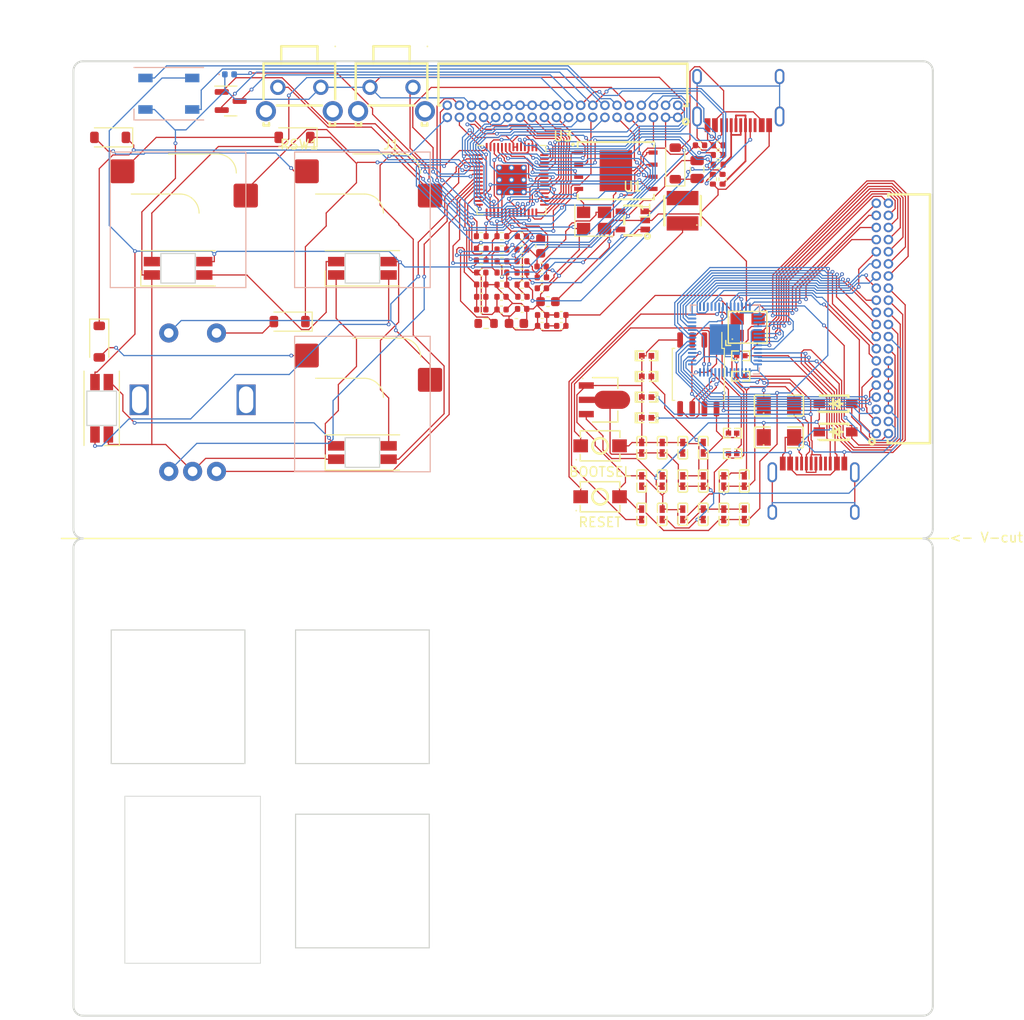
<source format=kicad_pcb>
(kicad_pcb (version 20221018) (generator pcbnew)
  (title_block (title "picopico") (date "2024-02-08") (rev "rev0") (company "zeriyoshi") (comment 1 "RP2040 Schema based from PICO-BOOT"))
  (layers (0 "F.Cu" signal) (31 "B.Cu" signal) (34 "B.Paste" user) (35 "F.Paste" user) (36 "B.SilkS" user "B.Silkscreen") (37 "F.SilkS" user "F.Silkscreen") (38 "B.Mask" user) (39 "F.Mask" user) (44 "Edge.Cuts" user))
  (net 0 "")
  (net 1 "GND")
  (net 2 "Net-(USB1-SHIELD)")
  (net 3 "+3V3")
  (net 4 "Net-(U1-VIN)")
  (net 5 "+1V1")
  (net 6 "Net-(U1-VFB{slash}VOUT)")
  (net 7 "XIN")
  (net 8 "Net-(C20-Pad2)")
  (net 9 "VSYS")
  (net 10 "VBUS")
  (net 11 "ROW0")
  (net 12 "Net-(D2-A)")
  (net 13 "ROW1")
  (net 14 "Net-(D3-A)")
  (net 15 "Net-(D4-A)")
  (net 16 "Net-(D5-A)")
  (net 17 "/QSPI_SD1")
  (net 18 "/QSPI_SD2")
  (net 19 "/QSPI_SS")
  (net 20 "/QSPI_SD3")
  (net 21 "/QSPI_SCLK")
  (net 22 "/QSPI_SD0")
  (net 23 "Net-(GPIO25_LED1-A)")
  (net 24 "/GPIO25")
  (net 25 "/~{USB_BOOT}")
  (net 28 "Net-(U1-SW)")
  (net 29 "/RGB0WSOUT")
  (net 30 "/RGB0WSIN")
  (net 31 "Net-(LED1-DOUT)")
  (net 32 "Net-(LED2-DOUT)")
  (net 33 "Net-(LED3-DOUT)")
  (net 34 "/RGB0IN")
  (net 35 "Net-(USB1-CC1)")
  (net 36 "Net-(USB1-CC2)")
  (net 37 "/GPIO24")
  (net 38 "3V3_EN")
  (net 39 "USB_D+")
  (net 40 "/D+")
  (net 41 "USB_D-")
  (net 42 "/D-")
  (net 43 "+3.3V")
  (net 44 "/ADC_VREF")
  (net 45 "XOUT")
  (net 46 "/RUN")
  (net 49 "COL0")
  (net 50 "COL1")
  (net 51 "ROT0IN")
  (net 52 "ROT0OUT")
  (net 53 "/GPIO7")
  (net 54 "/GPIO8")
  (net 55 "/GPIO9")
  (net 56 "/GPIO10")
  (net 57 "/GPIO11")
  (net 58 "/GPIO12")
  (net 59 "/GPIO13")
  (net 60 "/GPIO14")
  (net 61 "/GPIO15")
  (net 62 "/SWCLK")
  (net 63 "/SWD")
  (net 64 "/GPIO16")
  (net 65 "/GPIO17")
  (net 66 "/GPIO18")
  (net 67 "/GPIO19")
  (net 68 "/GPIO20")
  (net 69 "/GPIO21")
  (net 70 "/GPIO22")
  (net 71 "/GPIO23")
  (net 72 "/GPIO26_ADC0")
  (net 73 "/GPIO27_ADC1")
  (net 74 "/GPIO28_ADC2")
  (net 75 "/GPIO29_ADC3")
  (net 78 "/RGB0OUT")
  (net 79 "/RGB0MOSFETIN")
  (net 80 "/RGB0MOSFETOUT")
  (net 81 "/RGB0")
  (net 82 "/XP_VBUS")
  (net 83 "/XP_USB_DP")
  (net 84 "/XP_USB_DN")
  (net 85 "Net-(USB2-CC1)")
  (net 86 "Net-(USB2-CC2)")
  (net 87 "/XP_GPIO0")
  (net 88 "/XP_SWCLK")
  (net 89 "/XP_GPIO1")
  (net 90 "/XP_SWD")
  (net 91 "/XP_GPIO2")
  (net 92 "/XP_GPIO3")
  (net 93 "/XP_GPIO4")
  (net 94 "/XP_GPIO5")
  (net 95 "/XP_GPIO6")
  (net 96 "/XP_GPIO7")
  (net 97 "/XP_VSYS")
  (net 98 "/XP_GPIO8")
  (net 99 "/XP_+3V3")
  (net 100 "/XP_GPIO9")
  (net 101 "/XP_GPIO10")
  (net 102 "/XP_GPIO29_ADC3")
  (net 103 "/XP_GPIO11")
  (net 104 "/XP_GPIO28_ADC2")
  (net 105 "/XP_GPIO12")
  (net 106 "/XP_GPIO27_ADC1")
  (net 107 "/XP_GPIO13")
  (net 108 "/XP_GPIO26_ADC0")
  (net 109 "/XP_GPIO14")
  (net 110 "/XP_GPIO25")
  (net 111 "/XP_GPIO15")
  (net 112 "/XP_GPIO24")
  (net 113 "/XP_GPIO16")
  (net 114 "/XP_GPIO23")
  (net 115 "/XP_GPIO17")
  (net 116 "/XP_GPIO22")
  (net 117 "/XP_GPIO18")
  (net 118 "/XP_GPIO21")
  (net 119 "/XP_GPIO19")
  (net 120 "/XP_GPIO20")
  (net 121 "unconnected-(USB2-SHIELD-Pad13)")
  (net 124 "Net-(XTRAPI_U3-XIN)")
  (net 125 "Net-(XTRAPI_X1-OSC2)")
  (net 126 "Net-(XTRAPI_U3-VREG_VOUT)")
  (net 127 "Net-(XTRAPI_U4-INPUT)")
  (net 128 "/XP_BOOTSEL")
  (net 129 "Net-(XTRAPI_U3-XOUT)")
  (net 130 "Net-(XTRAPI_U2-DO(IO1))")
  (net 131 "Net-(XTRAPI_U2-IO2)")
  (net 132 "Net-(XTRAPI_U2-DI(IO0))")
  (net 133 "Net-(XTRAPI_U2-CLK)")
  (net 134 "Net-(XTRAPI_U2-IO3)")
  (net 135 "/XP_RUN")
  (footprint "JLCPCB:SOT-89-3_L4.5-W2.5-P1.50-LS4.2-BR" (layer "F.Cu") (at 73.5695 53.9751 180)
    (fp_text reference "XTRAPI_U4" hide)
    (fp_text value "AZ1117R-3_3TRE1")
  )
  (footprint "Capacitor_SMD:C_0402_1005Metric" (layer "F.Cu") (at 65.528 43.18)
    (fp_text reference "C8" hide)
    (fp_text value "22pF ")
  )
  (footprint "JLCPCB:C1206" (layer "F.Cu") (at 92.3874 57.912)
    (fp_text reference "XTRAPI_C14" hide)
    (fp_text value "CL31A107MQHNNNE")
  )
  (footprint "JLC2KiCadLib:CONN-TH_40P_X1321FR-2X20-C43D24" (layer "F.Cu") (at 69.7231 23.7491 180)
    (fp_text reference "U3")
    (fp_text value "X1321FR-2X20-C43D24")
  )
  (footprint "Resistor_SMD:R_0402_1005Metric" (layer "F.Cu") (at 61.212 38.142)
    (fp_text reference "R4" hide)
    (fp_text value "1K 0402")
  )
  (footprint "BrownSugar pretty:RotaryEncoder_EC11-Hole" (layer "F.Cu") (at 30.988 104.013)
    (fp_text reference "H11")
    (fp_text value "RotaryEncoder_EC11-Hole")
    (fp_line (start -7.1 -8.5) (end 7.1 -8.5) (stroke (width 0.08)) (layer "Edge.Cuts"))
    (fp_line (start -7.1 9) (end -7.1 -8.5) (stroke (width 0.08)) (layer "Edge.Cuts"))
    (fp_line (start 7.1 -8.5) (end 7.1 9) (stroke (width 0.08)) (layer "Edge.Cuts"))
    (fp_line (start 7.1 9) (end -7.1 9) (stroke (width 0.08)) (layer "Edge.Cuts"))
  )
  (footprint "JLC2KiCadLib:SW-TH_KH-6X6X4.3H-ZJ" (layer "F.Cu") (at 42.164 22.4819 180)
    (fp_text reference "RSW1")
    (fp_text value "1-1825027-7")
  )
  (footprint "JLCPCB:SOD-123_L2.7-W1.6-LS3.7-RD-1" (layer "F.Cu") (at 98.3176 54.3826)
    (fp_text reference "XTRAPI_U6" hide)
    (fp_text value "B5819W_C8598")
  )
  (footprint "Capacitor_SMD:C_0603_1608Metric" (layer "F.Cu") (at 67.437 37.846 90)
    (fp_text reference "C2" hide)
    (fp_text value "10uf 0402")
  )
  (footprint "Resistor_SMD:R_0402_1005Metric" (layer "F.Cu") (at 86.0298 29.339 180)
    (fp_text reference "R11" hide)
    (fp_text value "27r 0402 resistor")
  )
  (footprint "Capacitor_SMD:C_0402_1005Metric" (layer "F.Cu") (at 63.339 44.515)
    (fp_text reference "C11" hide)
    (fp_text value "1uf 0402")
  )
  (footprint "JLCPCB:SW-SMD_L4.0-W2.9-LS5.0" (layer "F.Cu") (at 73.66 64.135)
    (fp_text reference "XTRA_SW_RESET1" hide)
    (fp_text value "TSA343G00-250J2")
  )
  (footprint "Resistor_SMD:R_0402_1005Metric" (layer "F.Cu") (at 86.0298 28.323 180)
    (fp_text reference "R2" hide)
    (fp_text value "5.1K 0402")
  )
  (footprint "kbd:YS-SK6812MINI-E" (layer "F.Cu") (at 29.464 40.194)
    (fp_text reference "LED1" hide)
    (fp_text value "YS-SK6812MINI-E")
    (fp_line (start -1.8 -1.55) (end -1.8 1.55) (stroke (width 0.12)) (layer "Edge.Cuts"))
    (fp_line (start -1.8 1.55) (end 1.8 1.55) (stroke (width 0.12)) (layer "Edge.Cuts"))
    (fp_line (start 1.8 -1.55) (end -1.8 -1.55) (stroke (width 0.12)) (layer "Edge.Cuts"))
    (fp_line (start 1.8 1.55) (end 1.8 -1.55) (stroke (width 0.12)) (layer "Edge.Cuts"))
  )
  (footprint "JLCPCB:OSC-SMD_4P-L3.2-W2.5-BL" (layer "F.Cu") (at 89.1111 46.369)
    (fp_text reference "XTRAPI_X1" hide)
    (fp_text value "X322512MSB4SI")
  )
  (footprint "MountingHole:MountingHole_2.2mm_M2" (layer "F.Cu") (at 21.717 114.897)
    (fp_text reference "H7" hide)
    (fp_text value "MountingHole")
  )
  (footprint "Resistor_SMD:R_0402_1005Metric" (layer "F.Cu") (at 65.476 39.455)
    (fp_text reference "R15" hide)
    (fp_text value "1K 0402")
  )
  (footprint "Capacitor_SMD:C_0402_1005Metric" (layer "F.Cu") (at 67.564 41.148 180)
    (fp_text reference "C20" hide)
    (fp_text value "22pf 0402")
  )
  (footprint "MountingHole:MountingHole_2.2mm_M2" (layer "F.Cu") (at 105.029 21.844)
    (fp_text reference "H2" hide)
    (fp_text value "MountingHole")
  )
  (footprint "PB_RP2040_minimal:RP2040-QFN-56" (layer "F.Cu") (at 64.3805 30.934)
    (fp_text reference "U2" hide)
    (fp_text value "RP2040")
  )
  (footprint "Capacitor_SMD:C_0402_1005Metric" (layer "F.Cu") (at 65.498 44.45)
    (fp_text reference "C16" hide)
    (fp_text value "100nf 0402")
  )
  (footprint "Capacitor_SMD:C_0402_1005Metric" (layer "F.Cu") (at 61.216 40.639)
    (fp_text reference "C3" hide)
    (fp_text value "100nf 0402")
  )
  (footprint "JLCPCB:C0402" (layer "F.Cu") (at 82.3148 62.484 90)
    (fp_text reference "XTRAPI_C10" hide)
    (fp_text value "CL05A106MQ5NUNC")
  )
  (footprint "MountingHole:MountingHole_2.2mm_M2" (layer "F.Cu") (at 21.717 21.882)
    (fp_text reference "H1" hide)
    (fp_text value "MountingHole")
  )
  (footprint "JLCPCB:C0402" (layer "F.Cu") (at 78.0156 65.9738 90)
    (fp_text reference "XTRAPI_C1" hide)
    (fp_text value "0402CG300J500NT")
  )
  (footprint "JLCPCB:SOD-123_L2.7-W1.6-LS3.7-RD-1" (layer "F.Cu") (at 98.3176 57.3366)
    (fp_text reference "XTRAPI_U7" hide)
    (fp_text value "B5819W_C8598")
  )
  (footprint "MountingHole:MountingHole_2.2mm_M2" (layer "F.Cu") (at 21.717 71.882)
    (fp_text reference "H5" hide)
    (fp_text value "MountingHole")
  )
  (footprint "zeriparrot:zeriparrot" (layer "F.Cu") (at 84.074 105.41)
    (fp_text reference "G2" hide)
    (fp_text value "LOGO" hide)
  )
  (footprint "MountingHole:MountingHole_2.2mm_M2" (layer "F.Cu") (at 21.717 64.897)
    (fp_text reference "H3" hide)
    (fp_text value "MountingHole")
  )
  (footprint "Resistor_SMD:R_0402_1005Metric" (layer "F.Cu") (at 85.471 30.861 90)
    (fp_text reference "R1" hide)
    (fp_text value "5.1K 0402")
  )
  (footprint "Resistor_SMD:R_0402_1005Metric" (layer "F.Cu") (at 63.377 40.64)
    (fp_text reference "R9" hide)
    (fp_text value "680K")
  )
  (footprint "PB_HRO-TYPE-C31-M-12:HRO-TYPE-C-31-M-12" (layer "F.Cu") (at 96.012 68.347)
    (fp_text reference "USB2" hide)
    (fp_text value "TYPE-C-31-M-12" hide)
  )
  (footprint "Resistor_SMD:R_0402_1005Metric" (layer "F.Cu") (at 61.212 36.83)
    (fp_text reference "GPIO25_RESISTOR1" hide)
    (fp_text value "470 0402")
  )
  (footprint "BrownSugar pretty:Switch_Hole" (layer "F.Cu") (at 48.768 85.09)
    (fp_text reference "H10")
    (fp_text value "Switch_Hole")
    (fp_line (start -7 -7) (end -7 7) (stroke (width 0.12)) (layer "Edge.Cuts"))
    (fp_line (start -7 7) (end 7 7) (stroke (width 0.12)) (layer "Edge.Cuts"))
    (fp_line (start 7 -7) (end -7 -7) (stroke (width 0.12)) (layer "Edge.Cuts"))
    (fp_line (start 7 7) (end 7 -7) (stroke (width 0.12)) (layer "Edge.Cuts"))
  )
  (footprint "Capacitor_SMD:C_0402_1005Metric" (layer "F.Cu") (at 61.216 41.889)
    (fp_text reference "C5" hide)
    (fp_text value "100nf 0402")
  )
  (footprint "Capacitor_SMD:C_0402_1005Metric" (layer "F.Cu") (at 69.596 46.228 180)
    (fp_text reference "C17" hide)
    (fp_text value "100nf 0402")
  )
  (footprint "Diode_SMD:D_SOD-123" (layer "F.Cu") (at 81.534 29.21 90)
    (fp_text reference "D1" hide)
    (fp_text value "1N4002W")
  )
  (footprint "Diode_SMD:D_SOD-123" (layer "F.Cu") (at 22.352 26.478 180)
    (fp_text reference "D2" hide)
    (fp_text value "1N1418W")
  )
  (footprint "JLCPCB:SW-SMD_L4.0-W2.9-LS5.0" (layer "F.Cu") (at 73.66 58.801)
    (fp_text reference "XTRA_SW_BOOTSEL1" hide)
    (fp_text value "TSA343G00-250J2")
  )
  (footprint "Package_SO:SOIC-8_5.23x5.23mm_P1.27mm" (layer "F.Cu") (at 83.947 51.308 -90)
    (fp_text reference "XTRAPI_U2" hide)
    (fp_text value "W25Q128JVS")
  )
  (footprint "JLCPCB:C1206" (layer "F.Cu") (at 92.3874 54.5744)
    (fp_text reference "XTRAPI_C4" hide)
    (fp_text value "CL31A107MQHNNNE")
  )
  (footprint "JLCPCB:D0402-BI" (layer "F.Cu") (at 78.5299 51.5281)
    (fp_text reference "D8" hide)
    (fp_text value "0402ESDA-05N")
  )
  (footprint "JLCPCB:R0402" (layer "F.Cu") (at 88.3864 51.5042)
    (fp_text reference "R20" hide)
    (fp_text value "0402WGF5101TCE")
  )
  (footprint "Diode_SMD:D_SOD-123" (layer "F.Cu") (at 41.148 45.782 180)
    (fp_text reference "D5" hide)
    (fp_text value "1N1418W")
  )
  (footprint "JLCPCB:R0402" (layer "F.Cu") (at 87.5364 59.6182)
    (fp_text reference "XTRAPI_R4" hide)
    (fp_text value "0402WGF1001TCE")
  )
  (footprint "Resistor_SMD:R_0402_1005Metric" (layer "F.Cu") (at 65.474 38.227)
    (fp_text reference "R14" hide)
    (fp_text value "1 0402")
  )
  (footprint "Resistor_SMD:R_0603_1608Metric" (layer "F.Cu") (at 61.722 45.974)
    (fp_text reference "R13" hide)
    (fp_text value "200 0603")
  )
  (footprint "JLCPCB:C0402" (layer "F.Cu") (at 82.3148 58.9942 90)
    (fp_text reference "XTRAPI_C17" hide)
    (fp_text value "CL05A106MQ5NUNC")
  )
  (footprint "Resistor_SMD:R_0402_1005Metric" (layer "F.Cu") (at 63.375 36.83)
    (fp_text reference "R6" hide)
    (fp_text value "10K 0402")
  )
  (footprint "JLC2KiCadLib:IND-SMD_L3.0-W3.0" (layer "F.Cu") (at 82.296 34.163 90)
    (fp_text reference "L1")
    (fp_text value "SWPA3015S2R2NT")
  )
  (footprint "MountingHole:MountingHole_2.2mm_M2" (layer "F.Cu") (at 105.029 71.844)
    (fp_text reference "H6" hide)
    (fp_text value "MountingHole")
  )
  (footprint "Package_TO_SOT_SMD:SOT-23" (layer "F.Cu") (at 34.9735 22.667)
    (fp_text reference "Q1" hide)
    (fp_text value "BSS138")
  )
  (footprint "Resistor_SMD:R_0402_1005Metric" (layer "F.Cu") (at 61.214 39.37)
    (fp_text reference "R5" hide)
    (fp_text value "5.6K 0402")
  )
  (footprint "Resistor_SMD:R_0402_1005Metric" (layer "F.Cu") (at 63.377 41.91)
    (fp_text reference "R10" hide)
    (fp_text value "150K")
  )
  (footprint "Diode_SMD:D_SOD-123" (layer "F.Cu") (at 41.656 26.478 180)
    (fp_text reference "D3" hide)
    (fp_text value "1N1418W")
  )
  (footprint "Capacitor_SMD:C_0402_1005Metric" (layer "F.Cu") (at 65.47 36.83)
    (fp_text reference "C12" hide)
    (fp_text value "100nf 0402")
  )
  (footprint "JLCPCB:C0402" (layer "F.Cu") (at 78.0156 58.9942 90)
    (fp_text reference "XTRAPI_C15" hide)
    (fp_text value "CL05A106MQ5NUNC")
  )
  (footprint "JLCPCB:R0402" (layer "F.Cu") (at 87.5364 57.4686)
    (fp_text reference "XTRAPI_R2" hide)
    (fp_text value "0402WGF1002TCE")
  )
  (footprint "Crystal:Crystal_SMD_3225-4Pin_3.2x2.5mm" (layer "F.Cu") (at 73.025 35.179)
    (fp_text reference "Y1" hide)
    (fp_text value "3225_4P")
  )
  (footprint "Capacitor_SMD:C_0402_1005Metric" (layer "F.Cu") (at 67.592 46.225)
    (fp_text reference "C15" hide)
    (fp_text value "100nf 0402")
  )
  (footprint "BrownSugar pretty:Switch_Hole" (layer "F.Cu") (at 29.464 85.09)
    (fp_text reference "H9")
    (fp_text value "Switch_Hole")
    (fp_line (start -7 -7) (end -7 7) (stroke (width 0.12)) (layer "Edge.Cuts"))
    (fp_line (start -7 7) (end 7 7) (stroke (width 0.12)) (layer "Edge.Cuts"))
    (fp_line (start 7 -7) (end -7 -7) (stroke (width 0.12)) (layer "Edge.Cuts"))
    (fp_line (start 7 7) (end 7 -7) (stroke (width 0.12)) (layer "Edge.Cuts"))
  )
  (footprint "JLCPCB:D0402-BI" (layer "F.Cu") (at 78.5299 55.8567)
    (fp_text reference "D10" hide)
    (fp_text value "0402ESDA-05N")
  )
  (footprint "JLCPCB:C0402" (layer "F.Cu") (at 80.1652 65.9738 90)
    (fp_text reference "XTRAPI_C2" hide)
    (fp_text value "CL05A106MQ5NUNC")
  )
  (footprint "kbd:YS-SK6812MINI-E" (layer "F.Cu") (at 21.463 54.864 90)
    (fp_text reference "LED3" hide)
    (fp_text value "YS-SK6812MINI-E")
    (fp_line (start -1.8 -1.55) (end -1.8 1.55) (stroke (width 0.12)) (layer "Edge.Cuts"))
    (fp_line (start -1.8 1.55) (end 1.8 1.55) (stroke (width 0.12)) (layer "Edge.Cuts"))
    (fp_line (start 1.8 -1.55) (end -1.8 -1.55) (stroke (width 0.12)) (layer "Edge.Cuts"))
    (fp_line (start 1.8 1.55) (end 1.8 -1.55) (stroke (width 0.12)) (layer "Edge.Cuts"))
  )
  (footprint "JLCPCB:D0402-BI" (layer "F.Cu") (at 78.5299 53.6924)
    (fp_text reference "D9" hide)
    (fp_text value "0402ESDA-05N")
  )
  (footprint "Capacitor_SMD:C_0603_1608Metric" (layer "F.Cu") (at 64.897 45.974)
    (fp_text reference "C9" hide)
    (fp_text value "10uf 0603")
  )
  (footprint "JLCPCB:C0402" (layer "F.Cu") (at 80.1652 58.9942 90)
    (fp_text reference "XTRAPI_C16" hide)
    (fp_text value "CL05A106MQ5NUNC")
  )
  (footprint "JLCPCB:C0402" (layer "F.Cu") (at 84.4644 65.9738 90)
    (fp_text reference "XTRAPI_C5" hide)
    (fp_text value "CL05A106MQ5NUNC")
  )
  (footprint "Capacitor_SMD:C_0402_1005Metric" (layer "F.Cu") (at 67.536 40.005)
    (fp_text reference "C13" hide)
    (fp_text value "100nf 0402")
  )
  (footprint "BrownSugar pretty:Switch_Hole" (layer "F.Cu") (at 48.768 104.394)
    (fp_text reference "H12")
    (fp_text value "Switch_Hole")
    (fp_line (start -7 -7) (end -7 7) (stroke (width 0.12)) (layer "Edge.Cuts"))
    (fp_line (start -7 7) (end 7 7) (stroke (width 0.12)) (layer "Edge.Cuts"))
    (fp_line (start 7 -7) (end -7 -7) (stroke (width 0.12)) (layer "Edge.Cuts"))
    (fp_line (start 7 7) (end 7 -7) (stroke (width 0.12)) (layer "Edge.Cuts"))
  )
  (footprint "Capacitor_SMD:C_0402_1005Metric" (layer "F.Cu") (at 69.596 45.085 180)
    (fp_text reference "C18" hide)
    (fp_text value "100nf 0402")
  )
  (footprint "Resistor_SMD:R_0402_1005Metric" (layer "F.Cu") (at 63.377 39.455)
    (fp_text reference "R8" hide)
    (fp_text value "100K 0402")
  )
  (footprint "kbd:YS-SK6812MINI-E" (layer "F.Cu") (at 48.768 40.194)
    (fp_text reference "LED2" hide)
    (fp_text value "YS-SK6812MINI-E")
    (fp_line (start -1.8 -1.55) (end -1.8 1.55) (stroke (width 0.12)) (layer "Edge.Cuts"))
    (fp_line (start -1.8 1.55) (end 1.8 1.55) (stroke (width 0.12)) (layer "Edge.Cuts"))
    (fp_line (start 1.8 -1.55) (end -1.8 -1.55) (stroke (width 0.12)) (layer "Edge.Cuts"))
    (fp_line (start 1.8 1.55) (end 1.8 -1.55) (stroke (width 0.12)) (layer "Edge.Cuts"))
  )
  (footprint "Resistor_SMD:R_0402_1005Metric" (layer "F.Cu") (at 65.476 41.91)
    (fp_text reference "R17" hide)
    (fp_text value "10K 0402")
  )
  (footprint "PB_HRO-TYPE-C31-M-12:HRO-TYPE-C-31-M-12" (layer "F.Cu") (at 88.138 17.505 180)
    (fp_text reference "USB1" hide)
    (fp_text value "TYPE-C-31-M-12" hide)
  )
  (footprint "JLCPCB:C0402" (layer "F.Cu") (at 88.7636 62.484 90)
    (fp_text reference "XTRAPI_C13" hide)
    (fp_text value "CL05A106MQ5NUNC")
  )
  (footprint "Fuse:Fuse_0805_2012Metric" (layer "F.Cu") (at 83.82 29.845 -90)
    (fp_text reference "F1" hide)
    (fp_text value "0805L050WR")
  )
  (footprint "Capacitor_SMD:C_0402_1005Metric" (layer "F.Cu") (at 67.564 42.291 180)
    (fp_text reference "C19" hide)
    (fp_text value "22pf 0402")
  )
  (footprint "Capacitor_SMD:C_0402_1005Metric" (layer "F.Cu") (at 67.592 45.088)
    (fp_text reference "C14" hide)
    (fp_text value "100nf 0402")
  )
  (footprint "Resistor_SMD:R_0402_1005Metric" (layer "F.Cu") (at 63.375 38.227)
    (fp_text reference "R7" hide)
    (fp_text value "10K 0402")
  )
  (footprint "JLCPCB:C0402" (layer "F.Cu") (at 78.0156 62.484 90)
    (fp_text reference "XTRAPI_C8" hide)
    (fp_text value "CL05A106MQ5NUNC")
  )
  (footprint "JLCPCB:C0402" (layer "F.Cu") (at 84.4644 58.9942 90)
    (fp_text reference "XTRAPI_C18" hide)
    (fp_text value "CL05A106MQ5NUNC")
  )
  (footprint "PB_W25Q256JVEIQ_TR:SON127P800X600X80-9N" (layer "F.Cu") (at 75.311 29.972)
    (fp_text reference "FLASH1" hide)
    (fp_text value "W25Q16JVUXIQ")
  )
  (footprint "JLCPCB:C0402" (layer "F.Cu") (at 86.614 62.484 90)
    (fp_text reference "XTRAPI_C12" hide)
    (fp_text value "CL05A106MQ5NUNC")
  )
  (footprint "JLCPCB:C0402" (layer "F.Cu") (at 86.614 65.9738 90)
    (fp_text reference "XTRAPI_C6" hide)
    (fp_text value "CL05A106MQ5NUNC")
  )
  (footprint "JLC2KiCadLib:SW-TH_KH-6X6X4.3H-ZJ" (layer "F.Cu") (at 51.816 22.4819 180)
    (fp_text reference "J1")
    (fp_text value "1-1825027-7")
  )
  (footprint "Resistor_SMD:R_0402_1005Metric" (layer "F.Cu") (at 65.476 40.64)
    (fp_text reference "R16" hide)
    (fp_text value "10K 0402")
  )
  (footprint "Capacitor_SMD:C_0603_1608Metric" (layer "F.Cu") (at 68.199 43.688 180)
    (fp_text reference "C4" hide)
    (fp_text value "10uf 0603")
  )
  (footprint "JLCPCB:C0402" (layer "F.Cu") (at 82.3148 65.9738 90)
    (fp_text reference "XTRAPI_C3" hide)
    (fp_text value "0402CG300J500NT")
  )
  (footprint "Capacitor_SMD:C_0402_1005Metric" (layer "F.Cu") (at 61.216 43.183)
    (fp_text reference "C6" hide)
    (fp_text value "100nf 0402")
  )
  (footprint "Resistor_SMD:R_0402_1005Metric" (layer "F.Cu") (at 86.487 30.863 90)
    (fp_text reference "R12" hide)
    (fp_text value "27r 0402 resistor")
  )
  (footprint "kbd:YS-SK6812MINI-E" (layer "F.Cu") (at 48.768 59.498)
    (fp_text reference "LED4" hide)
    (fp_text value "YS-SK6812MINI-E")
    (fp_line (start -1.8 -1.55) (end -1.8 1.55) (stroke (width 0.12)) (layer "Edge.Cuts"))
    (fp_line (start -1.8 1.55) (end 1.8 1.55) (stroke (width 0.12)) (layer "Edge.Cuts"))
    (fp_line (start 1.8 -1.55) (end -1.8 -1.55) (stroke (width 0.12)) (layer "Edge.Cuts"))
    (fp_line (start 1.8 1.55) (end 1.8 -1.55) (stroke (width 0.12)) (layer "Edge.Cuts"))
  )
  (footprint "JLCPCB:CONN-TH_40P_X1321FR-2X20-C43D24" (layer "F.Cu") (at 103.2191 45.4464 90)
    (fp_text reference "U5" hide)
    (fp_text value "X1321FR-2X20-C43D24" hide)
  )
  (footprint "Diode_SMD:D_SOD-123" (layer "F.Cu") (at 21.209 47.879 -90)
    (fp_text reference "D4" hide)
    (fp_text value "1N1418W")
  )
  (footprint "MountingHole:MountingHole_2.2mm_M2" (layer "F.Cu") (at 105.029 64.643)
    (fp_text reference "H4" hide)
    (fp_text value "MountingHole")
  )
  (footprint "JLC2KiCadLib:SOT-23-5_L3.0-W1.7-P0.95-LS2.8-BR" (layer "F.Cu") (at 77.089 35.179)
    (fp_text reference "U1")
    (fp_text value "TD6810")
  )
  (footprint "JLCPCB:C0402" (layer "F.Cu") (at 80.1652 62.484 90)
    (fp_text reference "XTRAPI_C9" hide)
    (fp_text value "CL05A106MQ5NUNC")
  )
  (footprint "JLCPCB:R0402" (layer "F.Cu") (at 88.3864 49.3546)
    (fp_text reference "R19" hide)
    (fp_text value "0402WGF5101TCE")
  )
  (footprint "JLCPCB:C0402" (layer "F.Cu") (at 88.7636 65.9738 90)
    (fp_text reference "XTRAPI_C7" hide)
    (fp_text value "CL05A106MQ5NUNC")
  )
  (footprint "Capacitor_SMD:C_0402_1005Metric" (layer "F.Cu") (at 84.1248 27.307)
    (fp_text reference "C1" hide)
    (fp_text value "0.1uf 0402")
  )
  (footprint "Capacitor_SMD:C_0402_1005Metric" (layer "F.Cu") (at 61.216 44.518)
    (fp_text reference "C7" hide)
    (fp_text value "1uf 0402")
  )
  (footprint "JLCPCB:C0402" (layer "F.Cu") (at 84.4644 62.484 90)
    (fp_text reference "XTRAPI_C11" hide)
    (fp_text value "CL05A106MQ5NUNC")
  )
  (footprint "Resistor_SMD:R_0402_1005Metric" (layer "F.Cu") (at 86.0298 27.307 180)
    (fp_text reference "R3" hide)
    (fp_text value "220 0402")
  )
  (footprint "Capacitor_SMD:C_0402_1005Metric" (layer "F.Cu") (at 63.339 43.18)
    (fp_text reference "C10" hide)
    (fp_text value "100nf 0402")
  )
  (footprint "JLCPCB:D0402-BI" (layer "F.Cu") (at 78.5299 49.3638)
    (fp_text reference "D7" hide)
    (fp_text value "0402ESDA-05N")
  )
  (footprint "zeriparrot:zeriparrot" (layer "B.Cu") (at 84.074 105.41 180)
    (fp_text reference "G1" hide)
    (fp_text value "LOGO" hide)
  )
  (footprint "MountingHole:MountingHole_2.2mm_M2" (layer "B.Cu") (at 105.029 114.643 180)
    (fp_text reference "H8" hide)
    (fp_text value "MountingHole")
  )
  (footprint "Switch_Keyboard_Hotswap_Kailh:SW_Hotswap_Kailh_MX_1.00u" (layer "B.Cu") (at 48.768 35.114 180)
    (fp_text reference "SW1" hide)
    (fp_text value "SW_PUSH")
  )
  (footprint "LED_SMD:LED_0402_1005Metric" (layer "B.Cu") (at 34.8465 19.873)
    (fp_text reference "GPIO25_LED1" hide)
    (fp_text value "LED_0402")
  )
  (footprint "BrownSugar pretty:RotaryEncoder_EC11-Switch" (layer "B.Cu") (at 30.988 53.975 180)
    (fp_text reference "SW4" hide)
    (fp_text value "RotaryEncoder_Switch")
  )
  (footprint "Switch_Keyboard_Hotswap_Kailh:SW_Hotswap_Kailh_MX_1.00u" (layer "B.Cu") (at 48.768 54.418 180)
    (fp_text reference "SW3" hide)
    (fp_text value "SW_PUSH")
  )
  (footprint "LED_SMD:LED_WS2812B_PLCC4_5.0x5.0mm_P3.2mm" (layer "B.Cu") (at 28.4965 21.905 180)
    (fp_text reference "D6" hide)
    (fp_text value "WS2812B")
  )
  (footprint "Switch_Keyboard_Hotswap_Kailh:SW_Hotswap_Kailh_MX_1.00u" (layer "B.Cu") (at 29.464 35.114 180)
    (fp_text reference "SW2" hide)
    (fp_text value "SW_PUSH")
  )
  (footprint "Package_DFN_QFN:QFN-56-1EP_7x7mm_P0.4mm_EP3.2x3.2mm" (layer "B.Cu") (at 86.7325 47.66)
    (fp_text reference "XTRAPI_U3" hide)
    (fp_text value "RP2040")
  )
  (gr_line (start 110.1344 68.5038) (end 17.2466 68.5038) (stroke (width 0.15)) (layer "F.SilkS"))
  (gr_arc (start 107.503107 68.503106) (mid 108.210207 68.796002) (end 108.503094 69.503106) (stroke (width 0.2)) (layer "Edge.Cuts"))
  (gr_line (start 107.503107 118.503106) (end 19.503107 118.503106) (stroke (width 0.2)) (layer "Edge.Cuts"))
  (gr_line (start 18.503107 67.503106) (end 18.503107 19.503106) (stroke (width 0.2)) (layer "Edge.Cuts"))
  (gr_arc (start 19.503107 68.503106) (mid 18.796 68.210213) (end 18.503107 67.503106) (stroke (width 0.2)) (layer "Edge.Cuts"))
  (gr_line (start 18.503107 117.503106) (end 18.503107 69.503106) (stroke (width 0.2)) (layer "Edge.Cuts"))
  (gr_arc (start 107.503107 18.503106) (mid 108.210207 18.796002) (end 108.503107 19.503106) (stroke (width 0.2)) (layer "Edge.Cuts"))
  (gr_arc (start 19.503107 118.503106) (mid 18.795994 118.210216) (end 18.503107 117.503106) (stroke (width 0.2)) (layer "Edge.Cuts"))
  (gr_line (start 19.503107 18.503106) (end 107.503107 18.503106) (stroke (width 0.2)) (layer "Edge.Cuts"))
  (gr_arc (start 108.503107 67.503106) (mid 108.210212 68.210211) (end 107.503107 68.503106) (stroke (width 0.2)) (layer "Edge.Cuts"))
  (gr_line (start 108.503107 117.503106) (end 108.503107 69.503106) (stroke (width 0.2)) (layer "Edge.Cuts"))
  (gr_line (start 108.503107 67.503106) (end 108.503107 19.503106) (stroke (width 0.2)) (layer "Edge.Cuts"))
  (gr_arc (start 108.503107 117.503106) (mid 108.210212 118.210211) (end 107.503107 118.503106) (stroke (width 0.2)) (layer "Edge.Cuts"))
  (gr_arc (start 18.503107 19.503106) (mid 18.796 18.795999) (end 19.503107 18.503106) (stroke (width 0.2)) (layer "Edge.Cuts"))
  (gr_arc (start 18.503107 69.503106) (mid 18.795999 68.795998) (end 19.503107 68.503106) (stroke (width 0.2)) (layer "Edge.Cuts"))
  (gr_text "<- V-cut" (at 114.0968 68.9864) (layer "F.SilkS") (effects (font (size 1 1)) (justify bottom)))
  (segment (start 77.2034 29.972) (end 77.9445 29.2309) (width 0.127) (layer "F.Cu") (net 1))
  (segment (start 87.3701 61.6452) (end 87.0764 61.9389) (width 0.127) (layer "F.Cu") (net 1))
  (segment (start 77.9445 29.2309) (end 77.9445 28.4768) (width 0.127) (layer "F.Cu") (net 1))
  (segment (start 75.057 32.5684) (end 75.311 32.3144) (width 0.127) (layer "F.Cu") (net 1))
  (segment (start 86.5358 28.323) (end 85.5198 27.307) (width 0.127) (layer "F.Cu") (net 1))
  (segment (start 82.7086 28.2432) (end 83.6448 27.307) (width 0.127) (layer "F.Cu") (net 1))
  (segment (start 80.6852 65.4863) (end 80.6276 65.4287) (width 0.127) (layer "F.Cu") (net 1))
  (segment (start 77.6176 61.9389) (end 76.3152 61.9389) (width 0.127) (layer "F.Cu") (net 1))
  (segment (start 78.0429 35.179) (end 78.3891 35.179) (width 0.127) (layer "F.Cu") (net 1))
  (segment (start 77.0044 58.4491) (end 76.6525 58.801) (width 0.127) (layer "F.Cu") (net 1))
  (segment (start 74.125 36.8214) (end 73.5186 36.8214) (width 0.127) (layer "F.Cu") (net 1))
  (segment (start 84.002 65.4287) (end 84.002 65.8169) (width 0.127) (layer "F.Cu") (net 1))
  (segment (start 75.6951 64.135) (end 75.6951 63.8113) (width 0.127) (layer "F.Cu") (net 1))
  (segment (start 75.057 35.1378) (end 75.057 33.5366) (width 0.127) (layer "F.Cu") (net 1))
  (segment (start 75.311 29.972) (end 77.2034 29.972) (width 0.127) (layer "F.Cu") (net 1))
  (segment (start 91.1036 44.7341) (end 91.1036 46.3516) (width 0.127) (layer "F.Cu") (net 1))
  (segment (start 32.355 60.108) (end 44.8862 60.108) (width 0.127) (layer "F.Cu") (net 1))
  (segment (start 82.7772 58.4491) (end 82.896 58.5679) (width 0.127) (layer "F.Cu") (net 1))
  (segment (start 88.9854 44.0439) (end 88.3277 44.7016) (width 0.127) (layer "F.Cu") (net 1))
  (segment (start 78.1459 28.2754) (end 78.1459 28.1028) (width 0.127) (layer "F.Cu") (net 1))
  (segment (start 84.4644 65.4287) (end 84.002 65.4287) (width 0.127) (layer "F.Cu") (net 1))
  (segment (start 75.9358 63.8113) (end 77.5532 65.4287) (width 0.127) (layer "F.Cu") (net 1))
  (segment (start 73.1449 58.2514) (end 71.2332 56.3397) (width 0.127) (layer "F.Cu") (net 1))
  (segment (start 78.1459 28.1028) (end 78.6401 27.6086) (width 0.127) (layer "F.Cu") (net 1))
  (segment (start 65.978 44.45) (end 65.978 45.668) (width 0.127) (layer "F.Cu") (net 1))
  (segment (start 99.237 60.652) (end 99.237 59.4413) (width 0.127) (layer "F.Cu") (net 1))
  (segment (start 80.5188 27.6086) (end 80.5188 27.7416) (width 0.127) (layer "F.Cu") (net 1))
  (segment (start 65.6555 30.934) (end 65.6555 29.659) (width 0.127) (layer "F.Cu") (net 1))
  (segment (start 67.048 44.064) (end 67.424 43.688) (width 0.127) (layer "F.Cu") (net 1))
  (segment (start 61.696 43.183) (end 61.696 41.931) (width 0.127) (layer "F.Cu") (net 1))
  (segment (start 93.0451 57.912) (end 93.0451 59.4765) (width 0.127) (layer "F.Cu") (net 1))
  (segment (start 93.0604 52.5984) (end 89.3998 52.5984) (width 0.127) (layer "F.Cu") (net 1))
  (segment (start 75.057 35.1378) (end 74.1658 36.029) (width 0.127) (layer "F.Cu") (net 1))
  (segment (start 88.7636 61.6452) (end 87.3701 61.6452) (width 0.127) (layer "F.Cu") (net 1))
  (segment (start 46.2484 55.1046) (end 44.8862 56.4668) (width 0.127) (layer "F.Cu") (net 1))
  (segment (start 77.9445 28.4768) (end 78.1459 28.2754) (width 0.127) (layer "F.Cu") (net 1))
  (segment (start 82.4824 23.6906) (end 81.7888 24.3842) (width 0.127) (layer "F.Cu") (net 1))
  (segment (start 78.1824 58.4491) (end 78.0156 58.4491) (width 0.127) (layer "F.Cu") (net 1))
  (segment (start 64.3805 32.209) (end 63.6555 32.209) (width 0.127) (layer "F.Cu") (net 1))
  (segment (start 67.424 42.911) (end 67.424 43.688) (width 0.127) (layer "F.Cu") (net 1))
  (segment (start 64.3805 30.2965) (end 64.3805 29.659) (width 0.127) (layer "F.Cu") (net 1))
  (segment (start 44.8862 60.108) (end 44.9762 60.198) (width 0.127) (layer "F.Cu") (net 1))
  (segment (start 94.9149 56.5657) (end 94.9149 57.912) (width 0.127) (layer "F.Cu") (net 1))
  (segment (start 78.0156 61.9389) (end 78.478 61.9389) (width 0.127) (layer "F.Cu") (net 1))
  (segment (start 82.3148 65.4287) (end 81.9168 65.4287) (width 0.127) (layer "F.Cu") (net 1))
  (segment (start 68.016 40.005) (end 68.044 40.033) (width 0.127) (layer "F.Cu") (net 1))
  (segment (start 89.3554 48.8922) (end 90.2112 48.0364) (width 0.127) (layer "F.Cu") (net 1))
  (segment (start 93.0451 59.4765) (end 92.787 59.7346) (width 0.127) (layer "F.Cu") (net 1))
  (segment (start 86.5398 28.323) (end 86.5358 28.323) (width 0.127) (layer "F.Cu") (net 1))
  (segment (start 67.048 44.064) (end 68.072 45.088) (width 0.127) (layer "F.Cu") (net 1))
  (segment (start 88.3277 44.7016) (end 88.011 44.7016) (width 0.127) (layer "F.Cu") (net 1))
  (segment (start 82.6785 67.1404) (end 81.9872 67.1404) (width 0.127) (layer "F.Cu") (net 1))
  (segment (start 65.978 44.45) (end 65.408 43.88) (width 0.127) (layer "F.Cu") (net 1))
  (segment (start 62.867 41.91) (end 61.717 41.91) (width 0.127) (layer "F.Cu") (net 1))
  (segment (start 22.163 57.614) (end 22.163 58.6564) (width 0.127) (layer "F.Cu") (net 1))
  (segment (start 50.6143 20.1839) (end 79.862 20.1839) (width 0.127) (layer "F.Cu") (net 1))
  (segment (start 78.0429 35.179) (end 77.6967 35.179) (width 0.127) (layer "F.Cu") (net 1))
  (segment (start 44.8862 56.4668) (end 44.8862 60.108) (width 0.127) (layer "F.Cu") (net 1))
  (segment (start 75.057 33.5366) (end 75.057 32.5684) (width 0.127) (layer "F.Cu") (net 1))
  (segment (start 93.98 53.518) (end 93.0604 52.5984) (width 0.127) (layer "F.Cu") (net 1))
  (segment (start 84.316 27.8118) (end 83.8112 27.307) (width 0.127) (layer "F.Cu") (net 1))
  (segment (start 92.787 60.652) (end 92.787 59.7346) (width 0.127) (layer "F.Cu") (net 1))
  (segment (start 86.0122 31.9122) (end 86.8371 31.9122) (width 0.127) (layer "F.Cu") (net 1))
  (segment (start 71.416 31.877) (end 71.416 32.0778) (width 0.127) (layer "F.Cu") (net 1))
  (segment (start 26.714 40.894) (end 25.6716 40.894) (width 0.127) (layer "F.Cu") (net 1))
  (segment (start 84.4644 58.4491) (end 84.1208 58.4491) (width 0.127) (layer "F.Cu") (net 1))
  (segment (start 78.5223 49.3638) (end 78.5223 48.9945) (width 0.127) (layer "F.Cu") (net 1))
  (segment (start 63.3805 32.484) (end 63.3805 34.3715) (width 0.127) (layer "F.Cu") (net 1))
  (segment (start 48.1471 47.5721) (end 48.1471 50.4808) (width 0.127) (layer "F.Cu") (net 1))
  (segment (start 68.0675 42.291) (end 69.363 40.9955) (width 0.127) (layer "F.Cu") (net 1))
  (segment (start 46.2484 52.3795) (end 46.2484 55.1046) (width 0.127) (layer "F.Cu") (net 1))
  (segment (start 86.2576 43.4468) (end 87.5124 44.7016) (width 0.127) (layer "F.Cu") (net 1))
  (segment (start 29.1881 30.7697) (end 25.6716 34.2862) (width 0.127) (layer "F.Cu") (net 1))
  (segment (start 88.9854 39.4594) (end 84.0291 34.5031) (width 0.127) (layer "F.Cu") (net 1))
  (segment (start 84.4644 61.9389) (end 84.002 61.9389) (width 0.127) (layer "F.Cu") (net 1))
  (segment (start 68.044 40.4125) (end 68.044 41.148) (width 0.127) (layer "F.Cu") (net 1))
  (segment (start 79.7574 34.5031) (end 84.0291 34.5031) (width 0.127) (layer "F.Cu") (net 1))
  (segment (start 95.2089 58.5411) (end 94.9149 58.2471) (width 0.127) (layer "F.Cu") (net 1))
  (segment (start 81.0204 28.2432) (end 82.7086 28.2432) (width 0.127) (layer "F.Cu") (net 1))
  (segment (start 68.072 45.088) (end 68.072 46.225) (width 0.127) (layer "F.Cu") (net 1))
  (segment (start 46.018 45.443) (end 48.1471 47.5721) (width 0.127) (layer "F.Cu") (net 1))
  (segment (start 91.1036 46.3516) (end 90.2112 47.244) (width 0.127) (layer "F.Cu") (net 1))
  (segment (start 62.867 41.91) (end 62.867 42.228) (width 0.127) (layer "F.Cu") (net 1))
  (segment (start 86.1516 61.9389) (end 86.1516 65.4287) (width 0.127) (layer "F.Cu") (net 1))
  (segment (start 90.2112 47.244) (end 90.2112 48.0364) (width 0.127) (layer "F.Cu") (net 1))
  (segment (start 103.854 49.8918) (end 103.854 51.1618) (width 0.127) (layer "F.Cu") (net 1))
  (segment (start 69.116 45.085) (end 68.075 45.085) (width 0.127) (layer "F.Cu") (net 1))
  (segment (start 85.015 27.8118) (end 84.316 27.8118) (width 0.127) (layer "F.Cu") (net 1))
  (segment (start 74.1658 36.029) (end 74.125 36.029) (width 0.127) (layer "F.Cu") (net 1))
  (segment (start 81.7963 65.4863) (end 80.6852 65.4863) (width 0.127) (layer "F.Cu") (net 1))
  (segment (start 93.98 57.912) (end 94.9149 57.912) (width 0.127) (layer "F.Cu") (net 1))
  (segment (start 62.867 42.228) (end 63.819 43.18) (width 0.127) (layer "F.Cu") (net 1))
  (segment (start 86.614 65.4287) (end 86.1516 65.4287) (width 0.127) (layer "F.Cu") (net 1))
  (segment (start 79.862 20.1839) (end 82.4824 22.8043) (width 0.127) (layer "F.Cu") (net 1))
  (segment (start 76.3152 62.6425) (end 75.6951 63.2626) (width 0.127) (layer "F.Cu") (net 1))
  (segment (start 28.1694 58.6564) (end 26.714 58.6564) (width 0.127) (layer "F.Cu") (net 1))
  (segment (start 25.6716 34.2862) (end 25.6716 40.894) (width 0.127) (layer "F.Cu") (net 1))
  (segment (start 49.5662 21.232) (end 50.6143 20.1839) (width 0.127) (layer "F.Cu") (net 1))
  (segment (start 82.4824 22.8043) (end 82.4824 23.6906) (width 0.127) (layer "F.Cu") (net 1))
  (segment (start 89.3998 52.5984) (end 88.9926 53.0056) (width 0.127) (layer "F.Cu") (net 1))
  (segment (start 80.1652 58.4491) (end 81.8524 58.4491) (width 0.127) (layer "F.Cu") (net 1))
  (segment (start 86.614 61.9389) (end 86.1516 61.9389) (width 0.127) (layer "F.Cu") (net 1))
  (segment (start 88.7636 61.9389) (end 88.7636 61.6452) (width 0.127) (layer "F.Cu") (net 1))
  (segment (start 84.1208 58.4491) (end 84.002 58.5679) (width 0.127) (layer "F.Cu") (net 1))
  (segment (start 64.3591 36.3062) (end 65.4262 36.3062) (width 0.127) (layer "F.Cu") (net 1))
  (segment (start 80.5188 27.7416) (end 81.0204 28.2432) (width 0.127) (layer "F.Cu") (net 1))
  (segment (start 75.0982 35.179) (end 75.057 35.1378) (width 0.127) (layer "F.Cu") (net 1))
  (segment (start 82.3148 58.4491) (end 82.7772 58.4491) (width 0.127) (layer "F.Cu") (net 1))
  (segment (start 68.044 40.033) (end 68.044 40.4125) (width 0.127) (layer "F.Cu") (net 1))
  (segment (start 103.854 52.4318) (end 103.854 53.702) (width 0.127) (layer "F.Cu") (net 1))
  (segment (start 63.1055 32.209) (end 63.1055 30.934) (width 0.127) (layer "F.Cu") (net 1))
  (segment (start 93.98 54.5744) (end 93.98 53.518) (width 0.127) (layer "F.Cu") (net 1))
  (segment (start 82.3148 61.9389) (end 82.7772 61.9389) (width 0.127) (layer "F.Cu") (net 1))
  (segment (start 71.2332 53.4552) (end 72.2133 52.4751) (width 0.127) (layer "F.Cu") (net 1))
  (segment (start 61.696 44.518) (end 61.696 43.183) (width 0.127) (layer "F.Cu") (net 1))
  (segment (start 78.0299 57.8474) (end 78.0156 57.8617) (width 0.127) (layer "F.Cu") (net 1))
  (segment (start 88.9926 53.0056) (end 88.9926 61.4162) (width 0.127) (layer "F.Cu") (net 1))
  (segment (start 93.98 55.1026) (end 93.98 54.5744) (width 0.127) (layer "F.Cu") (net 1))
  (segment (start 78.5223 48.9945) (end 79.8088 47.708) (width 0.127) (layer "F.Cu") (net 1))
  (segment (start 81.7963 66.9495) (end 81.7963 65.4863) (width 0.127) (layer "F.Cu") (net 1))
  (segment (start 75.311 29.972) (end 75.311 32.3144) (width 0.127) (layer "F.Cu") (net 1))
  (segment (start 73.5186 36.8214) (end 69.363 40.977) (width 0.127) (layer "F.Cu") (net 1))
  (segment (start 71.416 32.0778) (end 71.0233 32.4705) (width 0.127) (layer "F.Cu") (net 1))
  (segment (start 73.1449 58.7686) (end 73.1449 58.2514) (width 0.127) (layer "F.Cu") (net 1))
  (segment (start 94.9149 58.2471) (end 94.9149 57.912) (width 0.127) (layer "F.Cu") (net 1))
  (segment (start 93.98 57.912) (end 93.0451 57.912) (width 0.127) (layer "F.Cu") (net 1))
  (segment (start 87.9536 48.8922) (end 89.3554 48.8922) (width 0.127) (layer "F.Cu") (net 1))
  (segment (start 84.002 61.9389) (end 82.7772 61.9389) (width 0.127) (layer "F.Cu") (net 1))
  (segment (start 64.3591 36.3559) (end 63.885 36.83) (width 0.127) (layer "F.Cu") (net 1))
  (segment (start 103.854 51.1618) (end 103.854 52.4318) (width 0.127) (layer "F.Cu") (net 1))
  (segment (start 80.2182 65.4287) (end 80.2182 64.0259) (width 0.127) (layer "F.Cu") (net 1))
  (segment (start 71.925 33.3722) (end 71.925 33.5366) (width 0.127) (layer "F.Cu") (net 1))
  (segment (start 78.0299 55.8567) (end 78.0299 57.8474) (width 0.127) (layer "F.Cu") (net 1))
  (segment (start 78.0299 51.5281) (end 78.0299 49.3638) (width 0.127) (layer "F.Cu") (net 1))
  (segment (start 88.011 45.494) (end 88.011 44.7016) (width 0.127) (layer "F.Cu") (net 1))
  (segment (start 78.0299 52.4751) (end 78.0299 51.5281) (width 0.127) (layer "F.Cu") (net 1))
  (segment (start 85.5198 27.307) (end 85.015 27.8118) (width 0.127) (layer "F.Cu") (net 1))
  (segment (start 78.0156 58.4491) (end 78.0156 57.8617) (width 0.127) (layer "F.Cu") (net 1))
  (segment (start 84.002 58.5679) (end 84.002 61.9389) (width 0.127) (layer "F.Cu") (net 1))
  (segment (start 65.95 36.83) (end 65.95 36.9032) (width 0.127) (layer "F.Cu") (net 1))
  (segment (start 78.0299 53.6924) (end 78.0299 52.4751) (width 0.127) (layer "F.Cu") (net 1))
  (segment (start 80.2182 64.0259) (end 80.1639 63.9716) (width 0.127) (layer "F.Cu") (net 1))
  (segment (start 75.057 33.5366) (end 71.925 33.5366) (width 0.127) (layer "F.Cu") (net 1))
  (segment (start 93.98 55.1026) (end 93.98 55.6308) (width 0.127) (layer "F.Cu") (net 1))
  (segment (start 63.1055 30.2965) (end 64.3805 30.2965) (width 0.127) (layer "F.Cu") (net 1))
  (segment (start 93.98 55.6308) (end 94.9149 56.5657) (width 0.127) (layer "F.Cu") (net 1))
  (segment (start 46.018 60.198) (end 44.9762 60.198) (width 0.127) (layer "F.Cu") (net 1))
  (segment (start 61.696 41.889) (end 61.696 40.639) (width 0.127) (layer "F.Cu") (net 1))
  (segment (start 78.1824 58.4491) (end 78.478 58.4491) (width 0.127) (layer "F.Cu") (net 1))
  (segment (start 103.854 53.702) (end 103.854 54.972) (width 0.127) (layer "F.Cu") (net 1))
  (segment (start 63.1055 30.2965) (end 63.1055 29.659) (width 0.127) (layer "F.Cu") (net 1))
  (segment (start 75.6951 58.801) (end 76.6525 58.801) (width 0.127) (layer "F.Cu") (net 1))
  (segment (start 72.2133 52.4751) (end 73.1932 52.4751) (width 0.127) (layer "F.Cu") (net 1))
  (segment (start 76.3152 61.9389) (end 73.1449 58.7686) (width 0.127) (layer "F.Cu") (net 1))
  (segment (start 87.9536 49.9632) (end 87.9536 51.5042) (width 0.127) (layer "F.Cu") (net 1))
  (segment (start 88.9926 61.4162) (end 88.7636 61.6452) (width 0.127) (layer "F.Cu") (net 1))
  (segment (start 29.1881 27.0928) (end 29.1881 30.7697) (width 0.127) (layer "F.Cu") (net 1))
  (segment (start 68.044 42.291) (end 67.424 42.911) (width 0.127) (layer "F.Cu") (net 1))
  (segment (start 71.925 34.329) (end 71.925 33.5366) (width 0.127) (layer "F.Cu") (net 1))
  (segment (start 88.9854 44.0439) (end 88.9854 39.4594) (width 0.127) (layer "F.Cu") (net 1))
  (segment (start 64.3591 36.3062) (end 64.3591 36.3559) (width 0.127) (layer "F.Cu") (net 1))
  (segment (start 64.454 43.88) (end 63.819 44.515) (width 0.127) (layer "F.Cu") (net 1))
  (segment (start 68.044 40.4125) (end 68.6705 40.4125) (width 0.127) (layer "F.Cu") (net 1))
  (segment (start 87.9536 49.9632) (end 87.9536 49.3546) (width 0.127) (layer "F.Cu") (net 1))
  (segment (start 65.4262 36.3062) (end 65.95 36.83) (width 0.127) (layer "F.Cu") (net 1))
  (segment (start 78.478 58.4491) (end 80.1652 58.4491) (width 0.127) (layer "F.Cu") (net 1))
  (segment (start 78.0156 61.9389) (end 77.6176 61.9389) (width 0.127) (layer "F.Cu") (net 1))
  (segment (start 82.0836 58.4491) (end 81.8524 58.4491) (width 0.127) (layer "F.Cu") (net 1))
  (segment (start 84.913 26.1174) (end 84.913 26.7002) (width 0.127) (layer "F.Cu") (net 1))
  (segment (start 75.6951 63.8113) (end 75.9358 63.8113) (width 0.127) (layer "F.Cu") (net 1))
  (segment (start 84.913 25.2) (end 84.913 26.1174) (width 0.127) (layer "F.Cu") (net 1))
  (segment (start 78.0156 58.4491) (end 77.0044 58.4491) (width 0.127) (layer "F.Cu") (net 1))
  (segment (start 26.714 58.6564) (end 22.163 58.6564) (width 0.127) (layer "F.Cu") (net 1))
  (segment (start 80.1639 63.9716) (end 80.6276 63.5079) (width 0.127) (layer "F.Cu") (net 1))
  (segment (start 69.113 46.225) (end 69.116 46.228) (width 0.127) (layer "F.Cu") (net 1))
  (segment (start 86.0122 32.52) (end 84.0291 34.5031) (width 0.127) (layer "F.Cu") (net 1))
  (segment (start 46.018 40.894) (end 46.018 45.443) (width 0.127) (layer "F.Cu") (net 1))
  (segment (start 71.2332 56.3397) (end 71.2332 53.4552) (width 0.127) (layer "F.Cu") (net 1))
  (segment (start 86.614 61.9389) (end 87.0764 61.9389) (width 0.127) (layer "F.Cu") (net 1))
  (segment (start 86.8371 31.9122) (end 91.363 27.3863) (width 0.127) (layer "F.Cu") (net 1))
  (segment (start 78.0299 53.6924) (end 78.0299 55.8567) (width 0.127) (layer "F.Cu") (net 1))
  (segment (start 63.3805 34.3715) (end 63.3805 35.3276) (width 0.127) (layer "F.Cu") (net 1))
  (segment (start 77.6967 35.179) (end 75.0982 35.179) (width 0.127) (layer "F.Cu") (net 1))
  (segment (start 78.3891 35.179) (end 79.0815 35.179) (width 0.127) (layer "F.Cu") (net 1))
  (segment (start 84.913 26.7002) (end 85.5198 27.307) (width 0.127) (layer "F.Cu") (net 1))
  (segment (start 80.1639 63.9716) (end 78.478 62.2857) (width 0.127) (layer "F.Cu") (net 1))
  (segment (start 87.9536 51.9666) (end 88.9926 53.0056) (width 0.127) (layer "F.Cu") (net 1))
  (segment (start 87.5124 44.7016) (end 88.011 44.7016) (width 0.127) (layer "F.Cu") (net 1))
  (segment (start 81.7963 65.4863) (end 81.8539 65.4287) (width 0.127) (layer "F.Cu") (net 1))
  (segment (start 65.6555 32.209) (end 65.6555 30.934) (width 0.127) (layer "F.Cu") (net 1))
  (segment (start 65.408 43.88) (end 64.454 43.88) (width 0.127) (layer "F.Cu") (net 1))
  (segment (start 79.8088 47.708) (end 82.042 47.708) (width 0.127) (layer "F.Cu") (net 1))
  (segment (start 65.95 36.9032) (end 66.4081 37.3613) (width 0.127) (layer "F.Cu") (net 1))
  (segment (start 82.896 58.5679) (end 84.002 58.5679) (width 0.127) (layer "F.Cu") (net 1))
  (segment (start 80.6276 63.5079) (end 80.6276 61.9389) (width 0.127) (layer "F.Cu") (net 1))
  (segment (start 68.044 42.291) (end 68.0675 42.291) (width 0.127) (layer "F.Cu") (net 1))
  (segment (start 71.0233 32.4705) (end 71.925 33.3722) (width 0.127) (layer "F.Cu") (net 1))
  (segment (start 78.0299 49.3638) (end 78.5223 49.3638) (width 0.127) (layer "F.Cu") (net 1))
  (segment (start 66.662 44.45) (end 67.048 44.064) (width 0.127) (layer "F.Cu") (net 1))
  (segment (start 82.0836 58.4491) (end 82.3148 58.4491) (width 0.127) (layer "F.Cu") (net 1))
  (segment (start 81.9872 67.1404) (end 81.7963 66.9495) (width 0.127) (layer "F.Cu") (net 1))
  (segment (start 86.0122 31.9122) (end 85.471 31.371) (width 0.127) (layer "F.Cu") (net 1))
  (segment (start 80.1652 61.9389) (end 80.6276 61.9389) (width 0.127) (layer "F.Cu") (net 1))
  (segment (start 26.714 58.6564) (end 26.714 40.894) (width 0.127) (layer "F.Cu") (net 1))
  (segment (start 67.1467 37.3613) (end 67.437 37.071) (width 0.127) (layer "F.Cu") (net 1))
  (segment (start 69.363 40.9955) (end 69.363 40.977) (width 0.127) (layer "F.Cu") (net 1))
  (segment (start 75.6951 63.8113) (end 75.6951 63.2626) (width 0.127) (layer "F.Cu") (net 1))
  (segment (start 63.1055 30.934) (end 63.1055 30.2965) (width 0.127) (layer "F.Cu") (net 1))
  (segment (start 90.4134 44.0439) (end 91.1036 44.7341) (width 0.127) (layer "F.Cu") (net 1))
  (segment (start 88.9854 44.0439) (end 90.4134 44.0439) (width 0.127) (layer "F.Cu") (net 1))
  (segment (start 78.6401 27.6086) (end 80.5188 27.6086) (width 0.127) (layer "F.Cu") (net 1))
  (segment (start 81.8539 65.4287) (end 81.9168 65.4287) (width 0.127) (layer "F.Cu") (net 1))
  (segment (start 30.988 61.475) (end 28.1694 58.6564) (width 0.127) (layer "F.Cu") (net 1))
  (segment (start 65.978 44.45) (end 66.662 44.45) (width 0.127) (layer "F.Cu") (net 1))
  (segment (start 65.978 45.668) (end 65.672 45.974) (width 0.127) (layer "F.Cu") (net 1))
  (segment (start 78.478 62.2857) (end 78.478 61.9389) (width 0.127) (layer "F.Cu") (net 1))
  (segment (start 48.1471 50.4808) (end 46.2484 52.3795) (width 0.127) (layer "F.Cu") (net 1))
  (segment (start 66.4081 37.3613) (end 67.1467 37.3613) (width 0.127) (layer "F.Cu") (net 1))
  (segment (start 64.3805 30.934) (end 64.3805 30.2965) (width 0.127) (layer "F.Cu") (net 1))
  (segment (start 61.696 41.931) (end 61.717 41.91) (width 0.127) (layer "F.Cu") (net 1))
  (segment (start 80.2182 65.4287) (end 80.6276 65.4287) (width 0.127) (layer "F.Cu") (net 1))
  (segment (start 74.125 36.029) (end 74.125 36.8214) (width 0.127) (layer "F.Cu") (net 1))
  (segment (start 87.9536 49.3546) (end 87.9536 48.8922) (width 0.127) (layer "F.Cu") (net 1))
  (segment (start 91.363 27.3863) (end 91.363 25.2) (width 0.127) (layer "F.Cu") (net 1))
  (segment (start 88.7636 65.4287) (end 86.614 65.4287) (width 0.127) (layer "F.Cu") (net 1))
  (segment (start 86.0122 31.9122) (end 86.0122 32.52) (width 0.127) (layer "F.Cu") (net 1))
  (segment (start 30.988 61.475) (end 32.355 60.108) (width 0.127) (layer "F.Cu") (net 1))
  (segment (start 87.9536 51.5042) (end 87.9536 51.9666) (width 0.127) (layer "F.Cu") (net 1))
  (segment (start 80.5188 24.3842) (end 80.5188 27.6086) (width 0.127) (layer "F.Cu") (net 1))
  (segment (start 84.002 65.8169) (end 82.6785 67.1404) (width 0.127) (layer "F.Cu") (net 1))
  (segment (start 63.1055 32.209) (end 63.3805 32.484) (width 0.127) (layer "F.Cu") (net 1))
  (segment (start 83.8112 27.307) (end 83.6448 27.307) (width 0.127) (layer "F.Cu") (net 1))
  (segment (start 63.6555 32.209) (end 63.3805 32.484) (width 0.127) (layer "F.Cu") (net 1))
  (segment (start 61.717 41.91) (end 61.696 41.889) (width 0.127) (layer "F.Cu") (net 1))
  (segment (start 76.3152 61.9389) (end 76.3152 62.6425) (width 0.127) (layer "F.Cu") (net 1))
  (segment (start 80.1652 65.4287) (end 80.2182 65.4287) (width 0.127) (layer "F.Cu") (net 1))
  (segment (start 63.819 43.18) (end 64.454 43.815) (width 0.127) (layer "F.Cu") (net 1))
  (segment (start 68.075 45.085) (end 68.072 45.088) (width 0.127) (layer "F.Cu") (net 1))
  (segment (start 79.0815 35.179) (end 79.7574 34.5031) (width 0.127) (layer "F.Cu") (net 1))
  (segment (start 86.1516 65.4287) (end 84.4644 65.4287) (width 0.127) (layer "F.Cu") (net 1))
  (segment (start 63.3805 35.3276) (end 64.3591 36.3062) (width 0.127) (layer "F.Cu") (net 1))
  (segment (start 78.0156 65.4287) (end 77.5532 65.4287) (width 0.127) (layer "F.Cu") (net 1))
  (segment (start 78.0299 52.4751) (end 73.1932 52.4751) (width 0.127) (layer "F.Cu") (net 1))
  (segment (start 64.454 43.815) (end 64.454 43.88) (width 0.127) (layer "F.Cu") (net 1))
  (segment (start 68.072 46.225) (end 69.113 46.225) (width 0.127) (layer "F.Cu") (net 1))
  (via (at 68.6705 40.4125) (size 0.4) (drill 0.2) (layers "F.Cu" "B.Cu") (net 1))
  (via (at 99.237 59.4413) (size 0.4) (drill 0.2) (layers "F.Cu" "B.Cu") (net 1))
  (via (at 71.0233 32.4705) (size 0.4) (drill 0.2) (layers "F.Cu" "B.Cu") (net 1))
  (via (at 29.1881 27.0928) (size 0.4) (drill 0.2) (layers "F.Cu" "B.Cu") (net 1))
  (via (at 87.9536 49.9632) (size 0.4) (drill 0.2) (layers "F.Cu" "B.Cu") (net 1))
  (via (at 69.363 40.977) (size 0.4) (drill 0.2) (layers "F.Cu" "B.Cu") (net 1))
  (via (at 95.2089 58.5411) (size 0.4) (drill 0.2) (layers "F.Cu" "B.Cu") (net 1))
  (via (at 86.2576 43.4468) (size 0.4) (drill 0.2) (layers "F.Cu" "B.Cu") (net 1))
  (segment (start 49.5662 21.232) (end 44.4141 21.232) (width 0.127) (layer "B.Cu") (net 1))
  (segment (start 68.7985 40.4125) (end 68.6705 40.4125) (width 0.127) (layer "B.Cu") (net 1))
  (segment (start 69.363 40.977) (end 68.7985 40.4125) (width 0.127) (layer "B.Cu") (net 1))
  (segment (start 86.7325 47.66) (end 86.7325 49.4524) (width 0.127) (layer "B.Cu") (net 1))
  (segment (start 103.3537 59.4413) (end 99.237 59.4413) (width 0.127) (layer "B.Cu") (net 1))
  (segment (start 29.1881 25.6934) (end 29.1881 27.0928) (width 0.127) (layer "B.Cu") (net 1))
  (segment (start 96.1091 59.4413) (end 95.2089 58.5411) (width 0.127) (layer "B.Cu") (net 1))
  (segment (start 64.0077 23.114) (end 65.2777 23.114) (width 0.127) (layer "B.Cu") (net 1))
  (segment (start 35.443 22.487) (end 34.4723 21.5162) (width 0.127) (layer "B.Cu") (net 1))
  (segment (start 87.4428 49.4524) (end 87.9536 49.9632) (width 0.127) (layer "B.Cu") (net 1))
  (segment (start 86.7325 49.4524) (end 87.4428 49.4524) (width 0.127) (layer "B.Cu") (net 1))
  (segment (start 26.9889 23.555) (end 29.1273 25.6934) (width 0.127) (layer "B.Cu") (net 1))
  (segment (start 29.1881 25.6934) (end 30.2951 25.6934) (width 0.127) (layer "B.Cu") (net 1))
  (segment (start 62.7377 23.114) (end 61.4677 23.114) (width 0.127) (layer "B.Cu") (net 1))
  (segment (start 62.7377 23.114) (end 64.0077 23.114) (width 0.127) (layer "B.Cu") (net 1))
  (segment (start 85.7325 43.8301) (end 86.1158 43.4468) (width 0.127) (layer "B.Cu") (net 1))
  (segment (start 59.4201 22.3364) (end 50.6706 22.3364) (width 0.127) (layer "B.Cu") (net 1))
  (segment (start 66.3374 32.209) (end 65.6555 32.209) (width 0.127) (layer "B.Cu") (net 1))
  (segment (start 99.237 59.4413) (end 96.1091 59.4413) (width 0.127) (layer "B.Cu") (net 1))
  (segment (start 26.0465 23.555) (end 26.9889 23.555) (width 0.127) (layer "B.Cu") (net 1))
  (segment (start 30.2951 25.6934) (end 34.4723 21.5162) (width 0.127) (layer "B.Cu") (net 1))
  (segment (start 86.1158 43.4468) (end 86.2576 43.4468) (width 0.127) (layer "B.Cu") (net 1))
  (segment (start 44.4141 21.232) (end 43.1591 22.487) (width 0.127) (layer "B.Cu") (net 1))
  (segment (start 34.3615 21.4055) (end 34.3615 19.873) (width 0.127) (layer "B.Cu") (net 1))
  (segment (start 68.2304 31.8846) (end 66.6618 31.8846) (width 0.127) (layer "B.Cu") (net 1))
  (segment (start 71.0233 32.4705) (end 68.8163 32.4705) (width 0.127) (layer "B.Cu") (net 1))
  (segment (start 69.088 23.114) (end 69.0882 23.1142) (width 0.127) (layer "B.Cu") (net 1))
  (segment (start 68.8163 32.4705) (end 68.2304 31.8846) (width 0.127) (layer "B.Cu") (net 1))
  (segment (start 60.1977 23.114) (end 59.4201 22.3364) (width 0.127) (layer "B.Cu") (net 1))
  (segment (start 104.8425 55.9605) (end 104.8425 57.9525) (width 0.127) (layer "B.Cu") (net 1))
  (segment (start 80.5188 24.3842) (end 81.7888 24.3842) (width 0.127) (layer "B.Cu") (net 1))
  (segment (start 103.854 54.972) (end 104.8425 55.9605) (width 0.127) (layer "B.Cu") (net 1))
  (segment (start 66.6618 31.8846) (end 66.3374 32.209) (width 0.127) (layer "B.Cu") (net 1))
  (segment (start 50.6706 22.3364) (end 49.5662 21.232) (width 0.127) (layer "B.Cu") (net 1))
  (segment (start 66.548 23.114) (end 67.8182 23.114) (width 0.127) (layer "B.Cu") (net 1))
  (segment (start 34.4723 21.5162) (end 34.3615 21.4055) (width 0.127) (layer "B.Cu") (net 1))
  (segment (start 61.4677 23.114) (end 60.1977 23.114) (width 0.127) (layer "B.Cu") (net 1))
  (segment (start 104.8425 57.9525) (end 103.3537 59.4413) (width 0.127) (layer "B.Cu") (net 1))
  (segment (start 85.7325 44.2225) (end 85.7325 43.8301) (width 0.127) (layer "B.Cu") (net 1))
  (segment (start 65.6555 32.209) (end 64.3805 32.209) (width 0.127) (layer "B.Cu") (net 1))
  (segment (start 67.8182 23.114) (end 69.088 23.114) (width 0.127) (layer "B.Cu") (net 1))
  (segment (start 65.2777 23.114) (end 66.548 23.114) (width 0.127) (layer "B.Cu") (net 1))
  (segment (start 43.1591 22.487) (end 35.443 22.487) (width 0.127) (layer "B.Cu") (net 1))
  (segment (start 29.1273 25.6934) (end 29.1881 25.6934) (width 0.127) (layer "B.Cu") (net 1))
  (segment (start 85.3447 26.3957) (end 85.5145 26.3957) (width 0.127) (layer "F.Cu") (net 2))
  (segment (start 83.818 21.0974) (end 83.818 23.0426) (width 0.127) (layer "F.Cu") (net 2))
  (segment (start 83.818 26.5202) (end 84.6048 27.307) (width 0.127) (layer "F.Cu") (net 2))
  (segment (start 83.818 24.285) (end 83.818 25.5274) (width 0.127) (layer "F.Cu") (net 2))
  (segment (start 83.818 24.285) (end 83.818 23.0426) (width 0.127) (layer "F.Cu") (net 2))
  (segment (start 86.4258 27.307) (end 86.5398 27.307) (width 0.127) (layer "F.Cu") (net 2))
  (segment (start 83.818 20.105) (end 83.818 21.0974) (width 0.127) (layer "F.Cu") (net 2))
  (segment (start 83.818 25.5274) (end 83.818 26.5202) (width 0.127) (layer "F.Cu") (net 2))
  (segment (start 85.5145 26.3957) (end 86.4258 27.307) (width 0.127) (layer "F.Cu") (net 2))
  (via (at 85.3447 26.3957) (size 0.4) (drill 0.2) (layers "F.Cu" "B.Cu") (net 2))
  (segment (start 83.818 21.0974) (end 92.458 21.0974) (width 0.127) (layer "B.Cu") (net 2))
  (segment (start 84.4764 25.5274) (end 85.3447 26.3957) (width 0.127) (layer "B.Cu") (net 2))
  (segment (start 92.458 21.0974) (end 92.458 24.285) (width 0.127) (layer "B.Cu") (net 2))
  (segment (start 83.818 24.285) (end 83.818 25.5274) (width 0.127) (layer "B.Cu") (net 2))
  (segment (start 92.458 20.105) (end 92.458 20.6012) (width 0.127) (layer "B.Cu") (net 2))
  (segment (start 83.818 25.5274) (end 84.4764 25.5274) (width 0.127) (layer "B.Cu") (net 2))
  (segment (start 83.818 20.105) (end 83.818 21.0974) (width 0.127) (layer "B.Cu") (net 2))
  (segment (start 92.458 20.6012) (end 92.458 21.0974) (width 0.127) (layer "B.Cu") (net 2))
  (segment (start 59.6949 39.9998) (end 60.3341 40.639) (width 0.127) (layer "F.Cu") (net 3))
  (segment (start 73.6443 45.085) (end 82.296 36.4333) (width 0.127) (layer "F.Cu") (net 3))
  (segment (start 67.6264 46.7394) (end 69.5646 46.7394) (width 0.127) (layer "F.Cu") (net 3))
  (segment (start 64.966 42.138) (end 66.008 43.18) (width 0.127) (layer "F.Cu") (net 3))
  (segment (start 64.122 45.1917) (end 64.122 45.974) (width 0.127) (layer "F.Cu") (net 3))
  (segment (start 66.9701 32.3855) (end 67.4216 31.934) (width 0.127) (layer "F.Cu") (net 3))
  (segment (start 66.5805 27.4965) (end 66.9805 27.4965) (width 0.127) (layer "F.Cu") (net 3))
  (segment (start 62.3472 45.0268) (end 61.3582 45.0268) (width 0.127) (layer "F.Cu") (net 3))
  (segment (start 66.5805 27.4965) (end 66.5805 26.9528) (width 0.127) (layer "F.Cu") (net 3))
  (segment (start 62.3519 38.7401) (end 62.865 38.227) (width 0.127) (layer "F.Cu") (net 3))
  (segment (start 64.99 36.83) (end 65.984 37.824) (width 0.127) (layer "F.Cu") (net 3))
  (segment (start 60.943 28.334) (end 59.5216 28.334) (width 0.127) (layer "F.Cu") (net 3))
  (segment (start 62.3519 40.1249) (end 62.867 40.64) (width 0.127) (layer "F.Cu") (net 3))
  (segment (start 65.6882 35.5032) (end 65.2783 35.5032) (width 0.127) (layer "F.Cu") (net 3))
  (segment (start 65.2783 35.5032) (end 64.5805 34.8054) (width 0.127) (layer "F.Cu") (net 3))
  (segment (start 64.5805 27.4965) (end 64.9805 27.4965) (width 0.127) (layer "F.Cu") (net 3))
  (segment (start 65.9701 35.7851) (end 67.2544 35.7851) (width 0.127) (layer "F.Cu") (net 3))
  (segment (start 64.5805 27.0782) (end 64.5805 27.4965) (width 0.127) (layer "F.Cu") (net 3))
  (segment (start 66.9701 32.5427) (end 66.9701 32.3855) (width 0.127) (layer "F.Cu") (net 3))
  (segment (start 77.2822 32.189) (end 77.2822 30.2569) (width 0.127) (layer "F.Cu") (net 3))
  (segment (start 60.5254 31.934) (end 60.943 31.934) (width 0.127) (layer "F.Cu") (net 3))
  (segment (start 63.2012 26.3031) (end 63.8054 26.3031) (width 0.127) (layer "F.Cu") (net 3))
  (segment (start 64.122 45.974) (end 64.7976 46.6496) (width 0.127) (layer "F.Cu") (net 3))
  (segment (start 78.2004 29.3387) (end 78.2004 28.5828) (width 0.127) (layer "F.Cu") (net 3))
  (segment (start 78.2004 28.5828) (end 78.5436 28.2396) (width 0.127) (layer "F.Cu") (net 3))
  (segment (start 76.9509 32.5203) (end 77.2822 32.189) (width 0.127) (layer "F.Cu") (net 3))
  (segment (start 45.1839 25.0508) (end 40.3596 20.2265) (width 0.127) (layer "F.Cu") (net 3))
  (segment (start 59.5216 28.334) (end 59.3917 28.4639) (width 0.127) (layer "F.Cu") (net 3))
  (segment (start 63.5357 45.1917) (end 64.122 45.1917) (width 0.127) (layer "F.Cu") (net 3))
  (segment (start 59.6949 36.2539) (end 59.6949 39.9998) (width 0.127) (layer "F.Cu") (net 3))
  (segment (start 68.1588 37.8992) (end 67.437 38.621) (width 0.127) (layer "F.Cu") (net 3))
  (segment (start 64.966 41.91) (end 64.966 42.138) (width 0.127) (layer "F.Cu") (net 3))
  (segment (start 67.112 46.225) (end 67.112 45.088) (width 0.127) (layer "F.Cu") (net 3))
  (segment (start 64.5805 34.8054) (end 64.5805 34.3715) (width 0.127) (layer "F.Cu") (net 3))
  (segment (start 65.984 38.227) (end 66.281 38.227) (width 0.127) (layer "F.Cu") (net 3))
  (segment (start 50.1128 25.0508) (end 45.1839 25.0508) (width 0.127) (layer "F.Cu") (net 3))
  (segment (start 40.3596 20.2265) (end 35.5265 20.2265) (width 0.127) (layer "F.Cu") (net 3))
  (segment (start 61.216 41.0287) (end 60.8263 40.639) (width 0.127) (layer "F.Cu") (net 3))
  (segment (start 66.5805 26.9528) (end 65.8783 26.2506) (width 0.127) (layer "F.Cu") (net 3))
  (segment (start 65.133 26.2506) (end 64.443 26.9406) (width 0.127) (layer "F.Cu") (net 3))
  (segment (start 61.3404 40.1249) (end 60.8263 40.639) (width 0.127) (layer "F.Cu") (net 3))
  (segment (start 65.984 37.824) (end 65.984 38.227) (width 0.127) (layer "F.Cu") (net 3))
  (segment (start 65.984 38.227) (end 65.5226 38.6884) (width 0.127) (layer "F.Cu") (net 3))
  (segment (start 67.437 38.621) (end 67.056 39.002) (width 0.127) (layer "F.Cu") (net 3))
  (segment (start 67.4216 31.934) (end 67.818 31.934) (width 0.127) (layer "F.Cu") (net 3))
  (segment (start 62.3519 40.1249) (end 61.3404 40.1249) (width 0.127) (layer "F.Cu") (net 3))
  (segment (start 65.6882 35.5032) (end 65.9701 35.7851) (width 0.127) (layer "F.Cu") (net 3))
  (segment (start 60.0021 25.7296) (end 60.7603 26.4878) (width 0.127) (layer "F.Cu") (net 3))
  (segment (start 70.076 46.228) (end 70.076 45.085) (width 0.127) (layer "F.Cu") (net 3))
  (segment (start 75.8806 32.5203) (end 76.9509 32.5203) (width 0.127) (layer "F.Cu") (net 3))
  (segment (start 61.216 44.8846) (end 61.216 41.0287) (width 0.127) (layer "F.Cu") (net 3))
  (segment (start 70.076 45.085) (end 73.6443 45.085) (width 0.127) (layer "F.Cu") (net 3))
  (segment (start 61.3582 45.0268) (end 61.216 44.8846) (width 0.127) (layer "F.Cu") (net 3))
  (segment (start 64.122 45.1917) (end 64.2763 45.1917) (width 0.127) (layer "F.Cu") (net 3))
  (segment (start 66.6874 46.6496) (end 67.112 46.225) (width 0.127) (layer "F.Cu") (net 3))
  (segment (start 67.2544 35.7851) (end 68.1588 36.6895) (width 0.127) (layer "F.Cu") (net 3))
  (segment (start 63.8054 26.3031) (end 64.443 26.9406) (width 0.127) (layer "F.Cu") (net 3))
  (segment (start 59.5092 32.9502) (end 60.5254 31.934) (width 0.127) (layer "F.Cu") (net 3))
  (segment (start 62.3519 40.1249) (end 62.3519 38.7401) (width 0.127) (layer "F.Cu") (net 3))
  (segment (start 77.2822 30.2569) (end 78.2004 29.3387) (width 0.127) (layer "F.Cu") (net 3))
  (segment (start 62.859 43.18) (end 62.859 44.515) (width 0.127) (layer "F.Cu") (net 3))
  (segment (start 60.3341 40.639) (end 60.736 40.639) (width 0.127) (layer "F.Cu") (net 3))
  (segment (start 65.5226 38.6884) (end 65.5226 41.3534) (width 0.127) (layer "F.Cu") (net 3))
  (segment (start 79.206 28.067) (end 78.5436 28.067) (width 0.127) (layer "F.Cu") (net 3))
  (segment (start 60.8263 40.639) (end 60.736 40.639) (width 0.127) (layer "F.Cu") (net 3))
  (segment (start 62.859 44.515) (end 62.3472 45.0268) (width 0.127) (layer "F.Cu") (net 3))
  (segment (start 65.8783 26.2506) (end 65.133 26.2506) (width 0.127) (layer "F.Cu") (net 3))
  (segment (start 60.7603 26.4878) (end 63.0165 26.4878) (width 0.127) (layer "F.Cu") (net 3))
  (segment (start 68.1588 36.6895) (end 68.1588 37.8992) (width 0.127) (layer "F.Cu") (net 3))
  (segment (start 64.2763 45.1917) (end 65.018 44.45) (width 0.127) (layer "F.Cu") (net 3))
  (segment (start 54.8191 29.7571) (end 50.1128 25.0508) (width 0.127) (layer "F.Cu") (net 3))
  (segment (start 64.443 26.9406) (end 64.5805 27.0782) (width 0.127) (layer "F.Cu") (net 3))
  (segment (start 62.859 44.515) (end 63.5357 45.1917) (width 0.127) (layer "F.Cu") (net 3))
  (segment (start 63.0165 26.4878) (end 63.2012 26.3031) (width 0.127) (layer "F.Cu") (net 3))
  (segment (start 78.5436 28.2396) (end 78.5436 28.067) (width 0.127) (layer "F.Cu") (net 3))
  (segment (start 67.112 46.225) (end 67.6264 46.7394) (width 0.127) (layer "F.Cu") (net 3))
  (segment (start 67.056 39.002) (end 67.056 40.005) (width 0.127) (layer "F.Cu") (net 3))
  (segment (start 35.5265 20.2265) (end 34.036 21.717) (width 0.127) (layer "F.Cu") (net 3))
  (segment (start 59.5092 36.0682) (end 59.5092 32.9502) (width 0.127) (layer "F.Cu") (net 3))
  (segment (start 82.296 35.4909) (end 82.296 36.4333) (width 0.127) (layer "F.Cu") (net 3))
  (segment (start 64.7976 46.6496) (end 66.6874 46.6496) (width 0.127) (layer "F.Cu") (net 3))
  (segment (start 66.281 38.227) (end 67.056 39.002) (width 0.127) (layer "F.Cu") (net 3))
  (segment (start 59.5092 36.0682) (end 59.6949 36.2539) (width 0.127) (layer "F.Cu") (net 3))
  (segment (start 69.5646 46.7394) (end 70.076 46.228) (width 0.127) (layer "F.Cu") (net 3))
  (segment (start 66.9805 27.4965) (end 67.818 28.334) (width 0.127) (layer "F.Cu") (net 3))
  (segment (start 65.5226 41.3534) (end 64.966 41.91) (width 0.127) (layer "F.Cu") (net 3))
  (via (at 66.9701 32.5427) (size 0.4) (drill 0.2) (layers "F.Cu" "B.Cu") (net 3))
  (via (at 59.3917 28.4639) (size 0.4) (drill 0.2) (layers "F.Cu" "B.Cu") (net 3))
  (via (at 60.0021 25.7296) (size 0.4) (drill 0.2) (layers "F.Cu" "B.Cu") (net 3))
  (via (at 59.5092 36.0682) (size 0.4) (drill 0.2) (layers "F.Cu" "B.Cu") (net 3))
  (via (at 75.8806 32.5203) (size 0.4) (drill 0.2) (layers "F.Cu" "B.Cu") (net 3))
  (via (at 65.6882 35.5032) (size 0.4) (drill 0.2) (layers "F.Cu" "B.Cu") (net 3))
  (via (at 54.8191 29.7571) (size 0.4) (drill 0.2) (layers "F.Cu" "B.Cu") (net 3))
  (segment (start 56.9726 30.3147) (end 59.4554 30.3147) (width 0.127) (layer "B.Cu") (net 3))
  (segment (start 54.7336 29.8426) (end 54.7336 31.2926) (width 0.127) (layer "B.Cu") (net 3))
  (segment (start 59.2477 26.484) (end 59.2477 28.3199) (width 0.127) (layer "B.Cu") (net 3))
  (segment (start 59.4554 30.3147) (end 60.0553 29.7148) (width 0.127) (layer "B.Cu") (net 3))
  (segment (start 54.8191 29.7571) (end 54.9023 29.6739) (width 0.127) (layer "B.Cu") (net 3))
  (segment (start 59.2477 28.3199) (end 59.3917 28.4639) (width 0.127) (layer "B.Cu") (net 3))
  (segment (start 64.3042 35.4665) (end 65.6515 35.4665) (width 0.127) (layer "B.Cu") (net 3))
  (segment (start 74.8242 33.5767) (end 75.8806 32.5203) (width 0.127) (layer "B.Cu") (net 3))
  (segment (start 54.9023 29.6739) (end 56.3318 29.6739) (width 0.127) (layer "B.Cu") (net 3))
  (segment (start 70.0428 33.5767) (end 74.8242 33.5767) (width 0.127) (layer "B.Cu") (net 3))
  (segment (start 68.5644 35.5574) (end 70.0428 34.079) (width 0.127) (layer "B.Cu") (net 3))
  (segment (start 54.8191 29.7571) (end 54.7336 29.8426) (width 0.127) (layer "B.Cu") (net 3))
  (segment (start 60.0553 29.4332) (end 59.3917 28.7696) (width 0.127) (layer "B.Cu") (net 3))
  (segment (start 59.6477 36.2067) (end 63.564 36.2067) (width 0.127) (layer "B.Cu") (net 3))
  (segment (start 70.0428 33.5767) (end 69.9155 33.4494) (width 0.127) (layer "B.Cu") (net 3))
  (segment (start 63.564 36.2067) (end 64.3042 35.4665) (width 0.127) (layer "B.Cu") (net 3))
  (segment (start 69.9155 33.4494) (end 68.0369 33.4494) (width 0.127) (layer "B.Cu") (net 3))
  (segment (start 59.3917 28.7696) (end 59.3917 28.4639) (width 0.127) (layer "B.Cu") (net 3))
  (segment (start 65.6515 35.4665) (end 65.6882 35.5032) (width 0.127) (layer "B.Cu") (net 3))
  (segment (start 65.7424 35.5574) (end 68.5644 35.5574) (width 0.127) (layer "B.Cu") (net 3))
  (segment (start 60.0021 25.7296) (end 59.2477 26.484) (width 0.127) (layer "B.Cu") (net 3))
  (segment (start 59.5092 36.0682) (end 59.6477 36.2067) (width 0.127) (layer "B.Cu") (net 3))
  (segment (start 70.0428 34.079) (end 70.0428 33.5767) (width 0.127) (layer "B.Cu") (net 3))
  (segment (start 68.0369 33.4494) (end 67.1302 32.5427) (width 0.127) (layer "B.Cu") (net 3))
  (segment (start 56.3318 29.6739) (end 56.9726 30.3147) (width 0.127) (layer "B.Cu") (net 3))
  (segment (start 65.6882 35.5032) (end 65.7424 35.5574) (width 0.127) (layer "B.Cu") (net 3))
  (segment (start 67.1302 32.5427) (end 66.9701 32.5427) (width 0.127) (layer "B.Cu") (net 3))
  (segment (start 60.0553 29.7148) (end 60.0553 29.4332) (width 0.127) (layer "B.Cu") (net 3))
  (segment (start 54.7336 31.2926) (end 59.5092 36.0682) (width 0.127) (layer "B.Cu") (net 3))
  (segment (start 75.7889 34.229) (end 76.1351 34.229) (width 0.127) (layer "F.Cu") (net 4))
  (segment (start 76.1351 34.229) (end 76.5949 34.6888) (width 0.127) (layer "F.Cu") (net 4))
  (segment (start 82.2409 28.9075) (end 83.82 28.9075) (width 0.127) (layer "F.Cu") (net 4))
  (segment (start 80.4451 31.6099) (end 80.4451 30.7033) (width 0.127) (layer "F.Cu") (net 4))
  (segment (start 80.4451 30.7033) (end 82.2409 28.9075) (width 0.127) (layer "F.Cu") (net 4))
  (segment (start 78.973 33.082) (end 80.4451 31.6099) (width 0.127) (layer "F.Cu") (net 4))
  (segment (start 74.6274 38.0346) (end 74.6274 37.3767) (width 0.127) (layer "F.Cu") (net 4))
  (segment (start 78.2017 33.082) (end 78.973 33.082) (width 0.127) (layer "F.Cu") (net 4))
  (segment (start 76.5949 34.6888) (end 78.2017 33.082) (width 0.127) (layer "F.Cu") (net 4))
  (segment (start 76.5949 34.6888) (end 76.5949 34.7409) (width 0.127) (layer "F.Cu") (net 4))
  (segment (start 68.974 43.688) (end 74.6274 38.0346) (width 0.127) (layer "F.Cu") (net 4))
  (via (at 76.5949 34.7409) (size 0.4) (drill 0.2) (layers "F.Cu" "B.Cu") (net 4))
  (via (at 74.6274 37.3767) (size 0.4) (drill 0.2) (layers "F.Cu" "B.Cu") (net 4))
  (segment (start 76.5949 34.7409) (end 74.6274 36.7084) (width 0.127) (layer "B.Cu") (net 4))
  (segment (start 74.6274 36.7084) (end 74.6274 37.3767) (width 0.127) (layer "B.Cu") (net 4))
  (segment (start 66.0587 28.0289) (end 65.961 28.1266) (width 0.127) (layer "F.Cu") (net 5))
  (segment (start 64.1805 27.885) (end 64.1805 27.4965) (width 0.127) (layer "F.Cu") (net 5))
  (segment (start 59.4389 40.5919) (end 59.4389 38.2182) (width 0.127) (layer "F.Cu") (net 5))
  (segment (start 60.736 44.518) (end 60.736 43.183) (width 0.127) (layer "F.Cu") (net 5))
  (segment (start 58.8523 38.0305) (end 58.6541 38.2287) (width 0.127) (layer "F.Cu") (net 5))
  (segment (start 59.4389 38.2182) (end 59.2512 38.0305) (width 0.127) (layer "F.Cu") (net 5))
  (segment (start 66.0587 28.0289) (end 66.6519 28.6222) (width 0.127) (layer "F.Cu") (net 5))
  (segment (start 59.2512 38.0305) (end 58.8523 38.0305) (width 0.127) (layer "F.Cu") (net 5))
  (segment (start 66.1805 27.4965) (end 66.1805 27.9071) (width 0.127) (layer "F.Cu") (net 5))
  (segment (start 66.1805 27.9071) (end 66.0587 28.0289) (width 0.127) (layer "F.Cu") (net 5))
  (segment (start 64.1042 32.9073) (end 64.1042 33.0505) (width 0.127) (layer "F.Cu") (net 5))
  (segment (start 65.961 28.1266) (end 64.4221 28.1266) (width 0.127) (layer "F.Cu") (net 5))
  (segment (start 64.4221 28.1266) (end 64.1805 27.885) (width 0.127) (layer "F.Cu") (net 5))
  (segment (start 60.736 41.889) (end 59.4389 40.5919) (width 0.127) (layer "F.Cu") (net 5))
  (segment (start 58.6541 38.2287) (end 58.6541 38.8182) (width 0.127) (layer "F.Cu") (net 5))
  (segment (start 64.1042 33.0505) (end 64.9805 33.9268) (width 0.127) (layer "F.Cu") (net 5))
  (segment (start 60.736 41.889) (end 60.736 43.183) (width 0.127) (layer "F.Cu") (net 5))
  (segment (start 64.9805 33.9268) (end 64.9805 34.3715) (width 0.127) (layer "F.Cu") (net 5))
  (via (at 66.6519 28.6222) (size 0.4) (drill 0.2) (layers "F.Cu" "B.Cu") (net 5))
  (via (at 58.6541 38.8182) (size 0.4) (drill 0.2) (layers "F.Cu" "B.Cu") (net 5))
  (via (at 64.1042 32.9073) (size 0.4) (drill 0.2) (layers "F.Cu" "B.Cu") (net 5))
  (segment (start 66.243 32.7149) (end 66.243 32.715) (width 0.127) (layer "B.Cu") (net 5))
  (segment (start 78.9151 29.8877) (end 78.9151 30.7303) (width 0.127) (layer "B.Cu") (net 5))
  (segment (start 64.2965 32.715) (end 64.1042 32.9073) (width 0.127) (layer "B.Cu") (net 5))
  (segment (start 77.3467 32.2987) (end 76.5126 32.2987) (width 0.127) (layer "B.Cu") (net 5))
  (segment (start 73.4424 32.8769) (end 67.9479 32.8769) (width 0.127) (layer "B.Cu") (net 5))
  (segment (start 76.5126 32.2987) (end 76.3418 32.1279) (width 0.127) (layer "B.Cu") (net 5))
  (segment (start 66.2474 36.5484) (end 63.9776 38.8182) (width 0.127) (layer "B.Cu") (net 5))
  (segment (start 67.0729 28.6222) (end 67.4713 29.0206) (width 0.127) (layer "B.Cu") (net 5))
  (segment (start 76.5126 32.4456) (end 72.2626 36.6956) (width 0.127) (layer "B.Cu") (net 5))
  (segment (start 63.9776 38.8182) (end 58.6541 38.8182) (width 0.127) (layer "B.Cu") (net 5))
  (segment (start 67.9479 32.8769) (end 67.2213 32.1503) (width 0.127) (layer "B.Cu") (net 5))
  (segment (start 67.2213 32.1503) (end 66.8076 32.1503) (width 0.127) (layer "B.Cu") (net 5))
  (segment (start 76.3418 32.1279) (end 74.1914 32.1279) (width 0.127) (layer "B.Cu") (net 5))
  (segment (start 66.243 32.715) (end 64.2965 32.715) (width 0.127) (layer "B.Cu") (net 5))
  (segment (start 67.4713 29.0206) (end 72.1168 29.0206) (width 0.127) (layer "B.Cu") (net 5))
  (segment (start 76.5126 32.2987) (end 76.5126 32.4456) (width 0.127) (layer "B.Cu") (net 5))
  (segment (start 66.6519 28.6222) (end 67.0729 28.6222) (width 0.127) (layer "B.Cu") (net 5))
  (segment (start 72.2626 36.6956) (end 67.6304 36.6956) (width 0.127) (layer "B.Cu") (net 5))
  (segment (start 72.1168 29.0206) (end 72.4433 28.6941) (width 0.127) (layer "B.Cu") (net 5))
  (segment (start 74.1914 32.1279) (end 73.4424 32.8769) (width 0.127) (layer "B.Cu") (net 5))
  (segment (start 72.4433 28.6941) (end 77.7215 28.6941) (width 0.127) (layer "B.Cu") (net 5))
  (segment (start 67.4832 36.5484) (end 66.2474 36.5484) (width 0.127) (layer "B.Cu") (net 5))
  (segment (start 77.7215 28.6941) (end 78.9151 29.8877) (width 0.127) (layer "B.Cu") (net 5))
  (segment (start 78.9151 30.7303) (end 77.3467 32.2987) (width 0.127) (layer "B.Cu") (net 5))
  (segment (start 67.6304 36.6956) (end 67.4832 36.5484) (width 0.127) (layer "B.Cu") (net 5))
  (segment (start 66.8076 32.1503) (end 66.243 32.7149) (width 0.127) (layer "B.Cu") (net 5))
  (segment (start 75.0965 36.7214) (end 75.0965 36.129) (width 0.127) (layer "F.Cu") (net 6))
  (segment (start 71.8758 39.5716) (end 74.5843 36.8631) (width 0.127) (layer "F.Cu") (net 6))
  (segment (start 63.887 40.64) (end 63.887 41.275) (width 0.127) (layer "F.Cu") (net 6))
  (segment (start 75.7889 36.129) (end 75.0965 36.129) (width 0.127) (layer "F.Cu") (net 6))
  (segment (start 63.887 41.275) (end 64.2302 41.275) (width 0.127) (layer "F.Cu") (net 6))
  (segment (start 63.887 41.275) (end 63.887 41.91) (width 0.127) (layer "F.Cu") (net 6))
  (segment (start 63.887 42.019) (end 65.048 43.18) (width 0.127) (layer "F.Cu") (net 6))
  (segment (start 74.5843 36.8631) (end 74.9548 36.8631) (width 0.127) (layer "F.Cu") (net 6))
  (segment (start 63.887 41.91) (end 63.887 42.019) (width 0.127) (layer "F.Cu") (net 6))
  (segment (start 74.9548 36.8631) (end 75.0965 36.7214) (width 0.127) (layer "F.Cu") (net 6))
  (via (at 64.2302 41.275) (size 0.4) (drill 0.2) (layers "F.Cu" "B.Cu") (net 6))
  (via (at 71.8758 39.5716) (size 0.4) (drill 0.2) (layers "F.Cu" "B.Cu") (net 6))
  (segment (start 68.9469 39.5716) (end 67.2435 41.275) (width 0.127) (layer "B.Cu") (net 6))
  (segment (start 71.8758 39.5716) (end 68.9469 39.5716) (width 0.127) (layer "B.Cu") (net 6))
  (segment (start 67.2435 41.275) (end 64.2302 41.275) (width 0.127) (layer "B.Cu") (net 6))
  (segment (start 67.6555 41.7195) (end 67.084 42.291) (width 0.127) (layer "F.Cu") (net 7))
  (segment (start 63.7805 34.3715) (end 63.7805 35.1727) (width 0.127) (layer "F.Cu") (net 7))
  (segment (start 71.4788 36.029) (end 71.0326 36.029) (width 0.127) (layer "F.Cu") (net 7))
  (segment (start 71.925 36.029) (end 71.4788 36.029) (width 0.127) (layer "F.Cu") (net 7))
  (segment (start 70.8774 35.8738) (end 71.0326 36.029) (width 0.127) (layer "F.Cu") (net 7))
  (segment (start 68.8338 41.1499) (end 68.2642 41.7195) (width 0.127) (layer "F.Cu") (net 7))
  (segment (start 68.2642 41.7195) (end 67.6555 41.7195) (width 0.127) (layer "F.Cu") (net 7))
  (segment (start 63.7805 35.1727) (end 64.4667 35.8589) (width 0.127) (layer "F.Cu") (net 7))
  (segment (start 71.4788 38.2494) (end 68.8338 40.8944) (width 0.127) (layer "F.Cu") (net 7))
  (segment (start 71.4788 36.029) (end 71.4788 38.2494) (width 0.127) (layer "F.Cu") (net 7))
  (segment (start 68.8338 40.8944) (end 68.8338 41.1499) (width 0.127) (layer "F.Cu") (net 7))
  (via (at 64.4667 35.8589) (size 0.4) (drill 0.2) (layers "F.Cu" "B.Cu") (net 7))
  (via (at 70.8774 35.8738) (size 0.4) (drill 0.2) (layers "F.Cu" "B.Cu") (net 7))
  (segment (start 64.5176 35.9098) (end 68.5791 35.9098) (width 0.127) (layer "B.Cu") (net 7))
  (segment (start 64.4667 35.8589) (end 64.5176 35.9098) (width 0.127) (layer "B.Cu") (net 7))
  (segment (start 68.6151 35.8738) (end 70.8774 35.8738) (width 0.127) (layer "B.Cu") (net 7))
  (segment (start 68.5791 35.9098) (end 68.6151 35.8738) (width 0.127) (layer "B.Cu") (net 7))
  (segment (start 70.0606 37.1519) (end 69.563 37.6495) (width 0.127) (layer "F.Cu") (net 8))
  (segment (start 66.5753 40.3418) (end 66.5753 40.0443) (width 0.127) (layer "F.Cu") (net 8))
  (segment (start 69.563 37.6495) (end 69.563 37.6517) (width 0.127) (layer "F.Cu") (net 8))
  (segment (start 70.733 35.4297) (end 70.4301 35.7326) (width 0.127) (layer "F.Cu") (net 8))
  (segment (start 73.2326 34.5958) (end 72.5918 35.2366) (width 0.127) (layer "F.Cu") (net 8))
  (segment (start 67.0439 41.1079) (end 67.0439 40.8105) (width 0.127) (layer "F.Cu") (net 8))
  (segment (start 70.9522 35.4297) (end 70.733 35.4297) (width 0.127) (layer "F.Cu") (net 8))
  (segment (start 71.1453 35.2366) (end 70.9522 35.4297) (width 0.127) (layer "F.Cu") (net 8))
  (segment (start 67.044 40.8104) (end 66.5753 40.3418) (width 0.127) (layer "F.Cu") (net 8))
  (segment (start 70.4301 35.9518) (end 70.0606 36.3213) (width 0.127) (layer "F.Cu") (net 8))
  (segment (start 66.5753 40.0443) (end 65.986 39.455) (width 0.127) (layer "F.Cu") (net 8))
  (segment (start 67.5431 39.6716) (end 67.5431 40.3113) (width 0.127) (layer "F.Cu") (net 8))
  (segment (start 72.5918 35.2366) (end 71.1453 35.2366) (width 0.127) (layer "F.Cu") (net 8))
  (segment (start 73.2326 34.329) (end 73.2326 34.5958) (width 0.127) (layer "F.Cu") (net 8))
  (segment (start 70.4301 35.7326) (end 70.4301 35.9518) (width 0.127) (layer "F.Cu") (net 8))
  (segment (start 70.0606 36.3213) (end 70.0606 37.1519) (width 0.127) (layer "F.Cu") (net 8))
  (segment (start 67.0439 40.8105) (end 67.044 40.8104) (width 0.127) (layer "F.Cu") (net 8))
  (segment (start 67.084 41.148) (end 67.0439 41.1079) (width 0.127) (layer "F.Cu") (net 8))
  (segment (start 74.125 34.329) (end 73.2326 34.329) (width 0.127) (layer "F.Cu") (net 8))
  (segment (start 69.563 37.6517) (end 67.5431 39.6716) (width 0.127) (layer "F.Cu") (net 8))
  (segment (start 67.5431 40.3113) (end 67.044 40.8104) (width 0.127) (layer "F.Cu") (net 8))
  (segment (start 83.82 30.7825) (end 83.7425 30.86) (width 0.127) (layer "F.Cu") (net 9))
  (segment (start 83.7425 30.86) (end 81.534 30.86) (width 0.127) (layer "F.Cu") (net 9))
  (segment (start 50.6584 52.9248) (end 51.518 53.7844) (width 0.127) (layer "F.Cu") (net 10))
  (segment (start 51.518 53.7844) (end 51.518 58.798) (width 0.127) (layer "F.Cu") (net 10))
  (segment (start 52.5604 39.494) (end 52.5604 45.8438) (width 0.127) (layer "F.Cu") (net 10))
  (segment (start 60.704 39.37) (end 60.704 39.694) (width 0.127) (layer "F.Cu") (net 10))
  (segment (start 52.6456 39.494) (end 52.7058 39.5542) (width 0.127) (layer "F.Cu") (net 10))
  (segment (start 60.704 39.694) (end 60.3432 40.0548) (width 0.127) (layer "F.Cu") (net 10))
  (segment (start 20.763 51.0716) (end 20.9706 51.0716) (width 0.127) (layer "F.Cu") (net 10))
  (segment (start 52.5604 45.8438) (end 50.6584 47.7458) (width 0.127) (layer "F.Cu") (net 10))
  (segment (start 32.214 39.494) (end 33.2564 39.494) (width 0.127) (layer "F.Cu") (net 10))
  (segment (start 83.0739 26.6827) (end 82.1966 27.56) (width 0.127) (layer "F.Cu") (net 10))
  (segment (start 20.9706 51.0716) (end 24.947 47.0952) (width 0.127) (layer "F.Cu") (net 10))
  (segment (start 81.534 27.56) (end 82.1966 27.56) (width 0.127) (layer "F.Cu") (net 10))
  (segment (start 64.966 40.5705) (end 64.966 40.64) (width 0.127) (layer "F.Cu") (net 10))
  (segment (start 85.688 25.2) (end 85.688 24.7108) (width 0.127) (layer "F.Cu") (net 10))
  (segment (start 86.5961 23.8027) (end 89.6943 23.8027) (width 0.127) (layer "F.Cu") (net 10))
  (segment (start 84.0831 19.0751) (end 83.5582 19.0751) (width 0.127) (layer "F.Cu") (net 10))
  (segment (start 52.5604 39.494) (end 52.6456 39.494) (width 0.127) (layer "F.Cu") (net 10))
  (segment (start 63.887 39.455) (end 64.4656 40.0336) (width 0.127) (layer "F.Cu") (net 10))
  (segment (start 83.5582 19.0751) (end 83.0739 19.5594) (width 0.127) (layer "F.Cu") (net 10))
  (segment (start 64.4656 40.0336) (end 64.4656 40.0701) (width 0.127) (layer "F.Cu") (net 10))
  (segment (start 86.5961 21.5881) (end 84.0831 19.0751) (width 0.127) (layer "F.Cu") (net 10))
  (segment (start 85.688 24.7108) (end 86.5961 23.8027) (width 0.127) (layer "F.Cu") (net 10))
  (segment (start 89.6943 23.8027) (end 90.588 24.6964) (width 0.127) (layer "F.Cu") (net 10))
  (segment (start 90.588 24.6964) (end 90.588 25.2) (width 0.127) (layer "F.Cu") (net 10))
  (segment (start 20.763 52.114) (end 20.763 51.0716) (width 0.127) (layer "F.Cu") (net 10))
  (segment (start 50.6584 47.7458) (end 50.6584 52.9248) (width 0.127) (layer "F.Cu") (net 10))
  (segment (start 82.1966 27.56) (end 82.4703 27.8337) (width 0.127) (layer "F.Cu") (net 10))
  (segment (start 83.0739 19.5594) (end 83.0739 26.6827) (width 0.127) (layer "F.Cu") (net 10))
  (segment (start 33.2564 39.494) (end 33.2564 38.7042) (width 0.127) (layer "F.Cu") (net 10))
  (segment (start 64.4656 40.0701) (end 64.966 40.5705) (width 0.127) (layer "F.Cu") (net 10))
  (segment (start 86.5961 23.8027) (end 86.5961 21.5881) (width 0.127) (layer "F.Cu") (net 10))
  (segment (start 51.518 39.494) (end 52.5604 39.494) (width 0.127) (layer "F.Cu") (net 10))
  (segment (start 24.947 47.0952) (end 24.947 38.3973) (width 0.127) (layer "F.Cu") (net 10))
  (via (at 64.4656 40.0701) (size 0.4) (drill 0.2) (layers "F.Cu" "B.Cu") (net 10))
  (via (at 82.4703 27.8337) (size 0.4) (drill 0.2) (layers "F.Cu" "B.Cu") (net 10))
  (via (at 33.2564 38.7042) (size 0.4) (drill 0.2) (layers "F.Cu" "B.Cu") (net 10))
  (via (at 60.3432 40.0548) (size 0.4) (drill 0.2) (layers "F.Cu" "B.Cu") (net 10))
  (via (at 24.947 38.3973) (size 0.4) (drill 0.2) (layers "F.Cu" "B.Cu") (net 10))
  (via (at 52.7058 39.5542) (size 0.4) (drill 0.2) (layers "F.Cu" "B.Cu") (net 10))
  (segment (start 53.2064 40.0548) (end 60.3432 40.0548) (width 0.127) (layer "B.Cu") (net 10))
  (segment (start 51.5722 38.4206) (end 33.54 38.4206) (width 0.127) (layer "B.Cu") (net 10))
  (segment (start 22.26 35.7103) (end 24.947 38.3973) (width 0.127) (layer "B.Cu") (net 10))
  (segment (start 30.9465 20.255) (end 27.7889 20.255) (width 0.127) (layer "B.Cu") (net 10))
  (segment (start 33.2564 38.7042) (end 32.9495 38.3973) (width 0.127) (layer "B.Cu") (net 10))
  (segment (start 33.54 38.4206) (end 33.2564 38.7042) (width 0.127) (layer "B.Cu") (net 10))
  (segment (start 68.2828 37.9826) (end 72.7485 37.9826) (width 0.127) (layer "B.Cu") (net 10))
  (segment (start 32.9495 38.3973) (end 24.947 38.3973) (width 0.127) (layer "B.Cu") (net 10))
  (segment (start 22.26 25.7839) (end 22.26 35.7103) (width 0.127) (layer "B.Cu") (net 10))
  (segment (start 64.4656 40.0701) (end 66.1953 40.0701) (width 0.127) (layer "B.Cu") (net 10))
  (segment (start 52.7058 39.5542) (end 53.2064 40.0548) (width 0.127) (layer "B.Cu") (net 10))
  (segment (start 82.4703 28.2608) (end 82.4703 27.8337) (width 0.127) (layer "B.Cu") (net 10))
  (segment (start 52.7058 39.5542) (end 51.5722 38.4206) (width 0.127) (layer "B.Cu") (net 10))
  (segment (start 66.1953 40.0701) (end 68.2828 37.9826) (width 0.127) (layer "B.Cu") (net 10))
  (segment (start 27.7889 20.255) (end 22.26 25.7839) (width 0.127) (layer "B.Cu") (net 10))
  (segment (start 72.7485 37.9826) (end 82.4703 28.2608) (width 0.127) (layer "B.Cu") (net 10))
  (segment (start 60.3432 40.0548) (end 64.4503 40.0548) (width 0.127) (layer "B.Cu") (net 10))
  (segment (start 64.4503 40.0548) (end 64.4656 40.0701) (width 0.127) (layer "B.Cu") (net 10))
  (segment (start 60.943 29.534) (end 59.6343 29.534) (width 0.127) (layer "F.Cu") (net 11))
  (segment (start 24.3071 28.3164) (end 24.8149 27.8086) (width 0.127) (layer "F.Cu") (net 11))
  (segment (start 24.002 26.478) (end 24.8149 27.2909) (width 0.127) (layer "F.Cu") (net 11))
  (segment (start 21.209 29.7503) (end 22.6429 28.3164) (width 0.127) (layer "F.Cu") (net 11))
  (segment (start 22.6429 28.3164) (end 24.3071 28.3164) (width 0.127) (layer "F.Cu") (net 11))
  (segment (start 59.6343 29.534) (end 59.6176 29.5507) (width 0.127) (layer "F.Cu") (net 11))
  (segment (start 21.209 46.229) (end 21.209 29.7503) (width 0.127) (layer "F.Cu") (net 11))
  (segment (start 24.8149 27.2909) (end 24.8149 27.8086) (width 0.127) (layer "F.Cu") (net 11))
  (via (at 24.8149 27.8086) (size 0.4) (drill 0.2) (layers "F.Cu" "B.Cu") (net 11))
  (via (at 59.6176 29.5507) (size 0.4) (drill 0.2) (layers "F.Cu" "B.Cu") (net 11))
  (segment (start 51.4408 28.8102) (end 58.8771 28.8102) (width 0.127) (layer "B.Cu") (net 11))
  (segment (start 50.4392 27.8086) (end 51.4408 28.8102) (width 0.127) (layer "B.Cu") (net 11))
  (segment (start 24.8149 27.8086) (end 50.4392 27.8086) (width 0.127) (layer "B.Cu") (net 11))
  (segment (start 58.8771 28.8102) (end 59.6176 29.5507) (width 0.127) (layer "B.Cu") (net 11))
  (segment (start 42.926 30.034) (end 41.6409 30.034) (width 0.127) (layer "F.Cu") (net 12))
  (segment (start 22.148 27.924) (end 20.702 26.478) (width 0.127) (layer "F.Cu") (net 12))
  (segment (start 41.6409 30.034) (end 41.3032 29.6963) (width 0.127) (layer "F.Cu") (net 12))
  (segment (start 22.665 27.924) (end 22.148 27.924) (width 0.127) (layer "F.Cu") (net 12))
  (via (at 41.3032 29.6963) (size 0.4) (drill 0.2) (layers "F.Cu" "B.Cu") (net 12))
  (via (at 22.665 27.924) (size 0.4) (drill 0.2) (layers "F.Cu" "B.Cu") (net 12))
  (segment (start 22.665 27.924) (end 22.9715 28.2305) (width 0.127) (layer "B.Cu") (net 12))
  (segment (start 39.7235 28.1166) (end 41.3032 29.6963) (width 0.127) (layer "B.Cu") (net 12))
  (segment (start 25.9037 28.2305) (end 26.0176 28.1166) (width 0.127) (layer "B.Cu") (net 12))
  (segment (start 22.9715 28.2305) (end 25.9037 28.2305) (width 0.127) (layer "B.Cu") (net 12))
  (segment (start 26.0176 28.1166) (end 39.7235 28.1166) (width 0.127) (layer "B.Cu") (net 12))
  (segment (start 45.418 26.478) (end 48.1469 29.2069) (width 0.127) (layer "F.Cu") (net 13))
  (segment (start 44.9771 34.3995) (end 44.9771 35.7621) (width 0.127) (layer "F.Cu") (net 13))
  (segment (start 48.1469 29.2069) (end 48.1469 31.2297) (width 0.127) (layer "F.Cu") (net 13))
  (segment (start 48.1469 31.2297) (end 44.9771 34.3995) (width 0.127) (layer "F.Cu") (net 13))
  (segment (start 50.3472 29.0945) (end 48.2593 29.0945) (width 0.127) (layer "F.Cu") (net 13))
  (segment (start 42.798 37.9412) (end 42.798 45.782) (width 0.127) (layer "F.Cu") (net 13))
  (segment (start 48.2593 29.0945) (end 48.1469 29.2069) (width 0.127) (layer "F.Cu") (net 13))
  (segment (start 44.9771 35.7621) (end 42.798 37.9412) (width 0.127) (layer "F.Cu") (net 13))
  (segment (start 43.306 26.478) (end 45.418 26.478) (width 0.127) (layer "F.Cu") (net 13))
  (segment (start 59.241 29.9223) (end 59.2618 29.9431) (width 0.127) (layer "F.Cu") (net 13))
  (segment (start 59.2618 29.9431) (end 60.9339 29.9431) (width 0.127) (layer "F.Cu") (net 13))
  (segment (start 60.9339 29.9431) (end 60.943 29.934) (width 0.127) (layer "F.Cu") (net 13))
  (via (at 59.241 29.9223) (size 0.4) (drill 0.2) (layers "F.Cu" "B.Cu") (net 13))
  (via (at 50.3472 29.0945) (size 0.4) (drill 0.2) (layers "F.Cu" "B.Cu") (net 13))
  (segment (start 50.3472 29.0945) (end 58.4132 29.0945) (width 0.127) (layer "B.Cu") (net 13))
  (segment (start 58.4132 29.0945) (end 59.241 29.9223) (width 0.127) (layer "B.Cu") (net 13))
  (segment (start 27.178 26.478) (end 23.622 30.034) (width 0.127) (layer "F.Cu") (net 14))
  (segment (start 40.006 26.478) (end 27.178 26.478) (width 0.127) (layer "F.Cu") (net 14))
  (segment (start 22.971 48.5162) (end 22.2218 48.5162) (width 0.127) (layer "F.Cu") (net 15))
  (segment (start 42.926 49.338) (end 41.3181 49.338) (width 0.127) (layer "F.Cu") (net 15))
  (segment (start 22.2218 48.5162) (end 21.209 49.529) (width 0.127) (layer "F.Cu") (net 15))
  (via (at 41.3181 49.338) (size 0.4) (drill 0.2) (layers "F.Cu" "B.Cu") (net 15))
  (via (at 22.971 48.5162) (size 0.4) (drill 0.2) (layers "F.Cu" "B.Cu") (net 15))
  (segment (start 23.7928 49.338) (end 41.3181 49.338) (width 0.127) (layer "B.Cu") (net 15))
  (segment (start 22.971 48.5162) (end 23.7928 49.338) (width 0.127) (layer "B.Cu") (net 15))
  (segment (start 33.488 46.975) (end 38.305 46.975) (width 0.127) (layer "F.Cu") (net 16))
  (segment (start 38.305 46.975) (end 39.498 45.782) (width 0.127) (layer "F.Cu") (net 16))
  (segment (start 72.0784 29.337) (end 72.3475 29.0679) (width 0.127) (layer "F.Cu") (net 17))
  (segment (start 62.5032 26.7437) (end 63.3157 26.7437) (width 0.127) (layer "F.Cu") (net 17))
  (segment (start 72.3475 29.0679) (end 72.3475 26.6905) (width 0.127) (layer "F.Cu") (net 17))
  (segment (start 62.1805 27.4965) (end 62.1805 27.0664) (width 0.127) (layer "F.Cu") (net 17))
  (segment (start 63.3157 26.7437) (end 63.3374 26.722) (width 0.127) (layer "F.Cu") (net 17))
  (segment (start 71.416 29.337) (end 72.0784 29.337) (width 0.127) (layer "F.Cu") (net 17))
  (segment (start 72.3475 26.6905) (end 72.1909 26.5339) (width 0.127) (layer "F.Cu") (net 17))
  (segment (start 62.1805 27.0664) (end 62.5032 26.7437) (width 0.127) (layer "F.Cu") (net 17))
  (via (at 63.3374 26.722) (size 0.4) (drill 0.2) (layers "F.Cu" "B.Cu") (net 17))
  (via (at 72.1909 26.5339) (size 0.4) (drill 0.2) (layers "F.Cu" "B.Cu") (net 17))
  (segment (start 71.9192 26.2622) (end 64.6719 26.2622) (width 0.127) (layer "B.Cu") (net 17))
  (segment (start 72.1909 26.5339) (end 71.9192 26.2622) (width 0.127) (layer "B.Cu") (net 17))
  (segment (start 64.6719 26.2622) (end 64.2121 26.722) (width 0.127) (layer "B.Cu") (net 17))
  (segment (start 64.2121 26.722) (end 63.3374 26.722) (width 0.127) (layer "B.Cu") (net 17))
  (segment (start 62.5805 28.1983) (end 63.1886 28.8064) (width 0.127) (layer "F.Cu") (net 18))
  (segment (start 71.416 30.607) (end 71.0384 30.2294) (width 0.127) (layer "F.Cu") (net 18))
  (segment (start 62.5805 27.4965) (end 62.5805 28.1983) (width 0.127) (layer "F.Cu") (net 18))
  (segment (start 71.0384 30.2294) (end 71.0384 30.0112) (width 0.127) (layer "F.Cu") (net 18))
  (via (at 71.0384 30.0112) (size 0.4) (drill 0.2) (layers "F.Cu" "B.Cu") (net 18))
  (via (at 63.1886 28.8064) (size 0.4) (drill 0.2) (layers "F.Cu" "B.Cu") (net 18))
  (segment (start 66.9623 29.8888) (end 70.916 29.8888) (width 0.127) (layer "B.Cu") (net 18))
  (segment (start 63.5388 29.1566) (end 66.1354 29.1566) (width 0.127) (layer "B.Cu") (net 18))
  (segment (start 66.1354 29.1566) (end 66.7205 29.7417) (width 0.127) (layer "B.Cu") (net 18))
  (segment (start 66.7205 29.7417) (end 66.8152 29.7417) (width 0.127) (layer "B.Cu") (net 18))
  (segment (start 66.8152 29.7417) (end 66.9623 29.8888) (width 0.127) (layer "B.Cu") (net 18))
  (segment (start 70.916 29.8888) (end 71.0384 30.0112) (width 0.127) (layer "B.Cu") (net 18))
  (segment (start 63.1886 28.8064) (end 63.5388 29.1566) (width 0.127) (layer "B.Cu") (net 18))
  (segment (start 70.3746 31.3862) (end 70.6217 31.1391) (width 0.127) (layer "F.Cu") (net 19))
  (segment (start 68.7671 36.2819) (end 68.7671 34.1433) (width 0.127) (layer "F.Cu") (net 19))
  (segment (start 60.702 37.996) (end 60.702 38.142) (width 0.127) (layer "F.Cu") (net 19))
  (segment (start 70.3746 32.5358) (end 70.3746 31.3862) (width 0.127) (layer "F.Cu") (net 19))
  (segment (start 63.885 38.227) (end 63.885 37.5158) (width 0.127) (layer "F.Cu") (net 19))
  (segment (start 61.7805 27.5718) (end 61.4911 27.8612) (width 0.127) (layer "F.Cu") (net 19))
  (segment (start 61.7805 27.4965) (end 61.7805 27.5718) (width 0.127) (layer "F.Cu") (net 19))
  (segment (start 61.1822 37.5158) (end 60.702 37.996) (width 0.127) (layer "F.Cu") (net 19))
  (segment (start 70.6217 28.1989) (end 70.7536 28.067) (width 0.127) (layer "F.Cu") (net 19))
  (segment (start 61.4911 27.8612) (end 58.9446 27.8612) (width 0.127) (layer "F.Cu") (net 19))
  (segment (start 68.7671 34.1433) (end 70.3746 32.5358) (width 0.127) (layer "F.Cu") (net 19))
  (segment (start 70.6217 31.1391) (end 70.6217 28.1989) (width 0.127) (layer "F.Cu") (net 19))
  (segment (start 71.416 28.067) (end 70.7536 28.067) (width 0.127) (layer "F.Cu") (net 19))
  (segment (start 58.9446 27.8612) (end 57.3185 29.4873) (width 0.127) (layer "F.Cu") (net 19))
  (via (at 57.3185 29.4873) (size 0.4) (drill 0.2) (layers "F.Cu" "B.Cu") (net 19))
  (via (at 68.7671 36.2819) (size 0.4) (drill 0.2) (layers "F.Cu" "B.Cu") (net 19))
  (via (at 63.885 37.5158) (size 0.4) (drill 0.2) (layers "F.Cu" "B.Cu") (net 19))
  (via (at 61.1822 37.5158) (size 0.4) (drill 0.2) (layers "F.Cu" "B.Cu") (net 19))
  (segment (start 60.3787 37.5158) (end 54.4232 31.5603) (width 0.127) (layer "B.Cu") (net 19))
  (segment (start 63.885 37.5158) (end 65.1189 36.2819) (width 0.127) (layer "B.Cu") (net 19))
  (segment (start 54.4232 29.562) (end 54.6206 29.3646) (width 0.127) (layer "B.Cu") (net 19))
  (segment (start 54.6206 29.3646) (end 57.1958 29.3646) (width 0.127) (layer "B.Cu") (net 19))
  (segment (start 57.1958 29.3646) (end 57.3185 29.4873) (width 0.127) (layer "B.Cu") (net 19))
  (segment (start 65.1189 36.2819) (end 68.7671 36.2819) (width 0.127) (layer "B.Cu") (net 19))
  (segment (start 61.1822 37.5158) (end 60.3787 37.5158) (width 0.127) (layer "B.Cu") (net 19))
  (segment (start 54.4232 31.5603) (end 54.4232 29.562) (width 0.127) (layer "B.Cu") (net 19))
  (segment (start 63.885 37.5158) (end 61.1822 37.5158) (width 0.127) (layer "B.Cu") (net 19))
  (segment (start 78.5436 29.5534) (end 77.6911 30.4059) (width 0.127) (layer "F.Cu") (net 20))
  (segment (start 79.206 29.337) (end 78.5436 29.337) (width 0.127) (layer "F.Cu") (net 20))
  (segment (start 64.4036 28.47) (end 65.6939 28.47) (width 0.127) (layer "F.Cu") (net 20))
  (segment (start 65.6939 28.47) (end 66.5907 29.3668) (width 0.127) (layer "F.Cu") (net 20))
  (segment (start 64.1875 28.2539) (end 64.4036 28.47) (width 0.127) (layer "F.Cu") (net 20))
  (segment (start 64.0987 28.2539) (end 64.1875 28.2539) (width 0.127) (layer "F.Cu") (net 20))
  (segment (start 63.7805 27.9357) (end 64.0987 28.2539) (width 0.127) (layer "F.Cu") (net 20))
  (segment (start 78.5436 29.337) (end 78.5436 29.5534) (width 0.127) (layer "F.Cu") (net 20))
  (segment (start 63.7805 27.4965) (end 63.7805 27.9357) (width 0.127) (layer "F.Cu") (net 20))
  (segment (start 66.5907 29.3668) (end 66.5907 30.1342) (width 0.127) (layer "F.Cu") (net 20))
  (via (at 77.6911 30.4059) (size 0.4) (drill 0.2) (layers "F.Cu" "B.Cu") (net 20))
  (via (at 66.5907 30.1342) (size 0.4) (drill 0.2) (layers "F.Cu" "B.Cu") (net 20))
  (segment (start 77.6911 30.4059) (end 69.0712 30.4059) (width 0.127) (layer "B.Cu") (net 20))
  (segment (start 68.8731 30.2078) (end 66.6643 30.2078) (width 0.127) (layer "B.Cu") (net 20))
  (segment (start 69.0712 30.4059) (end 68.8731 30.2078) (width 0.127) (layer "B.Cu") (net 20))
  (segment (start 66.6643 30.2078) (end 66.5907 30.1342) (width 0.127) (layer "B.Cu") (net 20))
  (segment (start 78.5436 30.607) (end 78.4154 30.607) (width 0.127) (layer "F.Cu") (net 21))
  (segment (start 63.3805 27.4965) (end 63.3805 28.0331) (width 0.127) (layer "F.Cu") (net 21))
  (segment (start 78.4154 30.607) (end 78.2372 30.4288) (width 0.127) (layer "F.Cu") (net 21))
  (segment (start 63.3805 28.0331) (end 64.0249 28.6775) (width 0.127) (layer "F.Cu") (net 21))
  (segment (start 79.206 30.607) (end 78.5436 30.607) (width 0.127) (layer "F.Cu") (net 21))
  (via (at 64.0249 28.6775) (size 0.4) (drill 0.2) (layers "F.Cu" "B.Cu") (net 21))
  (via (at 78.2372 30.4288) (size 0.4) (drill 0.2) (layers "F.Cu" "B.Cu") (net 21))
  (segment (start 78.2372 30.3948) (end 78.2372 30.4288) (width 0.127) (layer "B.Cu") (net 21))
  (segment (start 67.0541 29.6187) (end 77.4611 29.6187) (width 0.127) (layer "B.Cu") (net 21))
  (segment (start 64.0249 28.6775) (end 66.0182 28.6775) (width 0.127) (layer "B.Cu") (net 21))
  (segment (start 66.9212 29.4858) (end 67.0541 29.6187) (width 0.127) (layer "B.Cu") (net 21))
  (segment (start 66.8265 29.4858) (end 66.9212 29.4858) (width 0.127) (layer "B.Cu") (net 21))
  (segment (start 66.0182 28.6775) (end 66.8265 29.4858) (width 0.127) (layer "B.Cu") (net 21))
  (segment (start 77.4611 29.6187) (end 78.2372 30.3948) (width 0.127) (layer "B.Cu") (net 21))
  (segment (start 78.5436 31.877) (end 78.5436 31.7213) (width 0.127) (layer "F.Cu") (net 22))
  (segment (start 66.1735 30.7035) (end 66.3891 30.9191) (width 0.127) (layer "F.Cu") (net 22))
  (segment (start 63.6324 28.6487) (end 63.6324 28.8927) (width 0.127) (layer "F.Cu") (net 22))
  (segment (start 62.9805 27.4965) (end 62.9805 27.9968) (width 0.127) (layer "F.Cu") (net 22))
  (segment (start 62.9805 27.9968) (end 63.6324 28.6487) (width 0.127) (layer "F.Cu") (net 22))
  (segment (start 63.867 29.1273) (end 65.9747 29.1273) (width 0.127) (layer "F.Cu") (net 22))
  (segment (start 63.6324 28.8927) (end 63.867 29.1273) (width 0.127) (layer "F.Cu") (net 22))
  (segment (start 65.9747 29.1273) (end 66.1735 29.3261) (width 0.127) (layer "F.Cu") (net 22))
  (segment (start 66.1735 29.3261) (end 66.1735 30.7035) (width 0.127) (layer "F.Cu") (net 22))
  (segment (start 79.206 31.877) (end 78.5436 31.877) (width 0.127) (layer "F.Cu") (net 22))
  (segment (start 78.5436 31.7213) (end 77.7753 30.953) (width 0.127) (layer "F.Cu") (net 22))
  (via (at 77.7753 30.953) (size 0.4) (drill 0.2) (layers "F.Cu" "B.Cu") (net 22))
  (via (at 66.3891 30.9191) (size 0.4) (drill 0.2) (layers "F.Cu" "B.Cu") (net 22))
  (segment (start 66.5243 31.0543) (end 66.3891 30.9191) (width 0.127) (layer "B.Cu") (net 22))
  (segment (start 77.674 31.0543) (end 66.5243 31.0543) (width 0.127) (layer "B.Cu") (net 22))
  (segment (start 77.7753 30.953) (end 77.674 31.0543) (width 0.127) (layer "B.Cu") (net 22))
  (segment (start 46.1104 19.7322) (end 37.0257 19.7322) (width 0.127) (layer "F.Cu") (net 23))
  (segment (start 60.702 36.83) (end 60.7595 36.7725) (width 0.127) (layer "F.Cu") (net 23))
  (segment (start 55.334 29.553) (end 49.832 24.051) (width 0.127) (layer "F.Cu") (net 23))
  (segment (start 60.1843 34.877) (end 60.1843 34.8769) (width 0.127) (layer "F.Cu") (net 23))
  (segment (start 60.3364 34.877) (end 60.1843 34.877) (width 0.127) (layer "F.Cu") (net 23))
  (segment (start 60.7595 36.7725) (end 60.7595 35.3001) (width 0.127) (layer "F.Cu") (net 23))
  (segment (start 60.7595 35.3001) (end 60.3364 34.877) (width 0.127) (layer "F.Cu") (net 23))
  (segment (start 49.832 24.051) (end 49.832 23.4538) (width 0.127) (layer "F.Cu") (net 23))
  (segment (start 55.334 30.0663) (end 55.334 29.553) (width 0.127) (layer "F.Cu") (net 23))
  (segment (start 49.832 23.4538) (end 46.1104 19.7322) (width 0.127) (layer "F.Cu") (net 23))
  (via (at 60.1843 34.8769) (size 0.4) (drill 0.2) (layers "F.Cu" "B.Cu") (net 23))
  (via (at 37.0257 19.7322) (size 0.4) (drill 0.2) (layers "F.Cu" "B.Cu") (net 23))
  (via (at 55.334 30.0663) (size 0.4) (drill 0.2) (layers "F.Cu" "B.Cu") (net 23))
  (segment (start 59.9367 34.8769) (end 60.1843 34.8769) (width 0.127) (layer "B.Cu") (net 23))
  (segment (start 55.425 30.0663) (end 56.1459 30.7872) (width 0.127) (layer "B.Cu") (net 23))
  (segment (start 56.1459 30.7872) (end 56.1459 31.0861) (width 0.127) (layer "B.Cu") (net 23))
  (segment (start 36.8849 19.873) (end 37.0257 19.7322) (width 0.127) (layer "B.Cu") (net 23))
  (segment (start 55.334 30.0663) (end 55.425 30.0663) (width 0.127) (layer "B.Cu") (net 23))
  (segment (start 56.1459 31.0861) (end 59.9367 34.8769) (width 0.127) (layer "B.Cu") (net 23))
  (segment (start 35.3315 19.873) (end 36.8849 19.873) (width 0.127) (layer "B.Cu") (net 23))
  (segment (start 66.3104 33.2192) (end 66.1059 33.4237) (width 0.127) (layer "F.Cu") (net 24))
  (segment (start 61.722 36.83) (end 61.722 35.5117) (width 0.127) (layer "F.Cu") (net 24))
  (segment (start 66.9113 31.1359) (end 66.3104 31.7368) (width 0.127) (layer "F.Cu") (net 24))
  (segment (start 67.3667 30.334) (end 66.9113 30.7894) (width 0.127) (layer "F.Cu") (net 24))
  (segment (start 67.818 30.334) (end 67.3667 30.334) (width 0.127) (layer "F.Cu") (net 24))
  (segment (start 66.9113 30.7894) (end 66.9113 31.1359) (width 0.127) (layer "F.Cu") (net 24))
  (segment (start 66.3104 31.7368) (end 66.3104 33.2192) (width 0.127) (layer "F.Cu") (net 24))
  (via (at 61.722 35.5117) (size 0.4) (drill 0.2) (layers "F.Cu" "B.Cu") (net 24))
  (via (at 66.1059 33.4237) (size 0.4) (drill 0.2) (layers "F.Cu" "B.Cu") (net 24))
  (segment (start 66.1059 33.4698) (end 66.1059 33.4237) (width 0.127) (layer "B.Cu") (net 24))
  (segment (start 62.3567 34.877) (end 63.4461 34.877) (width 0.127) (layer "B.Cu") (net 24))
  (segment (start 64.122 34.2011) (end 65.3746 34.2011) (width 0.127) (layer "B.Cu") (net 24))
  (segment (start 65.3746 34.2011) (end 66.1059 33.4698) (width 0.127) (layer "B.Cu") (net 24))
  (segment (start 61.722 35.5117) (end 62.3567 34.877) (width 0.127) (layer "B.Cu") (net 24))
  (segment (start 63.4461 34.877) (end 64.122 34.2011) (width 0.127) (layer "B.Cu") (net 24))
  (segment (start 60.2237 38.4492) (end 60.2237 35.6241) (width 0.127) (layer "F.Cu") (net 25))
  (segment (start 54.0661 21.232) (end 53.7587 21.5394) (width 0.127) (layer "F.Cu") (net 25))
  (segment (start 60.4711 38.6966) (end 60.2237 38.4492) (width 0.127) (layer "F.Cu") (net 25))
  (segment (start 61.722 38.142) (end 61.1674 38.6966) (width 0.127) (layer "F.Cu") (net 25))
  (segment (start 55.7535 29.5992) (end 55.7535 30.9905) (width 0.127) (layer "F.Cu") (net 25))
  (segment (start 53.7587 27.6044) (end 55.7535 29.5992) (width 0.127) (layer "F.Cu") (net 25))
  (segment (start 60.2237 35.6241) (end 60.3516 35.4962) (width 0.127) (layer "F.Cu") (net 25))
  (segment (start 53.7587 21.5394) (end 53.7587 27.6044) (width 0.127) (layer "F.Cu") (net 25))
  (segment (start 61.1674 38.6966) (end 60.4711 38.6966) (width 0.127) (layer "F.Cu") (net 25))
  (via (at 55.7535 30.9905) (size 0.4) (drill 0.2) (layers "F.Cu" "B.Cu") (net 25))
  (via (at 60.3516 35.4962) (size 0.4) (drill 0.2) (layers "F.Cu" "B.Cu") (net 25))
  (segment (start 60.1748 35.4962) (end 55.7535 31.0749) (width 0.127) (layer "B.Cu") (net 25))
  (segment (start 55.7535 31.0749) (end 55.7535 30.9905) (width 0.127) (layer "B.Cu") (net 25))
  (segment (start 60.3516 35.4962) (end 60.1748 35.4962) (width 0.127) (layer "B.Cu") (net 25))
  (segment (start 80.4436 32.8669) (end 79.0815 34.229) (width 0.127) (layer "F.Cu") (net 28))
  (segment (start 78.3891 34.229) (end 79.0815 34.229) (width 0.127) (layer "F.Cu") (net 28))
  (segment (start 80.4436 32.8351) (end 80.4436 32.8669) (width 0.127) (layer "F.Cu") (net 28))
  (segment (start 82.296 32.8351) (end 80.4436 32.8351) (width 0.127) (layer "F.Cu") (net 28))
  (segment (start 31.8889 23.555) (end 31.8889 21.5286) (width 0.127) (layer "B.Cu") (net 29))
  (segment (start 70.2216 19.3175) (end 74.0183 23.1142) (width 0.127) (layer "B.Cu") (net 29))
  (segment (start 31.8889 21.5286) (end 34.1 19.3175) (width 0.127) (layer "B.Cu") (net 29))
  (segment (start 34.1 19.3175) (end 70.2216 19.3175) (width 0.127) (layer "B.Cu") (net 29))
  (segment (start 30.9465 23.555) (end 31.8889 23.555) (width 0.127) (layer "B.Cu") (net 29))
  (segment (start 74.0183 23.1142) (end 74.1685 23.1142) (width 0.127) (layer "B.Cu") (net 29))
  (segment (start 28.258 18.9859) (end 26.9889 20.255) (width 0.127) (layer "B.Cu") (net 30))
  (segment (start 73.7502 22.4218) (end 70.3143 18.9859) (width 0.127) (layer "B.Cu") (net 30))
  (segment (start 74.7461 22.4218) (end 73.7502 22.4218) (width 0.127) (layer "B.Cu") (net 30))
  (segment (start 26.0465 20.255) (end 26.9889 20.255) (width 0.127) (layer "B.Cu") (net 30))
  (segment (start 70.3143 18.9859) (end 28.258 18.9859) (width 0.127) (layer "B.Cu") (net 30))
  (segment (start 75.4385 23.1142) (end 74.7461 22.4218) (width 0.127) (layer "B.Cu") (net 30))
  (segment (start 46.018 39.494) (end 44.9756 39.494) (width 0.127) (layer "F.Cu") (net 31))
  (segment (start 44.9756 39.494) (end 44.9756 44.8046) (width 0.127) (layer "F.Cu") (net 31))
  (segment (start 44.9756 44.8046) (end 43.1689 46.6113) (width 0.127) (layer "F.Cu") (net 31))
  (segment (start 42.3766 46.6113) (end 36.6593 40.894) (width 0.127) (layer "F.Cu") (net 31))
  (segment (start 36.6593 40.894) (end 32.214 40.894) (width 0.127) (layer "F.Cu") (net 31))
  (segment (start 43.1689 46.6113) (end 42.3766 46.6113) (width 0.127) (layer "F.Cu") (net 31))
  (segment (start 20.763 57.614) (end 20.763 58.6564) (width 0.127) (layer "F.Cu") (net 32))
  (segment (start 20.763 58.6564) (end 20.763 58.8083) (width 0.127) (layer "F.Cu") (net 32))
  (segment (start 51.518 40.894) (end 51.518 46.0724) (width 0.127) (layer "F.Cu") (net 32))
  (via (at 20.763 58.8083) (size 0.4) (drill 0.2) (layers "F.Cu" "B.Cu") (net 32))
  (via (at 51.518 46.0724) (size 0.4) (drill 0.2) (layers "F.Cu" "B.Cu") (net 32))
  (segment (start 30.7745 55.9794) (end 35.4337 51.3202) (width 0.127) (layer "B.Cu") (net 32))
  (segment (start 21.485 58.8083) (end 24.3139 55.9794) (width 0.127) (layer "B.Cu") (net 32))
  (segment (start 20.763 58.8083) (end 21.485 58.8083) (width 0.127) (layer "B.Cu") (net 32))
  (segment (start 24.3139 55.9794) (end 30.7745 55.9794) (width 0.127) (layer "B.Cu") (net 32))
  (segment (start 35.4337 51.3202) (end 41.1035 51.3202) (width 0.127) (layer "B.Cu") (net 32))
  (segment (start 41.1035 51.3202) (end 46.3513 46.0724) (width 0.127) (layer "B.Cu") (net 32))
  (segment (start 46.3513 46.0724) (end 51.518 46.0724) (width 0.127) (layer "B.Cu") (net 32))
  (segment (start 24.9113 56.3816) (end 23.6819 55.1522) (width 0.127) (layer "F.Cu") (net 33))
  (segment (start 22.3529 52.114) (end 22.163 52.114) (width 0.127) (layer "F.Cu") (net 33))
  (segment (start 23.6819 55.1522) (end 23.6819 53.443) (width 0.127) (layer "F.Cu") (net 33))
  (segment (start 45.2787 58.0587) (end 45.2787 57.9691) (width 0.127) (layer "F.Cu") (net 33))
  (segment (start 23.6819 53.443) (end 22.3529 52.114) (width 0.127) (layer "F.Cu") (net 33))
  (segment (start 46.018 58.798) (end 45.2787 58.0587) (width 0.127) (layer "F.Cu") (net 33))
  (via (at 45.2787 57.9691) (size 0.4) (drill 0.2) (layers "F.Cu" "B.Cu") (net 33))
  (via (at 24.9113 56.3816) (size 0.4) (drill 0.2) (layers "F.Cu" "B.Cu") (net 33))
  (segment (start 43.6912 56.3816) (end 24.9113 56.3816) (width 0.127) (layer "B.Cu") (net 33))
  (segment (start 45.2787 57.9691) (end 43.6912 56.3816) (width 0.127) (layer "B.Cu") (net 33))
  (segment (start 26.714 39.494) (end 26.714 34.4055) (width 0.127) (layer "F.Cu") (net 34))
  (segment (start 33.6886 27.4309) (end 40.259 27.4309) (width 0.127) (layer "F.Cu") (net 34))
  (segment (start 26.714 34.4055) (end 33.6886 27.4309) (width 0.127) (layer "F.Cu") (net 34))
  (segment (start 40.259 27.4309) (end 41.0622 26.6277) (width 0.127) (layer "F.Cu") (net 34))
  (segment (start 41.0622 26.6277) (end 41.0622 22.0903) (width 0.127) (layer "F.Cu") (net 34))
  (via (at 41.0622 22.0903) (size 0.4) (drill 0.2) (layers "F.Cu" "B.Cu") (net 34))
  (segment (start 42.9415 20.211) (end 67.455 20.211) (width 0.127) (layer "B.Cu") (net 34))
  (segment (start 41.0622 22.0903) (end 42.9415 20.211) (width 0.127) (layer "B.Cu") (net 34))
  (segment (start 67.455 20.211) (end 70.3582 23.1142) (width 0.127) (layer "B.Cu") (net 34))
  (segment (start 84.8169 31.0051) (end 85.471 30.351) (width 0.127) (layer "F.Cu") (net 35))
  (segment (start 84.8169 31.2974) (end 84.8169 31.0051) (width 0.127) (layer "F.Cu") (net 35))
  (segment (start 89.388 25.2) (end 89.388 26.7263) (width 0.127) (layer "F.Cu") (net 35))
  (via (at 84.8169 31.2974) (size 0.4) (drill 0.2) (layers "F.Cu" "B.Cu") (net 35))
  (via (at 89.388 26.7263) (size 0.4) (drill 0.2) (layers "F.Cu" "B.Cu") (net 35))
  (segment (start 84.8169 31.2974) (end 89.388 26.7263) (width 0.127) (layer "B.Cu") (net 35))
  (segment (start 86.388 26.1903) (end 86.1377 26.4406) (width 0.127) (layer "F.Cu") (net 36))
  (segment (start 84.0328 28.0836) (end 85.2804 28.0836) (width 0.127) (layer "F.Cu") (net 36))
  (segment (start 86.388 25.2) (end 86.388 26.1903) (width 0.127) (layer "F.Cu") (net 36))
  (segment (start 85.2804 28.0836) (end 85.5198 28.323) (width 0.127) (layer "F.Cu") (net 36))
  (via (at 84.0328 28.0836) (size 0.4) (drill 0.2) (layers "F.Cu" "B.Cu") (net 36))
  (via (at 86.1377 26.4406) (size 0.4) (drill 0.2) (layers "F.Cu" "B.Cu") (net 36))
  (segment (start 86.1377 26.593) (end 84.6472 28.0835) (width 0.127) (layer "B.Cu") (net 36))
  (segment (start 84.0328 28.0835) (end 84.0328 28.0836) (width 0.127) (layer "B.Cu") (net 36))
  (segment (start 84.6472 28.0835) (end 84.0328 28.0835) (width 0.127) (layer "B.Cu") (net 36))
  (segment (start 86.1377 26.4406) (end 86.1377 26.593) (width 0.127) (layer "B.Cu") (net 36))
  (segment (start 66.5663 33.3831) (end 66.6349 33.4517) (width 0.127) (layer "F.Cu") (net 37))
  (segment (start 66.5663 32.3916) (end 66.5663 33.3831) (width 0.127) (layer "F.Cu") (net 37))
  (segment (start 67.1672 30.9683) (end 67.1672 31.7907) (width 0.127) (layer "F.Cu") (net 37))
  (segment (start 61.724 38.9649) (end 61.724 39.37) (width 0.127) (layer "F.Cu") (net 37))
  (segment (start 67.1672 31.7907) (end 66.5663 32.3916) (width 0.127) (layer "F.Cu") (net 37))
  (segment (start 62.865 36.83) (end 62.3836 37.3114) (width 0.127) (layer "F.Cu") (net 37))
  (segment (start 67.4015 30.734) (end 67.1672 30.9683) (width 0.127) (layer "F.Cu") (net 37))
  (segment (start 62.3836 37.3114) (end 62.3836 38.3053) (width 0.127) (layer "F.Cu") (net 37))
  (segment (start 62.865 36.83) (end 62.865 35.2694) (width 0.127) (layer "F.Cu") (net 37))
  (segment (start 62.3836 38.3053) (end 61.724 38.9649) (width 0.127) (layer "F.Cu") (net 37))
  (segment (start 67.818 30.734) (end 67.4015 30.734) (width 0.127) (layer "F.Cu") (net 37))
  (via (at 66.6349 33.4517) (size 0.4) (drill 0.2) (layers "F.Cu" "B.Cu") (net 37))
  (via (at 62.865 35.2694) (size 0.4) (drill 0.2) (layers "F.Cu" "B.Cu") (net 37))
  (segment (start 64.228 34.457) (end 63.4156 35.2694) (width 0.127) (layer "B.Cu") (net 37))
  (segment (start 66.6349 33.4517) (end 65.6296 34.457) (width 0.127) (layer "B.Cu") (net 37))
  (segment (start 63.4156 35.2694) (end 62.865 35.2694) (width 0.127) (layer "B.Cu") (net 37))
  (segment (start 65.6296 34.457) (end 64.228 34.457) (width 0.127) (layer "B.Cu") (net 37))
  (segment (start 63.377 39.965) (end 62.867 39.455) (width 0.127) (layer "F.Cu") (net 38))
  (segment (start 78.3891 36.129) (end 77.6967 36.129) (width 0.127) (layer "F.Cu") (net 38))
  (segment (start 63.377 41.107) (end 63.377 39.965) (width 0.127) (layer "F.Cu") (net 38))
  (segment (start 77.6967 36.129) (end 76.9934 36.8323) (width 0.127) (layer "F.Cu") (net 38))
  (segment (start 75.9928 36.8323) (end 75.9928 36.8324) (width 0.127) (layer "F.Cu") (net 38))
  (segment (start 76.9934 36.8323) (end 75.9928 36.8323) (width 0.127) (layer "F.Cu") (net 38))
  (via (at 75.9928 36.8324) (size 0.4) (drill 0.2) (layers "F.Cu" "B.Cu") (net 38))
  (via (at 63.377 41.107) (size 0.4) (drill 0.2) (layers "F.Cu" "B.Cu") (net 38))
  (segment (start 67.0041 40.587) (end 68.4125 39.1786) (width 0.127) (layer "B.Cu") (net 38))
  (segment (start 63.897 40.587) (end 67.0041 40.587) (width 0.127) (layer "B.Cu") (net 38))
  (segment (start 73.6466 39.1786) (end 75.9928 36.8324) (width 0.127) (layer "B.Cu") (net 38))
  (segment (start 68.4125 39.1786) (end 73.6466 39.1786) (width 0.127) (layer "B.Cu") (net 38))
  (segment (start 63.377 41.107) (end 63.897 40.587) (width 0.127) (layer "B.Cu") (net 38))
  (segment (start 87.388 25.2) (end 87.388 26.2169) (width 0.18) (layer "F.Cu") (net 39))
  (segment (start 87.388 26.2169) (end 88.388 26.2169) (width 0.18) (layer "F.Cu") (net 39))
  (segment (start 87.388 28.4908) (end 86.5398 29.339) (width 0.18) (layer "F.Cu") (net 39))
  (segment (start 87.388 26.2169) (end 87.388 28.4908) (width 0.18) (layer "F.Cu") (net 39))
  (segment (start 88.388 25.2) (end 88.388 26.2169) (width 0.18) (layer "F.Cu") (net 39))
  (segment (start 84.92 28.7754) (end 85.4836 29.339) (width 0.127) (layer "F.Cu") (net 40))
  (segment (start 65.3805 26.8662) (end 65.2428 26.7285) (width 0.127) (layer "F.Cu") (net 40))
  (segment (start 65.3805 27.4965) (end 65.3805 26.8662) (width 0.127) (layer "F.Cu") (net 40))
  (segment (start 85.4836 29.339) (end 85.5198 29.339) (width 0.127) (layer "F.Cu") (net 40))
  (via (at 65.2428 26.7285) (size 0.4) (drill 0.2) (layers "F.Cu" "B.Cu") (net 40))
  (via (at 84.92 28.7754) (size 0.4) (drill 0.2) (layers "F.Cu" "B.Cu") (net 40))
  (segment (start 66.8583 27.3241) (end 67.7386 28.2044) (width 0.127) (layer "B.Cu") (net 40))
  (segment (start 67.7386 28.2044) (end 76.979 28.2044) (width 0.127) (layer "B.Cu") (net 40))
  (segment (start 65.8384 27.3241) (end 66.8583 27.3241) (width 0.127) (layer "B.Cu") (net 40))
  (segment (start 76.979 28.2044) (end 78.4736 26.7098) (width 0.127) (layer "B.Cu") (net 40))
  (segment (start 82.8628 27.8538) (end 83.7844 28.7754) (width 0.127) (layer "B.Cu") (net 40))
  (segment (start 83.7844 28.7754) (end 84.92 28.7754) (width 0.127) (layer "B.Cu") (net 40))
  (segment (start 81.9336 26.7098) (end 82.8628 27.639) (width 0.127) (layer "B.Cu") (net 40))
  (segment (start 78.4736 26.7098) (end 81.9336 26.7098) (width 0.127) (layer "B.Cu") (net 40))
  (segment (start 82.8628 27.639) (end 82.8628 27.8538) (width 0.127) (layer "B.Cu") (net 40))
  (segment (start 65.2428 26.7285) (end 65.8384 27.3241) (width 0.127) (layer "B.Cu") (net 40))
  (segment (start 88.888 25.2) (end 88.888 24.1831) (width 0.18) (layer "F.Cu") (net 41))
  (segment (start 87.888 24.1831) (end 88.888 24.1831) (width 0.18) (layer "F.Cu") (net 41))
  (segment (start 88.888 25.2) (end 88.888 28.972) (width 0.18) (layer "F.Cu") (net 41))
  (segment (start 87.888 25.2) (end 87.888 24.1831) (width 0.18) (layer "F.Cu") (net 41))
  (segment (start 88.888 28.972) (end 86.487 31.373) (width 0.18) (layer "F.Cu") (net 41))
  (segment (start 86.487 30.353) (end 86.0209 29.8869) (width 0.127) (layer "F.Cu") (net 42))
  (segment (start 85.2718 29.8869) (end 84.8297 29.4448) (width 0.127) (layer "F.Cu") (net 42))
  (segment (start 86.0209 29.8869) (end 85.2718 29.8869) (width 0.127) (layer "F.Cu") (net 42))
  (segment (start 65.7805 27.4965) (end 65.7805 26.7113) (width 0.127) (layer "F.Cu") (net 42))
  (via (at 65.7805 26.7113) (size 0.4) (drill 0.2) (layers "F.Cu" "B.Cu") (net 42))
  (via (at 84.8297 29.4448) (size 0.4) (drill 0.2) (layers "F.Cu" "B.Cu") (net 42))
  (segment (start 82.0523 26.4349) (end 78.011 26.4349) (width 0.127) (layer "B.Cu") (net 42))
  (segment (start 84.6147 28.5016) (end 83.8851 28.5016) (width 0.127) (layer "B.Cu") (net 42))
  (segment (start 83.1187 27.5013) (end 82.0523 26.4349) (width 0.127) (layer "B.Cu") (net 42))
  (segment (start 85.3133 28.5428) (end 85.1216 28.3511) (width 0.127) (layer "B.Cu") (net 42))
  (segment (start 67.8469 27.9485) (end 66.6097 26.7113) (width 0.127) (layer "B.Cu") (net 42))
  (segment (start 85.3133 28.9612) (end 85.3133 28.5428) (width 0.127) (layer "B.Cu") (net 42))
  (segment (start 78.011 26.4349) (end 76.4974 27.9485) (width 0.127) (layer "B.Cu") (net 42))
  (segment (start 83.8851 28.5016) (end 83.1187 27.7352) (width 0.127) (layer "B.Cu") (net 42))
  (segment (start 76.4974 27.9485) (end 67.8469 27.9485) (width 0.127) (layer "B.Cu") (net 42))
  (segment (start 84.8297 29.4448) (end 85.3133 28.9612) (width 0.127) (layer "B.Cu") (net 42))
  (segment (start 85.1216 28.3511) (end 84.7652 28.3511) (width 0.127) (layer "B.Cu") (net 42))
  (segment (start 66.6097 26.7113) (end 65.7805 26.7113) (width 0.127) (layer "B.Cu") (net 42))
  (segment (start 84.7652 28.3511) (end 84.6147 28.5016) (width 0.127) (layer "B.Cu") (net 42))
  (segment (start 83.1187 27.7352) (end 83.1187 27.5013) (width 0.127) (layer "B.Cu") (net 42))
  (segment (start 62.547 45.974) (end 61.8788 45.3058) (width 0.127) (layer "F.Cu") (net 44))
  (segment (start 64.964 38.227) (end 64.4734 37.7364) (width 0.127) (layer "F.Cu") (net 44))
  (segment (start 59.0465 43.6207) (end 59.0465 38.4258) (width 0.127) (layer "F.Cu") (net 44))
  (segment (start 60.7316 45.3058) (end 59.0465 43.6207) (width 0.127) (layer "F.Cu") (net 44))
  (segment (start 61.8788 45.3058) (end 60.7316 45.3058) (width 0.127) (layer "F.Cu") (net 44))
  (via (at 64.4734 37.7364) (size 0.4) (drill 0.2) (layers "F.Cu" "B.Cu") (net 44))
  (via (at 59.0465 38.4258) (size 0.4) (drill 0.2) (layers "F.Cu" "B.Cu") (net 44))
  (segment (start 63.784 38.4258) (end 59.0465 38.4258) (width 0.127) (layer "B.Cu") (net 44))
  (segment (start 64.4734 37.7364) (end 63.784 38.4258) (width 0.127) (layer "B.Cu") (net 44))
  (segment (start 64.966 39.2279) (end 64.5826 38.8445) (width 0.127) (layer "F.Cu") (net 45))
  (segment (start 66.5706 36.9689) (end 66.5706 36.6404) (width 0.127) (layer "F.Cu") (net 45))
  (segment (start 66.5706 36.6404) (end 65.9775 36.0473) (width 0.127) (layer "F.Cu") (net 45))
  (segment (start 64.1805 34.7695) (end 64.1805 34.3715) (width 0.127) (layer "F.Cu") (net 45))
  (segment (start 64.966 39.455) (end 64.966 39.2279) (width 0.127) (layer "F.Cu") (net 45))
  (segment (start 65.9775 36.0473) (end 65.4583 36.0473) (width 0.127) (layer "F.Cu") (net 45))
  (segment (start 65.4583 36.0473) (end 64.1805 34.7695) (width 0.127) (layer "F.Cu") (net 45))
  (via (at 64.5826 38.8445) (size 0.4) (drill 0.2) (layers "F.Cu" "B.Cu") (net 45))
  (via (at 66.5706 36.9689) (size 0.4) (drill 0.2) (layers "F.Cu" "B.Cu") (net 45))
  (segment (start 66.5706 36.9689) (end 66.4582 36.9689) (width 0.127) (layer "B.Cu") (net 45))
  (segment (start 66.4582 36.9689) (end 64.5826 38.8445) (width 0.127) (layer "B.Cu") (net 45))
  (segment (start 45.1747 25.4036) (end 49.7059 25.4036) (width 0.127) (layer "F.Cu") (net 46))
  (segment (start 39.9142 21.232) (end 41.0031 21.232) (width 0.127) (layer "F.Cu") (net 46))
  (segment (start 66.1805 35.0949) (end 66.2362 35.1506) (width 0.127) (layer "F.Cu") (net 46))
  (segment (start 41.0031 21.232) (end 45.1747 25.4036) (width 0.127) (layer "F.Cu") (net 46))
  (segment (start 66.1805 34.3715) (end 66.1805 35.0949) (width 0.127) (layer "F.Cu") (net 46))
  (segment (start 49.7059 25.4036) (end 55.1284 30.8261) (width 0.127) (layer "F.Cu") (net 46))
  (via (at 66.2362 35.1506) (size 0.4) (drill 0.2) (layers "F.Cu" "B.Cu") (net 46))
  (via (at 55.1284 30.8261) (size 0.4) (drill 0.2) (layers "F.Cu" "B.Cu") (net 46))
  (segment (start 63.4772 35.9316) (end 60.106 35.9316) (width 0.127) (layer "B.Cu") (net 46))
  (segment (start 55.1284 30.954) (end 55.1284 30.8261) (width 0.127) (layer "B.Cu") (net 46))
  (segment (start 66.2362 35.1506) (end 66.195 35.1094) (width 0.127) (layer "B.Cu") (net 46))
  (segment (start 66.195 35.1094) (end 64.2994 35.1094) (width 0.127) (layer "B.Cu") (net 46))
  (segment (start 60.106 35.9316) (end 55.1284 30.954) (width 0.127) (layer "B.Cu") (net 46))
  (segment (start 64.2994 35.1094) (end 63.4772 35.9316) (width 0.127) (layer "B.Cu") (net 46))
  (segment (start 42.9312 25.658) (end 45.0257 25.658) (width 0.127) (layer "F.Cu") (net 49))
  (segment (start 51.7659 28.0254) (end 55.853 32.1125) (width 0.127) (layer "F.Cu") (net 49))
  (segment (start 59.3517 28.863) (end 58.5877 29.627) (width 0.127) (layer "F.Cu") (net 49))
  (segment (start 55.853 32.1125) (end 55.853 32.574) (width 0.127) (layer "F.Cu") (net 49))
  (segment (start 45.0257 25.658) (end 47.3931 28.0254) (width 0.127) (layer "F.Cu") (net 49))
  (segment (start 58.5877 29.627) (end 58.5877 30.0693) (width 0.127) (layer "F.Cu") (net 49))
  (segment (start 58.5877 30.0693) (end 56.5445 32.1125) (width 0.127) (layer "F.Cu") (net 49))
  (segment (start 36.549 32.0402) (end 42.9312 25.658) (width 0.127) (layer "F.Cu") (net 49))
  (segment (start 47.3931 28.0254) (end 51.7659 28.0254) (width 0.127) (layer "F.Cu") (net 49))
  (segment (start 36.549 32.574) (end 36.549 32.0402) (width 0.127) (layer "F.Cu") (net 49))
  (segment (start 60.943 28.734) (end 59.6766 28.734) (width 0.127) (layer "F.Cu") (net 49))
  (segment (start 56.5445 32.1125) (end 55.853 32.1125) (width 0.127) (layer "F.Cu") (net 49))
  (segment (start 59.6766 28.734) (end 59.5476 28.863) (width 0.127) (layer "F.Cu") (net 49))
  (segment (start 59.5476 28.863) (end 59.3517 28.863) (width 0.127) (layer "F.Cu") (net 49))
  (segment (start 60.943 29.134) (end 59.4621 29.134) (width 0.127) (layer "F.Cu") (net 50))
  (segment (start 54.6197 37.4522) (end 54.6197 41.047) (width 0.127) (layer "F.Cu") (net 50))
  (segment (start 57.3886 34.6833) (end 54.6197 37.4522) (width 0.127) (layer "F.Cu") (net 50))
  (segment (start 52.2686 46.6905) (end 55.853 50.2749) (width 0.127) (layer "F.Cu") (net 50))
  (segment (start 58.8486 31.2483) (end 57.3886 32.7083) (width 0.127) (layer "F.Cu") (net 50))
  (segment (start 59.4621 29.134) (end 58.8486 29.7475) (width 0.127) (layer "F.Cu") (net 50))
  (segment (start 57.3886 32.7083) (end 57.3886 34.6833) (width 0.127) (layer "F.Cu") (net 50))
  (segment (start 55.853 50.2749) (end 55.853 51.878) (width 0.127) (layer "F.Cu") (net 50))
  (segment (start 58.8486 29.7475) (end 58.8486 31.2483) (width 0.127) (layer "F.Cu") (net 50))
  (via (at 54.6197 41.047) (size 0.4) (drill 0.2) (layers "F.Cu" "B.Cu") (net 50))
  (via (at 52.2686 46.6905) (size 0.4) (drill 0.2) (layers "F.Cu" "B.Cu") (net 50))
  (segment (start 51.7436 43.9231) (end 54.6197 41.047) (width 0.127) (layer "B.Cu") (net 50))
  (segment (start 51.7436 45.6678) (end 51.7436 43.9231) (width 0.127) (layer "B.Cu") (net 50))
  (segment (start 29.7952 45.6678) (end 28.488 46.975) (width 0.127) (layer "B.Cu") (net 50))
  (segment (start 52.2686 46.6905) (end 52.2686 46.1928) (width 0.127) (layer "B.Cu") (net 50))
  (segment (start 52.2686 46.1928) (end 51.7436 45.6678) (width 0.127) (layer "B.Cu") (net 50))
  (segment (start 51.7436 45.6678) (end 29.7952 45.6678) (width 0.127) (layer "B.Cu") (net 50))
  (segment (start 57.6445 35.2598) (end 57.6445 33.6229) (width 0.127) (layer "F.Cu") (net 51))
  (segment (start 60.5334 30.734) (end 60.943 30.734) (width 0.127) (layer "F.Cu") (net 51))
  (segment (start 57.6445 33.6229) (end 60.5334 30.734) (width 0.127) (layer "F.Cu") (net 51))
  (segment (start 55.24 37.6643) (end 57.6445 35.2598) (width 0.127) (layer "F.Cu") (net 51))
  (segment (start 55.24 41.0753) (end 55.24 37.6643) (width 0.127) (layer "F.Cu") (net 51))
  (via (at 55.24 41.0753) (size 0.4) (drill 0.2) (layers "F.Cu" "B.Cu") (net 51))
  (segment (start 45.6956 54.0561) (end 55.24 44.5117) (width 0.127) (layer "B.Cu") (net 51))
  (segment (start 45.2732 58.5346) (end 45.6956 58.1122) (width 0.127) (layer "B.Cu") (net 51))
  (segment (start 31.4284 58.5346) (end 45.2732 58.5346) (width 0.127) (layer "B.Cu") (net 51))
  (segment (start 28.488 61.475) (end 31.4284 58.5346) (width 0.127) (layer "B.Cu") (net 51))
  (segment (start 45.6956 58.1122) (end 45.6956 54.0561) (width 0.127) (layer "B.Cu") (net 51))
  (segment (start 55.24 44.5117) (end 55.24 41.0753) (width 0.127) (layer "B.Cu") (net 51))
  (segment (start 58.6933 32.9639) (end 60.5232 31.134) (width 0.127) (layer "F.Cu") (net 52))
  (segment (start 51.8853 61.475) (end 57.8509 55.5094) (width 0.127) (layer "F.Cu") (net 52))
  (segment (start 58.6933 34.5979) (end 58.6933 32.9639) (width 0.127) (layer "F.Cu") (net 52))
  (segment (start 57.8509 55.5094) (end 57.8509 35.4403) (width 0.127) (layer "F.Cu") (net 52))
  (segment (start 57.8509 35.4403) (end 58.6933 34.5979) (width 0.127) (layer "F.Cu") (net 52))
  (segment (start 60.5232 31.134) (end 60.943 31.134) (width 0.127) (layer "F.Cu") (net 52))
  (segment (start 33.488 61.475) (end 51.8853 61.475) (width 0.127) (layer "F.Cu") (net 52))
  (segment (start 58.2616 39.6473) (end 58.2616 37.8488) (width 0.127) (layer "F.Cu") (net 53))
  (segment (start 58.9492 33.1102) (end 60.5254 31.534) (width 0.127) (layer "F.Cu") (net 53))
  (segment (start 79.2487 24.3842) (end 79.2487 27.1213) (width 0.127) (layer "F.Cu") (net 53))
  (segment (start 58.2616 37.8488) (end 58.9492 37.1612) (width 0.127) (layer "F.Cu") (net 53))
  (segment (start 58.9492 37.1612) (end 58.9492 33.1102) (width 0.127) (layer "F.Cu") (net 53))
  (segment (start 60.5254 31.534) (end 60.943 31.534) (width 0.127) (layer "F.Cu") (net 53))
  (via (at 58.2616 39.6473) (size 0.4) (drill 0.2) (layers "F.Cu" "B.Cu") (net 53))
  (via (at 79.2487 27.1213) (size 0.4) (drill 0.2) (layers "F.Cu" "B.Cu") (net 53))
  (segment (start 64.8047 39.6473) (end 66.7253 37.7267) (width 0.127) (layer "B.Cu") (net 53))
  (segment (start 79.4306 30.9386) (end 79.4306 27.3032) (width 0.127) (layer "B.Cu") (net 53))
  (segment (start 66.7253 37.7267) (end 72.6425 37.7267) (width 0.127) (layer "B.Cu") (net 53))
  (segment (start 58.2616 39.6473) (end 64.8047 39.6473) (width 0.127) (layer "B.Cu") (net 53))
  (segment (start 79.4306 27.3032) (end 79.2487 27.1213) (width 0.127) (layer "B.Cu") (net 53))
  (segment (start 72.6425 37.7267) (end 79.4306 30.9386) (width 0.127) (layer "B.Cu") (net 53))
  (segment (start 61.7207 28.2631) (end 61.7207 31.9492) (width 0.127) (layer "F.Cu") (net 54))
  (segment (start 61.3359 32.334) (end 60.943 32.334) (width 0.127) (layer "F.Cu") (net 54))
  (segment (start 61.7207 31.9492) (end 61.3359 32.334) (width 0.127) (layer "F.Cu") (net 54))
  (via (at 61.7207 28.2631) (size 0.4) (drill 0.2) (layers "F.Cu" "B.Cu") (net 54))
  (segment (start 60.8935 27.5887) (end 60.8935 27.3268) (width 0.127) (layer "B.Cu") (net 54))
  (segment (start 61.5679 28.2631) (end 60.8935 27.5887) (width 0.127) (layer "B.Cu") (net 54))
  (segment (start 63.0165 26.4878) (end 63.2672 26.2371) (width 0.127) (layer "B.Cu") (net 54))
  (segment (start 76.4567 25.906) (end 77.9785 24.3842) (width 0.127) (layer "B.Cu") (net 54))
  (segment (start 61.7207 28.2631) (end 61.5679 28.2631) (width 0.127) (layer "B.Cu") (net 54))
  (segment (start 63.2672 26.2371) (end 63.2672 26.237) (width 0.127) (layer "B.Cu") (net 54))
  (segment (start 64.3352 26.237) (end 64.6662 25.906) (width 0.127) (layer "B.Cu") (net 54))
  (segment (start 64.6662 25.906) (end 76.4567 25.906) (width 0.127) (layer "B.Cu") (net 54))
  (segment (start 63.2672 26.237) (end 64.3352 26.237) (width 0.127) (layer "B.Cu") (net 54))
  (segment (start 61.7325 26.4878) (end 63.0165 26.4878) (width 0.127) (layer "B.Cu") (net 54))
  (segment (start 60.8935 27.3268) (end 61.7325 26.4878) (width 0.127) (layer "B.Cu") (net 54))
  (segment (start 59.7918 33.4598) (end 59.7918 35.4891) (width 0.127) (layer "F.Cu") (net 55))
  (segment (start 59.9508 39.0943) (end 60.0967 39.2402) (width 0.127) (layer "F.Cu") (net 55))
  (segment (start 77.7535 28.1128) (end 77.7535 25.4292) (width 0.127) (layer "F.Cu") (net 55))
  (segment (start 59.9508 35.6481) (end 59.9508 39.0943) (width 0.127) (layer "F.Cu") (net 55))
  (segment (start 77.7535 25.4292) (end 76.7085 24.3842) (width 0.127) (layer "F.Cu") (net 55))
  (segment (start 59.7918 35.4891) (end 59.9508 35.6481) (width 0.127) (layer "F.Cu") (net 55))
  (segment (start 60.943 32.734) (end 60.5176 32.734) (width 0.127) (layer "F.Cu") (net 55))
  (segment (start 60.5176 32.734) (end 59.7918 33.4598) (width 0.127) (layer "F.Cu") (net 55))
  (via (at 60.0967 39.2402) (size 0.4) (drill 0.2) (layers "F.Cu" "B.Cu") (net 55))
  (via (at 77.7535 28.1128) (size 0.4) (drill 0.2) (layers "F.Cu" "B.Cu") (net 55))
  (segment (start 66.6208 37.4693) (end 64.8499 39.2402) (width 0.127) (layer "B.Cu") (net 55))
  (segment (start 79.1715 30.8358) (end 72.538 37.4693) (width 0.127) (layer "B.Cu") (net 55))
  (segment (start 79.1715 29.5308) (end 79.1715 30.8358) (width 0.127) (layer "B.Cu") (net 55))
  (segment (start 64.8499 39.2402) (end 60.0967 39.2402) (width 0.127) (layer "B.Cu") (net 55))
  (segment (start 77.7535 28.1128) (end 79.1715 29.5308) (width 0.127) (layer "B.Cu") (net 55))
  (segment (start 72.538 37.4693) (end 66.6208 37.4693) (width 0.127) (layer "B.Cu") (net 55))
  (segment (start 61.6484 32.8162) (end 61.6484 32.4245) (width 0.127) (layer "F.Cu") (net 56))
  (segment (start 75.4385 24.3842) (end 77.2508 26.1965) (width 0.127) (layer "F.Cu") (net 56))
  (segment (start 60.943 33.134) (end 61.3306 33.134) (width 0.127) (layer "F.Cu") (net 56))
  (segment (start 62.1711 31.9018) (end 62.1711 31.4386) (width 0.127) (layer "F.Cu") (net 56))
  (segment (start 61.3306 33.134) (end 61.6484 32.8162) (width 0.127) (layer "F.Cu") (net 56))
  (segment (start 61.6484 32.4245) (end 62.1711 31.9018) (width 0.127) (layer "F.Cu") (net 56))
  (segment (start 77.2508 28.8483) (end 77.5067 29.1042) (width 0.127) (layer "F.Cu") (net 56))
  (segment (start 77.2508 26.1965) (end 77.2508 28.8483) (width 0.127) (layer "F.Cu") (net 56))
  (via (at 77.5067 29.1042) (size 0.4) (drill 0.2) (layers "F.Cu" "B.Cu") (net 56))
  (via (at 62.1711 31.4386) (size 0.4) (drill 0.2) (layers "F.Cu" "B.Cu") (net 56))
  (segment (start 78.6424 30.6411) (end 77.9338 31.3497) (width 0.127) (layer "B.Cu") (net 56))
  (segment (start 77.5067 29.1042) (end 78.6424 30.2399) (width 0.127) (layer "B.Cu") (net 56))
  (segment (start 66.2467 31.3497) (end 66.1578 31.4386) (width 0.127) (layer "B.Cu") (net 56))
  (segment (start 66.1578 31.4386) (end 62.1711 31.4386) (width 0.127) (layer "B.Cu") (net 56))
  (segment (start 77.9338 31.3497) (end 66.2467 31.3497) (width 0.127) (layer "B.Cu") (net 56))
  (segment (start 78.6424 30.2399) (end 78.6424 30.6411) (width 0.127) (layer "B.Cu") (net 56))
  (segment (start 60.943 33.534) (end 61.0645 33.6555) (width 0.127) (layer "F.Cu") (net 57))
  (segment (start 60.5177 25.1186) (end 61.4945 26.0954) (width 0.127) (layer "F.Cu") (net 57))
  (segment (start 61.4945 26.0954) (end 62.8539 26.0954) (width 0.127) (layer "F.Cu") (net 57))
  (segment (start 61.0645 33.6555) (end 61.0645 33.9672) (width 0.127) (layer "F.Cu") (net 57))
  (segment (start 59.7576 25.1186) (end 60.5177 25.1186) (width 0.127) (layer "F.Cu") (net 57))
  (via (at 62.8539 26.0954) (size 0.4) (drill 0.2) (layers "F.Cu" "B.Cu") (net 57))
  (via (at 59.7576 25.1186) (size 0.4) (drill 0.2) (layers "F.Cu" "B.Cu") (net 57))
  (via (at 61.0645 33.9672) (size 0.4) (drill 0.2) (layers "F.Cu" "B.Cu") (net 57))
  (segment (start 60.0874 28.6044) (end 60.0874 29.1034) (width 0.127) (layer "B.Cu") (net 57))
  (segment (start 62.9683 25.981) (end 64.2293 25.981) (width 0.127) (layer "B.Cu") (net 57))
  (segment (start 60.483 33.3857) (end 61.0645 33.9672) (width 0.127) (layer "B.Cu") (net 57))
  (segment (start 64.2293 25.981) (end 64.568 25.6423) (width 0.127) (layer "B.Cu") (net 57))
  (segment (start 60.0874 29.1034) (end 60.483 29.499) (width 0.127) (layer "B.Cu") (net 57))
  (segment (start 59.5181 28.0351) (end 60.0874 28.6044) (width 0.127) (layer "B.Cu") (net 57))
  (segment (start 59.9809 25.1186) (end 60.3945 25.5322) (width 0.127) (layer "B.Cu") (net 57))
  (segment (start 60.483 29.499) (end 60.483 33.3857) (width 0.127) (layer "B.Cu") (net 57))
  (segment (start 72.9104 25.6423) (end 74.1685 24.3842) (width 0.127) (layer "B.Cu") (net 57))
  (segment (start 59.7576 25.1186) (end 59.9809 25.1186) (width 0.127) (layer "B.Cu") (net 57))
  (segment (start 60.3945 25.5322) (end 60.3945 25.8922) (width 0.127) (layer "B.Cu") (net 57))
  (segment (start 59.5181 26.7686) (end 59.5181 28.0351) (width 0.127) (layer "B.Cu") (net 57))
  (segment (start 64.568 25.6423) (end 72.9104 25.6423) (width 0.127) (layer "B.Cu") (net 57))
  (segment (start 60.3945 25.8922) (end 59.5181 26.7686) (width 0.127) (layer "B.Cu") (net 57))
  (segment (start 62.8539 26.0954) (end 62.9683 25.981) (width 0.127) (layer "B.Cu") (net 57))
  (segment (start 71.5245 31.4626) (end 70.8259 31.4626) (width 0.127) (layer "F.Cu") (net 58))
  (segment (start 70.8259 31.4626) (end 70.6305 31.658) (width 0.127) (layer "F.Cu") (net 58))
  (segment (start 61.7805 34.3715) (end 61.7805 34.9659) (width 0.127) (layer "F.Cu") (net 58))
  (segment (start 72.8982 24.3842) (end 72.7028 24.5796) (width 0.127) (layer "F.Cu") (net 58))
  (segment (start 70.6305 32.8618) (end 69.6504 33.8419) (width 0.127) (layer "F.Cu") (net 58))
  (segment (start 72.7028 30.2843) (end 71.5245 31.4626) (width 0.127) (layer "F.Cu") (net 58))
  (segment (start 72.7028 24.5796) (end 72.7028 30.2843) (width 0.127) (layer "F.Cu") (net 58))
  (segment (start 70.6305 31.658) (end 70.6305 32.8618) (width 0.127) (layer "F.Cu") (net 58))
  (segment (start 61.7805 34.9659) (end 62.3032 35.4886) (width 0.127) (layer "F.Cu") (net 58))
  (via (at 62.3032 35.4886) (size 0.4) (drill 0.2) (layers "F.Cu" "B.Cu") (net 58))
  (via (at 69.6504 33.8419) (size 0.4) (drill 0.2) (layers "F.Cu" "B.Cu") (net 58))
  (segment (start 62.478 35.6634) (end 63.3835 35.6634) (width 0.127) (layer "B.Cu") (net 58))
  (segment (start 63.3835 35.6634) (end 64.334 34.7129) (width 0.127) (layer "B.Cu") (net 58))
  (segment (start 64.334 34.7129) (end 68.7794 34.7129) (width 0.127) (layer "B.Cu") (net 58))
  (segment (start 62.3032 35.4886) (end 62.478 35.6634) (width 0.127) (layer "B.Cu") (net 58))
  (segment (start 68.7794 34.7129) (end 69.6504 33.8419) (width 0.127) (layer "B.Cu") (net 58))
  (segment (start 62.1805 34.3715) (end 62.1372 34.3282) (width 0.127) (layer "F.Cu") (net 59))
  (segment (start 62.1372 34.3282) (end 62.1372 32.5869) (width 0.127) (layer "F.Cu") (net 59))
  (via (at 62.1372 32.5869) (size 0.4) (drill 0.2) (layers "F.Cu" "B.Cu") (net 59))
  (segment (start 61.7698 28.9785) (end 61.7698 32.2195) (width 0.127) (layer "B.Cu") (net 59))
  (segment (start 61.201 28.2704) (end 61.201 28.4097) (width 0.127) (layer "B.Cu") (net 59))
  (segment (start 60.6376 27.707) (end 61.201 28.2704) (width 0.127) (layer "B.Cu") (net 59))
  (segment (start 71.6282 24.3842) (end 70.6383 25.3741) (width 0.127) (layer "B.Cu") (net 59))
  (segment (start 60.6376 27.2208) (end 60.6376 27.707) (width 0.127) (layer "B.Cu") (net 59))
  (segment (start 64.3812 25.3741) (end 64.1254 25.6299) (width 0.127) (layer "B.Cu") (net 59))
  (segment (start 61.7698 32.2195) (end 62.1372 32.5869) (width 0.127) (layer "B.Cu") (net 59))
  (segment (start 61.843 26.0154) (end 60.6376 27.2208) (width 0.127) (layer "B.Cu") (net 59))
  (segment (start 70.6383 25.3741) (end 64.3812 25.3741) (width 0.127) (layer "B.Cu") (net 59))
  (segment (start 62.7642 25.6299) (end 62.3787 26.0154) (width 0.127) (layer "B.Cu") (net 59))
  (segment (start 64.1254 25.6299) (end 62.7642 25.6299) (width 0.127) (layer "B.Cu") (net 59))
  (segment (start 61.201 28.4097) (end 61.7698 28.9785) (width 0.127) (layer "B.Cu") (net 59))
  (segment (start 62.3787 26.0154) (end 61.843 26.0154) (width 0.127) (layer "B.Cu") (net 59))
  (segment (start 62.5805 34.3715) (end 62.5297 34.3207) (width 0.127) (layer "F.Cu") (net 60))
  (segment (start 62.5297 34.3207) (end 62.5297 33.2061) (width 0.127) (layer "F.Cu") (net 60))
  (via (at 62.5297 33.2061) (size 0.4) (drill 0.2) (layers "F.Cu" "B.Cu") (net 60))
  (segment (start 61.7252 25.7595) (end 60.3817 27.103) (width 0.127) (layer "B.Cu") (net 60))
  (segment (start 61.505 29.4353) (end 61.505 32.5201) (width 0.127) (layer "B.Cu") (net 60))
  (segment (start 61.505 32.5201) (end 62.191 33.2061) (width 0.127) (layer "B.Cu") (net 60))
  (segment (start 62.6582 25.374) (end 62.2727 25.7595) (width 0.127) (layer "B.Cu") (net 60))
  (segment (start 63.9307 25.374) (end 62.6582 25.374) (width 0.127) (layer "B.Cu") (net 60))
  (segment (start 60.3817 27.103) (end 60.3817 27.813) (width 0.127) (layer "B.Cu") (net 60))
  (segment (start 62.191 33.2061) (end 62.5297 33.2061) (width 0.127) (layer "B.Cu") (net 60))
  (segment (start 70.3582 24.3842) (end 69.6243 25.1181) (width 0.127) (layer "B.Cu") (net 60))
  (segment (start 60.8551 28.7854) (end 61.505 29.4353) (width 0.127) (layer "B.Cu") (net 60))
  (segment (start 60.8551 28.2864) (end 60.8551 28.7854) (width 0.127) (layer "B.Cu") (net 60))
  (segment (start 64.1866 25.1181) (end 63.9307 25.374) (width 0.127) (layer "B.Cu") (net 60))
  (segment (start 62.2727 25.7595) (end 61.7252 25.7595) (width 0.127) (layer "B.Cu") (net 60))
  (segment (start 60.3817 27.813) (end 60.8551 28.2864) (width 0.127) (layer "B.Cu") (net 60))
  (segment (start 69.6243 25.1181) (end 64.1866 25.1181) (width 0.127) (layer "B.Cu") (net 60))
  (segment (start 62.9805 32.9806) (end 62.578 32.5781) (width 0.127) (layer "F.Cu") (net 61))
  (segment (start 62.578 32.5781) (end 62.578 28.8525) (width 0.127) (layer "F.Cu") (net 61))
  (segment (start 72.0784 28.3856) (end 71.8421 28.6219) (width 0.127) (layer "F.Cu") (net 61))
  (segment (start 62.9805 34.3715) (end 62.9805 32.9806) (width 0.127) (layer "F.Cu") (net 61))
  (segment (start 72.0784 27.3744) (end 72.0784 28.3856) (width 0.127) (layer "F.Cu") (net 61))
  (segment (start 69.0882 24.3842) (end 72.0784 27.3744) (width 0.127) (layer "F.Cu") (net 61))
  (via (at 62.578 28.8525) (size 0.4) (drill 0.2) (layers "F.Cu" "B.Cu") (net 61))
  (via (at 71.8421 28.6219) (size 0.4) (drill 0.2) (layers "F.Cu" "B.Cu") (net 61))
  (segment (start 62.578 28.8525) (end 63.2007 28.2298) (width 0.127) (layer "B.Cu") (net 61))
  (segment (start 67.4345 28.6219) (end 71.8421 28.6219) (width 0.127) (layer "B.Cu") (net 61))
  (segment (start 67.0424 28.2298) (end 67.4345 28.6219) (width 0.127) (layer "B.Cu") (net 61))
  (segment (start 63.2007 28.2298) (end 67.0424 28.2298) (width 0.127) (layer "B.Cu") (net 61))
  (segment (start 57.1154 30.925) (end 56.9261 30.7357) (width 0.127) (layer "F.Cu") (net 62))
  (segment (start 56.9261 30.7357) (end 56.9261 23.8453) (width 0.127) (layer "F.Cu") (net 62))
  (segment (start 65.3805 34.3715) (end 65.3805 33.929) (width 0.127) (layer "F.Cu") (net 62))
  (segment (start 57.1154 30.9734) (end 57.1154 30.925) (width 0.127) (layer "F.Cu") (net 62))
  (segment (start 56.9261 23.8453) (end 57.6574 23.114) (width 0.127) (layer "F.Cu") (net 62))
  (segment (start 65.0286 33.5771) (end 65.0286 33.4198) (width 0.127) (layer "F.Cu") (net 62))
  (segment (start 65.3805 33.929) (end 65.0286 33.5771) (width 0.127) (layer "F.Cu") (net 62))
  (via (at 65.0286 33.4198) (size 0.4) (drill 0.2) (layers "F.Cu" "B.Cu") (net 62))
  (via (at 57.1154 30.9734) (size 0.4) (drill 0.2) (layers "F.Cu" "B.Cu") (net 62))
  (segment (start 64.7591 33.6893) (end 63.91 33.6893) (width 0.127) (layer "B.Cu") (net 62))
  (segment (start 57.279 30.9734) (end 57.1154 30.9734) (width 0.127) (layer "B.Cu") (net 62))
  (segment (start 63.2341 34.3652) (end 60.6708 34.3652) (width 0.127) (layer "B.Cu") (net 62))
  (segment (start 65.0286 33.4198) (end 64.7591 33.6893) (width 0.127) (layer "B.Cu") (net 62))
  (segment (start 63.91 33.6893) (end 63.2341 34.3652) (width 0.127) (layer "B.Cu") (net 62))
  (segment (start 60.6708 34.3652) (end 57.279 30.9734) (width 0.127) (layer "B.Cu") (net 62))
  (segment (start 56.5864 30.9717) (end 56.5864 23.1851) (width 0.127) (layer "F.Cu") (net 63))
  (segment (start 58.2299 22.4165) (end 58.9274 23.114) (width 0.127) (layer "F.Cu") (net 63))
  (segment (start 57.355 22.4165) (end 58.2299 22.4165) (width 0.127) (layer "F.Cu") (net 63))
  (segment (start 56.5864 23.1851) (end 57.355 22.4165) (width 0.127) (layer "F.Cu") (net 63))
  (segment (start 65.7805 34.3715) (end 65.7805 33.686) (width 0.127) (layer "F.Cu") (net 63))
  (segment (start 65.7805 33.686) (end 65.5576 33.4631) (width 0.127) (layer "F.Cu") (net 63))
  (via (at 56.5864 30.9717) (size 0.4) (drill 0.2) (layers "F.Cu" "B.Cu") (net 63))
  (via (at 65.5576 33.4631) (size 0.4) (drill 0.2) (layers "F.Cu" "B.Cu") (net 63))
  (segment (start 64.016 33.9452) (end 63.3401 34.6211) (width 0.127) (layer "B.Cu") (net 63))
  (segment (start 56.5864 31.0276) (end 56.5864 30.9717) (width 0.127) (layer "B.Cu") (net 63))
  (segment (start 60.4835 34.6211) (end 60.3469 34.4845) (width 0.127) (layer "B.Cu") (net 63))
  (segment (start 65.5576 33.4631) (end 65.0755 33.9452) (width 0.127) (layer "B.Cu") (net 63))
  (segment (start 60.0433 34.4845) (end 56.5864 31.0276) (width 0.127) (layer "B.Cu") (net 63))
  (segment (start 65.0755 33.9452) (end 64.016 33.9452) (width 0.127) (layer "B.Cu") (net 63))
  (segment (start 63.3401 34.6211) (end 60.4835 34.6211) (width 0.127) (layer "B.Cu") (net 63))
  (segment (start 60.3469 34.4845) (end 60.0433 34.4845) (width 0.127) (layer "B.Cu") (net 63))
  (segment (start 70.4407 26.4692) (end 69.5374 25.5659) (width 0.127) (layer "F.Cu") (net 64))
  (segment (start 67.4672 35.0352) (end 70.0873 32.4151) (width 0.127) (layer "F.Cu") (net 64))
  (segment (start 70.0873 31.3116) (end 70.3445 31.0544) (width 0.127) (layer "F.Cu") (net 64))
  (segment (start 70.4407 27.8145) (end 70.4407 26.4692) (width 0.127) (layer "F.Cu") (net 64))
  (segment (start 66.5805 34.3715) (end 66.5805 34.813) (width 0.127) (layer "F.Cu") (net 64))
  (segment (start 70.3445 31.0544) (end 70.3445 27.9107) (width 0.127) (layer "F.Cu") (net 64))
  (segment (start 70.3445 27.9107) (end 70.4407 27.8145) (width 0.127) (layer "F.Cu") (net 64))
  (segment (start 68.9997 25.5659) (end 67.818 24.3842) (width 0.127) (layer "F.Cu") (net 64))
  (segment (start 70.0873 32.4151) (end 70.0873 31.3116) (width 0.127) (layer "F.Cu") (net 64))
  (segment (start 66.5805 34.813) (end 66.8027 35.0352) (width 0.127) (layer "F.Cu") (net 64))
  (segment (start 69.5374 25.5659) (end 68.9997 25.5659) (width 0.127) (layer "F.Cu") (net 64))
  (segment (start 66.8027 35.0352) (end 67.4672 35.0352) (width 0.127) (layer "F.Cu") (net 64))
  (segment (start 70.1848 26.5752) (end 69.4314 25.8218) (width 0.127) (layer "F.Cu") (net 65))
  (segment (start 67.9856 25.8218) (end 66.548 24.3842) (width 0.127) (layer "F.Cu") (net 65))
  (segment (start 70.0859 27.8074) (end 70.1848 27.7085) (width 0.127) (layer "F.Cu") (net 65))
  (segment (start 69.8312 31.2058) (end 70.0859 30.9511) (width 0.127) (layer "F.Cu") (net 65))
  (segment (start 69.4314 25.8218) (end 67.9856 25.8218) (width 0.127) (layer "F.Cu") (net 65))
  (segment (start 70.1848 27.7085) (end 70.1848 26.5752) (width 0.127) (layer "F.Cu") (net 65))
  (segment (start 67.7657 34.3715) (end 69.8312 32.306) (width 0.127) (layer "F.Cu") (net 65))
  (segment (start 70.0859 30.9511) (end 70.0859 27.8074) (width 0.127) (layer "F.Cu") (net 65))
  (segment (start 69.8312 32.306) (end 69.8312 31.2058) (width 0.127) (layer "F.Cu") (net 65))
  (segment (start 66.9805 34.3715) (end 67.7657 34.3715) (width 0.127) (layer "F.Cu") (net 65))
  (segment (start 69.8641 27.6673) (end 69.8641 26.6164) (width 0.127) (layer "F.Cu") (net 66))
  (segment (start 67.1016 26.0777) (end 65.4081 24.3842) (width 0.127) (layer "F.Cu") (net 66))
  (segment (start 69.8297 30.8454) (end 69.8297 27.7017) (width 0.127) (layer "F.Cu") (net 66))
  (segment (start 67.818 33.534) (end 68.238 33.534) (width 0.127) (layer "F.Cu") (net 66))
  (segment (start 69.5738 31.1013) (end 69.8297 30.8454) (width 0.127) (layer "F.Cu") (net 66))
  (segment (start 69.3254 26.0777) (end 67.1016 26.0777) (width 0.127) (layer "F.Cu") (net 66))
  (segment (start 65.4081 24.3842) (end 65.2777 24.3842) (width 0.127) (layer "F.Cu") (net 66))
  (segment (start 68.238 33.534) (end 69.5738 32.1982) (width 0.127) (layer "F.Cu") (net 66))
  (segment (start 69.5738 32.1982) (end 69.5738 31.1013) (width 0.127) (layer "F.Cu") (net 66))
  (segment (start 69.8297 27.7017) (end 69.8641 27.6673) (width 0.127) (layer "F.Cu") (net 66))
  (segment (start 69.8641 26.6164) (end 69.3254 26.0777) (width 0.127) (layer "F.Cu") (net 66))
  (segment (start 68.8549 32.5552) (end 68.8549 31.953) (width 0.127) (layer "F.Cu") (net 67))
  (segment (start 67.818 33.134) (end 68.2761 33.134) (width 0.127) (layer "F.Cu") (net 67))
  (segment (start 68.2761 33.134) (end 68.8549 32.5552) (width 0.127) (layer "F.Cu") (net 67))
  (via (at 68.8549 31.953) (size 0.4) (drill 0.2) (layers "F.Cu" "B.Cu") (net 67))
  (segment (start 62.6923 33.5985) (end 63.5979 32.6929) (width 0.127) (layer "B.Cu") (net 67))
  (segment (start 60.065 27.8582) (end 60.5992 28.3924) (width 0.127) (layer "B.Cu") (net 67))
  (segment (start 64.0077 24.3842) (end 63.2738 25.1181) (width 0.127) (layer "B.Cu") (net 67))
  (segment (start 61.0084 32.3959) (end 62.211 33.5985) (width 0.127) (layer "B.Cu") (net 67))
  (segment (start 60.065 27.0578) (end 60.065 27.8582) (width 0.127) (layer "B.Cu") (net 67))
  (segment (start 60.5992 28.3924) (end 60.5992 28.8914) (width 0.127) (layer "B.Cu") (net 67))
  (segment (start 64.1217 31.707) (end 66.3072 31.707) (width 0.127) (layer "B.Cu") (net 67))
  (segment (start 68.5076 31.6057) (end 68.8549 31.953) (width 0.127) (layer "B.Cu") (net 67))
  (segment (start 62.4022 25.1181) (end 62.1745 25.3458) (width 0.127) (layer "B.Cu") (net 67))
  (segment (start 60.5992 28.8914) (end 61.0084 29.3006) (width 0.127) (layer "B.Cu") (net 67))
  (segment (start 66.3072 31.707) (end 66.4085 31.6057) (width 0.127) (layer "B.Cu") (net 67))
  (segment (start 61.0084 29.3006) (end 61.0084 32.3959) (width 0.127) (layer "B.Cu") (net 67))
  (segment (start 62.211 33.5985) (end 62.6923 33.5985) (width 0.127) (layer "B.Cu") (net 67))
  (segment (start 63.5979 32.2308) (end 64.1217 31.707) (width 0.127) (layer "B.Cu") (net 67))
  (segment (start 62.1745 25.3458) (end 61.777 25.3458) (width 0.127) (layer "B.Cu") (net 67))
  (segment (start 61.777 25.3458) (end 60.065 27.0578) (width 0.127) (layer "B.Cu") (net 67))
  (segment (start 63.5979 32.6929) (end 63.5979 32.2308) (width 0.127) (layer "B.Cu") (net 67))
  (segment (start 66.4085 31.6057) (end 68.5076 31.6057) (width 0.127) (layer "B.Cu") (net 67))
  (segment (start 63.2738 25.1181) (end 62.4022 25.1181) (width 0.127) (layer "B.Cu") (net 67))
  (segment (start 67.818 32.734) (end 67.4092 32.734) (width 0.127) (layer "F.Cu") (net 68))
  (segment (start 67.4092 32.734) (end 67.0381 33.1051) (width 0.127) (layer "F.Cu") (net 68))
  (via (at 67.0381 33.1051) (size 0.4) (drill 0.2) (layers "F.Cu" "B.Cu") (net 68))
  (segment (start 62.034 25.0877) (end 61.5608 25.0877) (width 0.127) (layer "B.Cu") (net 68))
  (segment (start 63.9377 33.2997) (end 64.2668 33.2997) (width 0.127) (layer "B.Cu") (net 68))
  (segment (start 63.383 33.8544) (end 63.9377 33.2997) (width 0.127) (layer "B.Cu") (net 68))
  (segment (start 60.7525 29.4066) (end 60.7525 32.5773) (width 0.127) (layer "B.Cu") (net 68))
  (segment (start 60.3433 28.4984) (end 60.3433 28.9974) (width 0.127) (layer "B.Cu") (net 68))
  (segment (start 62.7377 24.384) (end 62.034 25.0877) (width 0.127) (layer "B.Cu") (net 68))
  (segment (start 61.5608 25.0877) (end 61.5608 25.0878) (width 0.127) (layer "B.Cu") (net 68))
  (segment (start 59.7904 26.8582) (end 59.7904 27.9455) (width 0.127) (layer "B.Cu") (net 68))
  (segment (start 64.5805 32.986) (end 66.919 32.986) (width 0.127) (layer "B.Cu") (net 68))
  (segment (start 64.2668 33.2997) (end 64.5805 32.986) (width 0.127) (layer "B.Cu") (net 68))
  (segment (start 66.919 32.986) (end 67.0381 33.1051) (width 0.127) (layer "B.Cu") (net 68))
  (segment (start 60.3433 28.9974) (end 60.7525 29.4066) (width 0.127) (layer "B.Cu") (net 68))
  (segment (start 62.0296 33.8544) (end 63.383 33.8544) (width 0.127) (layer "B.Cu") (net 68))
  (segment (start 60.7525 32.5773) (end 62.0296 33.8544) (width 0.127) (layer "B.Cu") (net 68))
  (segment (start 61.5608 25.0878) (end 59.7904 26.8582) (width 0.127) (layer "B.Cu") (net 68))
  (segment (start 59.7904 27.9455) (end 60.3433 28.4984) (width 0.127) (layer "B.Cu") (net 68))
  (segment (start 69.6082 26.7224) (end 69.2194 26.3336) (width 0.127) (layer "F.Cu") (net 69))
  (segment (start 65.916 25.254) (end 62.3377 25.254) (width 0.127) (layer "F.Cu") (net 69))
  (segment (start 67.818 32.334) (end 68.2386 32.334) (width 0.127) (layer "F.Cu") (net 69))
  (segment (start 69.2194 26.3336) (end 66.9956 26.3336) (width 0.127) (layer "F.Cu") (net 69))
  (segment (start 66.9956 26.3336) (end 65.916 25.254) (width 0.127) (layer "F.Cu") (net 69))
  (segment (start 68.8892 31.424) (end 69.5738 30.7394) (width 0.127) (layer "F.Cu") (net 69))
  (segment (start 68.2386 32.334) (end 68.4609 32.1117) (width 0.127) (layer "F.Cu") (net 69))
  (segment (start 69.5738 27.5957) (end 69.6082 27.5613) (width 0.127) (layer "F.Cu") (net 69))
  (segment (start 68.4609 31.7372) (end 68.7741 31.424) (width 0.127) (layer "F.Cu") (net 69))
  (segment (start 62.3377 25.254) (end 61.4677 24.384) (width 0.127) (layer "F.Cu") (net 69))
  (segment (start 68.7741 31.424) (end 68.8892 31.424) (width 0.127) (layer "F.Cu") (net 69))
  (segment (start 69.6082 27.5613) (end 69.6082 26.7224) (width 0.127) (layer "F.Cu") (net 69))
  (segment (start 68.4609 32.1117) (end 68.4609 31.7372) (width 0.127) (layer "F.Cu") (net 69))
  (segment (start 69.5738 30.7394) (end 69.5738 27.5957) (width 0.127) (layer "F.Cu") (net 69))
  (segment (start 69.3432 27.4644) (end 69.3432 26.8193) (width 0.127) (layer "F.Cu") (net 70))
  (segment (start 67.818 31.534) (end 68.2189 31.534) (width 0.127) (layer "F.Cu") (net 70))
  (segment (start 69.3432 26.8193) (end 69.1134 26.5895) (width 0.127) (layer "F.Cu") (net 70))
  (segment (start 68.2189 31.534) (end 68.7175 31.0354) (width 0.127) (layer "F.Cu") (net 70))
  (segment (start 69.3179 30.6334) (end 69.3179 27.4897) (width 0.127) (layer "F.Cu") (net 70))
  (segment (start 68.9159 31.0354) (end 69.3179 30.6334) (width 0.127) (layer "F.Cu") (net 70))
  (segment (start 65.9315 25.6314) (end 61.4451 25.6314) (width 0.127) (layer "F.Cu") (net 70))
  (segment (start 69.3179 27.4897) (end 69.3432 27.4644) (width 0.127) (layer "F.Cu") (net 70))
  (segment (start 69.1134 26.5895) (end 66.8896 26.5895) (width 0.127) (layer "F.Cu") (net 70))
  (segment (start 61.4451 25.6314) (end 60.1977 24.384) (width 0.127) (layer "F.Cu") (net 70))
  (segment (start 68.7175 31.0354) (end 68.9159 31.0354) (width 0.127) (layer "F.Cu") (net 70))
  (segment (start 66.8896 26.5895) (end 65.9315 25.6314) (width 0.127) (layer "F.Cu") (net 70))
  (segment (start 67.818 31.134) (end 68.2103 31.134) (width 0.127) (layer "F.Cu") (net 71))
  (segment (start 58.9274 24.384) (end 58.9274 25.2098) (width 0.127) (layer "F.Cu") (net 71))
  (segment (start 58.9274 25.2098) (end 61.1864 27.4688) (width 0.127) (layer "F.Cu") (net 71))
  (segment (start 61.1864 27.4688) (end 61.3285 27.4688) (width 0.127) (layer "F.Cu") (net 71))
  (segment (start 68.2103 31.134) (end 68.7013 30.643) (width 0.127) (layer "F.Cu") (net 71))
  (via (at 61.3285 27.4688) (size 0.4) (drill 0.2) (layers "F.Cu" "B.Cu") (net 71))
  (via (at 68.7013 30.643) (size 0.4) (drill 0.2) (layers "F.Cu" "B.Cu") (net 71))
  (segment (start 62.1462 28.0979) (end 62.1462 29.3975) (width 0.127) (layer "B.Cu") (net 71))
  (segment (start 68.5849 30.5266) (end 68.7013 30.643) (width 0.127) (layer "B.Cu") (net 71))
  (segment (start 61.5171 27.4688) (end 62.1462 28.0979) (width 0.127) (layer "B.Cu") (net 71))
  (segment (start 62.1462 29.3975) (end 63.0452 30.2965) (width 0.127) (layer "B.Cu") (net 71))
  (segment (start 66.4282 30.5266) (end 68.5849 30.5266) (width 0.127) (layer "B.Cu") (net 71))
  (segment (start 66.1981 30.2965) (end 66.4282 30.5266) (width 0.127) (layer "B.Cu") (net 71))
  (segment (start 61.3285 27.4688) (end 61.5171 27.4688) (width 0.127) (layer "B.Cu") (net 71))
  (segment (start 63.0452 30.2965) (end 66.1981 30.2965) (width 0.127) (layer "B.Cu") (net 71))
  (segment (start 67.818 29.934) (end 68.1991 29.934) (width 0.127) (layer "F.Cu") (net 72))
  (segment (start 68.9662 26.9973) (end 68.9508 26.9819) (width 0.127) (layer "F.Cu") (net 72))
  (segment (start 68.1991 29.934) (end 68.9662 29.1669) (width 0.127) (layer "F.Cu") (net 72))
  (segment (start 68.9662 29.1669) (end 68.9662 26.9973) (width 0.127) (layer "F.Cu") (net 72))
  (via (at 68.9508 26.9819) (size 0.4) (drill 0.2) (layers "F.Cu" "B.Cu") (net 72))
  (segment (start 72.4461 26.9263) (end 72.4461 26.9264) (width 0.127) (layer "B.Cu") (net 72))
  (segment (start 81.7888 23.1142) (end 82.4812 23.8066) (width 0.127) (layer "B.Cu") (net 72))
  (segment (start 82.4812 23.8066) (end 82.4812 24.692) (width 0.127) (layer "B.Cu") (net 72))
  (segment (start 82.4812 24.692) (end 81.8711 25.3021) (width 0.127) (layer "B.Cu") (net 72))
  (segment (start 76.6009 26.3974) (end 72.975 26.3974) (width 0.127) (layer "B.Cu") (net 72))
  (segment (start 77.6962 25.3021) (end 76.6009 26.3974) (width 0.127) (layer "B.Cu") (net 72))
  (segment (start 72.4461 26.9264) (end 69.0063 26.9264) (width 0.127) (layer "B.Cu") (net 72))
  (segment (start 81.8711 25.3021) (end 77.6962 25.3021) (width 0.127) (layer "B.Cu") (net 72))
  (segment (start 72.975 26.3974) (end 72.4461 26.9263) (width 0.127) (layer "B.Cu") (net 72))
  (segment (start 69.0063 26.9264) (end 68.9508 26.9819) (width 0.127) (layer "B.Cu") (net 72))
  (segment (start 67.4296 29.534) (end 66.989 29.0934) (width 0.127) (layer "F.Cu") (net 73))
  (segment (start 73.1375 29.1085) (end 73.1375 26.7898) (width 0.127) (layer "F.Cu") (net 73))
  (segment (start 67.818 29.534) (end 67.4296 29.534) (width 0.127) (layer "F.Cu") (net 73))
  (via (at 73.1375 26.7898) (size 0.4) (drill 0.2) (layers "F.Cu" "B.Cu") (net 73))
  (via (at 66.989 29.0934) (size 0.4) (drill 0.2) (layers "F.Cu" "B.Cu") (net 73))
  (via (at 73.1375 29.1085) (size 0.4) (drill 0.2) (layers "F.Cu" "B.Cu") (net 73))
  (segment (start 73.1375 29.1085) (end 72.9468 29.2992) (width 0.127) (layer "B.Cu") (net 73))
  (segment (start 81.9546 25.6036) (end 77.7566 25.6036) (width 0.127) (layer "B.Cu") (net 73))
  (segment (start 82.0523 22.3884) (end 82.7503 23.0864) (width 0.127) (layer "B.Cu") (net 73))
  (segment (start 81.2446 22.3884) (end 82.0523 22.3884) (width 0.127) (layer "B.Cu") (net 73))
  (segment (start 80.5188 23.1142) (end 81.2446 22.3884) (width 0.127) (layer "B.Cu") (net 73))
  (segment (start 82.7503 23.0864) (end 82.7503 24.8079) (width 0.127) (layer "B.Cu") (net 73))
  (segment (start 76.5704 26.7898) (end 73.1375 26.7898) (width 0.127) (layer "B.Cu") (net 73))
  (segment (start 82.7503 24.8079) (end 81.9546 25.6036) (width 0.127) (layer "B.Cu") (net 73))
  (segment (start 72.9468 29.2992) (end 67.1948 29.2992) (width 0.127) (layer "B.Cu") (net 73))
  (segment (start 67.1948 29.2992) (end 66.989 29.0934) (width 0.127) (layer "B.Cu") (net 73))
  (segment (start 77.7566 25.6036) (end 76.5704 26.7898) (width 0.127) (layer "B.Cu") (net 73))
  (segment (start 68.7103 28.6867) (end 68.263 29.134) (width 0.127) (layer "F.Cu") (net 74))
  (segment (start 68.4154 27.0933) (end 68.7103 27.3882) (width 0.127) (layer "F.Cu") (net 74))
  (segment (start 68.7103 27.3882) (end 68.7103 28.6867) (width 0.127) (layer "F.Cu") (net 74))
  (segment (start 68.263 29.134) (end 67.818 29.134) (width 0.127) (layer "F.Cu") (net 74))
  (via (at 68.4154 27.0933) (size 0.4) (drill 0.2) (layers "F.Cu" "B.Cu") (net 74))
  (segment (start 79.2487 23.1142) (end 80.2304 22.1325) (width 0.127) (layer "B.Cu") (net 74))
  (segment (start 83.0062 24.9139) (end 82.0606 25.8595) (width 0.127) (layer "B.Cu") (net 74))
  (segment (start 80.2304 22.1325) (end 82.1583 22.1325) (width 0.127) (layer "B.Cu") (net 74))
  (segment (start 68.7245 27.4024) (end 68.4154 27.0933) (width 0.127) (layer "B.Cu") (net 74))
  (segment (start 76.3197 27.4024) (end 68.7245 27.4024) (width 0.127) (layer "B.Cu") (net 74))
  (segment (start 83.0062 22.9804) (end 83.0062 24.9139) (width 0.127) (layer "B.Cu") (net 74))
  (segment (start 82.1583 22.1325) (end 83.0062 22.9804) (width 0.127) (layer "B.Cu") (net 74))
  (segment (start 77.8626 25.8595) (end 76.3197 27.4024) (width 0.127) (layer "B.Cu") (net 74))
  (segment (start 82.0606 25.8595) (end 77.8626 25.8595) (width 0.127) (layer "B.Cu") (net 74))
  (segment (start 68.4528 28.4798) (end 68.4528 27.879) (width 0.127) (layer "F.Cu") (net 75))
  (segment (start 67.818 28.734) (end 68.1986 28.734) (width 0.127) (layer "F.Cu") (net 75))
  (segment (start 68.4528 27.879) (end 68.1137 27.5399) (width 0.127) (layer "F.Cu") (net 75))
  (segment (start 68.1986 28.734) (end 68.4528 28.4798) (width 0.127) (layer "F.Cu") (net 75))
  (via (at 68.1137 27.5399) (size 0.4) (drill 0.2) (layers "F.Cu" "B.Cu") (net 75))
  (segment (start 79.2163 21.8766) (end 82.952 21.8766) (width 0.127) (layer "B.Cu") (net 75))
  (segment (start 85.7371 26.5583) (end 85.5002 26.7952) (width 0.127) (layer "B.Cu") (net 75))
  (segment (start 83.7413 26.7952) (end 83.063 26.1169) (width 0.127) (layer "B.Cu") (net 75))
  (segment (start 77.9787 23.1142) (end 79.2163 21.8766) (width 0.127) (layer "B.Cu") (net 75))
  (segment (start 77.9671 26.1169) (end 76.3952 27.6888) (width 0.127) (layer "B.Cu") (net 75))
  (segment (start 84.5253 24.8226) (end 85.7371 26.0344) (width 0.127) (layer "B.Cu") (net 75))
  (segment (start 82.952 21.8766) (end 84.5253 23.4499) (width 0.127) (layer "B.Cu") (net 75))
  (segment (start 68.2626 27.6888) (end 68.1137 27.5399) (width 0.127) (layer "B.Cu") (net 75))
  (segment (start 84.5253 23.4499) (end 84.5253 24.8226) (width 0.127) (layer "B.Cu") (net 75))
  (segment (start 85.5002 26.7952) (end 83.7413 26.7952) (width 0.127) (layer "B.Cu") (net 75))
  (segment (start 76.3952 27.6888) (end 68.2626 27.6888) (width 0.127) (layer "B.Cu") (net 75))
  (segment (start 83.063 26.1169) (end 77.9671 26.1169) (width 0.127) (layer "B.Cu") (net 75))
  (segment (start 85.7371 26.0344) (end 85.7371 26.5583) (width 0.127) (layer "B.Cu") (net 75))
  (segment (start 52.5604 60.198) (end 57.3213 55.4371) (width 0.127) (layer "F.Cu") (net 78))
  (segment (start 50.6208 29.4003) (end 51.6033 28.4178) (width 0.127) (layer "F.Cu") (net 78))
  (segment (start 52.5806 35.543) (end 50.6208 33.5832) (width 0.127) (layer "F.Cu") (net 78))
  (segment (start 57.3213 55.4371) (end 57.3213 50.4235) (width 0.127) (layer "F.Cu") (net 78))
  (segment (start 51.518 60.198) (end 52.5604 60.198) (width 0.127) (layer "F.Cu") (net 78))
  (segment (start 52.5806 35.6389) (end 52.5806 35.543) (width 0.127) (layer "F.Cu") (net 78))
  (segment (start 54.091 47.1932) (end 54.091 37.1493) (width 0.127) (layer "F.Cu") (net 78))
  (segment (start 54.091 37.1493) (end 52.5806 35.6389) (width 0.127) (layer "F.Cu") (net 78))
  (segment (start 50.6208 33.5832) (end 50.6208 29.4003) (width 0.127) (layer "F.Cu") (net 78))
  (segment (start 57.3213 50.4235) (end 54.091 47.1932) (width 0.127) (layer "F.Cu") (net 78))
  (via (at 51.6033 28.4178) (size 0.4) (drill 0.2) (layers "F.Cu" "B.Cu") (net 78))
  (segment (start 51.6033 28.4178) (end 53.6236 28.4178) (width 0.127) (layer "B.Cu") (net 78))
  (segment (start 53.6236 28.4178) (end 57.6574 24.384) (width 0.127) (layer "B.Cu") (net 78))
  (segment (start 34.036 23.617) (end 34.036 23.2772) (width 0.127) (layer "F.Cu") (net 79))
  (segment (start 72.8985 23.1142) (end 74.328 21.6847) (width 0.127) (layer "F.Cu") (net 79))
  (segment (start 65.986 41.91) (end 66.5874 42.5114) (width 0.127) (layer "F.Cu") (net 79))
  (segment (start 34.036 23.2772) (end 35.4127 21.9005) (width 0.127) (layer "F.Cu") (net 79))
  (segment (start 66.5874 42.5114) (end 66.5874 43.5991) (width 0.127) (layer "F.Cu") (net 79))
  (via (at 35.4127 21.9005) (size 0.4) (drill 0.2) (layers "F.Cu" "B.Cu") (net 79))
  (via (at 74.328 21.6847) (size 0.4) (drill 0.2) (layers "F.Cu" "B.Cu") (net 79))
  (via (at 66.5874 43.5991) (size 0.4) (drill 0.2) (layers "F.Cu" "B.Cu") (net 79))
  (segment (start 84.2496 21.3648) (end 86.8137 23.9289) (width 0.127) (layer "B.Cu") (net 79))
  (segment (start 37.667 19.6462) (end 35.4127 21.9005) (width 0.127) (layer "B.Cu") (net 79))
  (segment (start 86.8137 23.9289) (end 86.8137 28.4237) (width 0.127) (layer "B.Cu") (net 79))
  (segment (start 74.328 21.6847) (end 74.6479 21.3648) (width 0.127) (layer "B.Cu") (net 79))
  (segment (start 74.6479 21.3648) (end 84.2496 21.3648) (width 0.127) (layer "B.Cu") (net 79))
  (segment (start 69.4305 19.6462) (end 37.667 19.6462) (width 0.127) (layer "B.Cu") (net 79))
  (segment (start 72.8985 23.1142) (end 69.4305 19.6462) (width 0.127) (layer "B.Cu") (net 79))
  (segment (start 71.6383 43.5991) (end 66.5874 43.5991) (width 0.127) (layer "B.Cu") (net 79))
  (segment (start 86.8137 28.4237) (end 71.6383 43.5991) (width 0.127) (layer "B.Cu") (net 79))
  (segment (start 37.109 21.469) (end 37.1553 21.469) (width 0.127) (layer "F.Cu") (net 80))
  (segment (start 73.0392 21.7032) (end 73.5879 21.7032) (width 0.127) (layer "F.Cu") (net 80))
  (segment (start 65.986 40.64) (end 65.986 41.0992) (width 0.127) (layer "F.Cu") (net 80))
  (segment (start 83.3335 29.7914) (end 83.1863 29.7914) (width 0.127) (layer "F.Cu") (net 80))
  (segment (start 71.6282 23.1142) (end 73.0392 21.7032) (width 0.127) (layer "F.Cu") (net 80))
  (segment (start 83.1863 29.7914) (end 82.877 30.1007) (width 0.127) (layer "F.Cu") (net 80))
  (segment (start 35.911 22.667) (end 37.109 21.469) (width 0.127) (layer "F.Cu") (net 80))
  (segment (start 65.986 41.0992) (end 66.5878 41.701) (width 0.127) (layer "F.Cu") (net 80))
  (via (at 83.3335 29.7914) (size 0.4) (drill 0.2) (layers "F.Cu" "B.Cu") (net 80))
  (via (at 66.5878 41.701) (size 0.4) (drill 0.2) (layers "F.Cu" "B.Cu") (net 80))
  (via (at 82.877 30.1007) (size 0.4) (drill 0.2) (layers "F.Cu" "B.Cu") (net 80))
  (via (at 37.1553 21.469) (size 0.4) (drill 0.2) (layers "F.Cu" "B.Cu") (net 80))
  (via (at 73.5879 21.7032) (size 0.4) (drill 0.2) (layers "F.Cu" "B.Cu") (net 80))
  (segment (start 82.877 30.1007) (end 82.8769 30.1007) (width 0.127) (layer "B.Cu") (net 80))
  (segment (start 73.9695 22.0848) (end 75.5167 22.0848) (width 0.127) (layer "B.Cu") (net 80))
  (segment (start 83.4217 29.8796) (end 83.3335 29.7914) (width 0.127) (layer "B.Cu") (net 80))
  (segment (start 84.1288 21.6207) (end 86.5382 24.0301) (width 0.127) (layer "B.Cu") (net 80))
  (segment (start 82.8769 30.5033) (end 71.6792 41.701) (width 0.127) (layer "B.Cu") (net 80))
  (segment (start 82.8769 30.1007) (end 82.8769 30.5033) (width 0.127) (layer "B.Cu") (net 80))
  (segment (start 75.9808 21.6207) (end 84.1288 21.6207) (width 0.127) (layer "B.Cu") (net 80))
  (segment (start 86.5382 28.3069) (end 84.9655 29.8796) (width 0.127) (layer "B.Cu") (net 80))
  (segment (start 84.9655 29.8796) (end 83.4217 29.8796) (width 0.127) (layer "B.Cu") (net 80))
  (segment (start 71.6792 41.701) (end 66.5878 41.701) (width 0.127) (layer "B.Cu") (net 80))
  (segment (start 73.5879 21.7032) (end 73.9695 22.0848) (width 0.127) (layer "B.Cu") (net 80))
  (segment (start 75.5167 22.0848) (end 75.9808 21.6207) (width 0.127) (layer "B.Cu") (net 80))
  (segment (start 37.1553 21.469) (end 38.695 19.9293) (width 0.127) (layer "B.Cu") (net 80))
  (segment (start 38.695 19.9293) (end 68.4433 19.9293) (width 0.127) (layer "B.Cu") (net 80))
  (segment (start 68.4433 19.9293) (end 71.6282 23.1142) (width 0.127) (layer "B.Cu") (net 80))
  (segment (start 86.5382 24.0301) (end 86.5382 28.3069) (width 0.127) (layer "B.Cu") (net 80))
  (segment (start 60.3271 30.334) (end 60.0905 30.5706) (width 0.127) (layer "F.Cu") (net 81))
  (segment (start 54.0449 25.4304) (end 54.0449 23.1727) (width 0.127) (layer "F.Cu") (net 81))
  (segment (start 74.836 21.2417) (end 76.7085 23.1142) (width 0.127) (layer "F.Cu") (net 81))
  (segment (start 55.9759 21.2417) (end 74.836 21.2417) (width 0.127) (layer "F.Cu") (net 81))
  (segment (start 56.1692 27.5547) (end 54.0449 25.4304) (width 0.127) (layer "F.Cu") (net 81))
  (segment (start 54.0449 23.1727) (end 55.9759 21.2417) (width 0.127) (layer "F.Cu") (net 81))
  (segment (start 56.1692 30.0663) (end 56.1692 27.5547) (width 0.127) (layer "F.Cu") (net 81))
  (segment (start 60.943 30.334) (end 60.3271 30.334) (width 0.127) (layer "F.Cu") (net 81))
  (via (at 56.1692 30.0663) (size 0.4) (drill 0.2) (layers "F.Cu" "B.Cu") (net 81))
  (via (at 60.0905 30.5706) (size 0.4) (drill 0.2) (layers "F.Cu" "B.Cu") (net 81))
  (segment (start 56.6735 30.5706) (end 60.0905 30.5706) (width 0.127) (layer "B.Cu") (net 81))
  (segment (start 56.1692 30.0663) (end 56.6735 30.5706) (width 0.127) (layer "B.Cu") (net 81))
  (segment (start 100.0176 57.3366) (end 100.0176 58.004) (width 0.127) (layer "F.Cu") (net 82))
  (segment (start 103.854 46.0815) (end 104.8405 47.068) (width 0.127) (layer "F.Cu") (net 82))
  (segment (start 79.0299 51.5281) (end 79.0299 52.0205) (width 0.127) (layer "F.Cu") (net 82))
  (segment (start 97.9279 53.3545) (end 97.9279 56.6992) (width 0.127) (layer "F.Cu") (net 82))
  (segment (start 98.9554 51.9671) (end 95.7327 48.7444) (width 0.127) (layer "F.Cu") (net 82))
  (segment (start 104.8405 47.068) (end 104.8405 57.8804) (width 0.127) (layer "F.Cu") (net 82))
  (segment (start 94.9961 48.7444) (end 94.7324 49.0081) (width 0.127) (layer "F.Cu") (net 82))
  (segment (start 95.7327 48.7444) (end 94.9961 48.7444) (width 0.127) (layer "F.Cu") (net 82))
  (segment (start 80.4281 54.838) (end 80.4281 53.4187) (width 0.127) (layer "F.Cu") (net 82))
  (segment (start 98.9554 56.0111) (end 98.9554 51.9671) (width 0.127) (layer "F.Cu") (net 82))
  (segment (start 100.7303 58.7167) (end 100.0176 58.004) (width 0.127) (layer "F.Cu") (net 82))
  (segment (start 99.6135 56.6692) (end 98.9554 56.0111) (width 0.127) (layer "F.Cu") (net 82))
  (segment (start 94.7324 49.0081) (end 94.7324 50.159) (width 0.127) (layer "F.Cu") (net 82))
  (segment (start 97.7826 61.8344) (end 94.2408 61.8344) (width 0.127) (layer "F.Cu") (net 82))
  (segment (start 104.0042 58.7167) (end 100.7303 58.7167) (width 0.127) (layer "F.Cu") (net 82))
  (segment (start 98.462 60.652) (end 98.462 59.7346) (width 0.127) (layer "F.Cu") (net 82))
  (segment (start 79.0299 49.3638) (end 79.0299 51.5281) (width 0.127) (layer "F.Cu") (net 82))
  (segment (start 80.4281 53.4187) (end 79.0299 52.0205) (width 0.127) (layer "F.Cu") (net 82))
  (segment (start 83.7656 58.1755) (end 80.4281 54.838) (width 0.127) (layer "F.Cu") (net 82))
  (segment (start 104.8405 57.8804) (end 104.0042 58.7167) (width 0.127) (layer "F.Cu") (net 82))
  (segment (start 94.7324 50.159) (end 97.9279 53.3545) (width 0.127) (layer "F.Cu") (net 82))
  (segment (start 93.562 61.1556) (end 93.562 60.652) (width 0.127) (layer "F.Cu") (net 82))
  (segment (start 98.462 61.155) (end 97.7826 61.8344) (width 0.127) (layer "F.Cu") (net 82))
  (segment (start 97.9279 56.6992) (end 98.2659 57.0372) (width 0.127) (layer "F.Cu") (net 82))
  (segment (start 93.562 60.652) (end 93.562 59.5037) (width 0.127) (layer "F.Cu") (net 82))
  (segment (start 100.0176 57.3366) (end 100.0176 56.6692) (width 0.127) (layer "F.Cu") (net 82))
  (segment (start 100.0176 56.6692) (end 99.6135 56.6692) (width 0.127) (layer "F.Cu") (net 82))
  (segment (start 98.2659 57.0372) (end 98.2659 59.5385) (width 0.127) (layer "F.Cu") (net 82))
  (segment (start 98.2659 59.5385) (end 98.462 59.7346) (width 0.127) (layer "F.Cu") (net 82))
  (segment (start 94.2408 61.8344) (end 93.562 61.1556) (width 0.127) (layer "F.Cu") (net 82))
  (segment (start 98.462 60.652) (end 98.462 61.155) (width 0.127) (layer "F.Cu") (net 82))
  (via (at 93.562 59.5037) (size 0.4) (drill 0.2) (layers "F.Cu" "B.Cu") (net 82))
  (via (at 83.7656 58.1755) (size 0.4) (drill 0.2) (layers "F.Cu" "B.Cu") (net 82))
  (segment (start 85.0938 59.5037) (end 93.562 59.5037) (width 0.127) (layer "B.Cu") (net 82))
  (segment (start 83.7656 58.1755) (end 85.0938 59.5037) (width 0.127) (layer "B.Cu") (net 82))
  (segment (start 95.762 58.1773) (end 95.762 55.5271) (width 0.127) (layer "F.Cu") (net 83))
  (segment (start 95.762 55.5271) (end 95.7168 55.4819) (width 0.127) (layer "F.Cu") (net 83))
  (segment (start 95.762 59.7346) (end 95.8572 59.6394) (width 0.127) (layer "F.Cu") (net 83))
  (segment (start 95.7168 55.4819) (end 95.7168 54.0077) (width 0.127) (layer "F.Cu") (net 83))
  (segment (start 79.6749 53.7161) (end 79.546 53.7161) (width 0.127) (layer "F.Cu") (net 83))
  (segment (start 90.4411 51.812) (end 90.1147 52.1384) (width 0.127) (layer "F.Cu") (net 83))
  (segment (start 95.8572 58.2725) (end 95.762 58.1773) (width 0.127) (layer "F.Cu") (net 83))
  (segment (start 95.7168 54.0077) (end 93.5211 51.812) (width 0.127) (layer "F.Cu") (net 83))
  (segment (start 79.546 53.7161) (end 79.5223 53.6924) (width 0.127) (layer "F.Cu") (net 83))
  (segment (start 95.762 60.652) (end 95.762 59.7346) (width 0.127) (layer "F.Cu") (net 83))
  (segment (start 96.762 60.652) (end 96.762 59.7346) (width 0.127) (layer "F.Cu") (net 83))
  (segment (start 79.0299 53.6924) (end 79.5223 53.6924) (width 0.127) (layer "F.Cu") (net 83))
  (segment (start 93.5211 51.812) (end 90.4411 51.812) (width 0.127) (layer "F.Cu") (net 83))
  (segment (start 95.8572 59.6394) (end 95.8572 58.2725) (width 0.127) (layer "F.Cu") (net 83))
  (segment (start 96.762 59.7346) (end 95.762 59.7346) (width 0.127) (layer "F.Cu") (net 83))
  (via (at 90.1147 52.1384) (size 0.4) (drill 0.2) (layers "F.Cu" "B.Cu") (net 83))
  (via (at 95.7168 55.4819) (size 0.4) (drill 0.2) (layers "F.Cu" "B.Cu") (net 83))
  (via (at 79.6749 53.7161) (size 0.4) (drill 0.2) (layers "F.Cu" "B.Cu") (net 83))
  (segment (start 87.7325 51.0975) (end 87.7325 51.5074) (width 0.127) (layer "B.Cu") (net 83))
  (segment (start 87.7325 51.5074) (end 88.3635 52.1384) (width 0.127) (layer "B.Cu") (net 83))
  (segment (start 95.7168 55.4819) (end 81.4407 55.4819) (width 0.127) (layer "B.Cu") (net 83))
  (segment (start 81.4407 55.4819) (end 79.6749 53.7161) (width 0.127) (layer "B.Cu") (net 83))
  (segment (start 88.3635 52.1384) (end 90.1147 52.1384) (width 0.127) (layer "B.Cu") (net 83))
  (segment (start 79.6366 55.8567) (end 79.667 55.8871) (width 0.127) (layer "F.Cu") (net 84))
  (segment (start 94.9851 53.6508) (end 93.5388 52.2045) (width 0.127) (layer "F.Cu") (net 84))
  (segment (start 79.0299 55.8567) (end 79.5223 55.8567) (width 0.127) (layer "F.Cu") (net 84))
  (segment (start 95.4708 56.3696) (end 94.9851 55.8839) (width 0.127) (layer "F.Cu") (net 84))
  (segment (start 95.6013 59.3953) (end 95.6013 58.3785) (width 0.127) (layer "F.Cu") (net 84))
  (segment (start 93.5388 52.2045) (end 90.8564 52.2045) (width 0.127) (layer "F.Cu") (net 84))
  (segment (start 95.4708 58.248) (end 95.4708 56.3696) (width 0.127) (layer "F.Cu") (net 84))
  (segment (start 95.6013 58.3785) (end 95.4708 58.248) (width 0.127) (layer "F.Cu") (net 84))
  (segment (start 94.9851 55.8839) (end 94.9851 53.6508) (width 0.127) (layer "F.Cu") (net 84))
  (segment (start 95.262 60.1933) (end 95.262 60.652) (width 0.127) (layer "F.Cu") (net 84))
  (segment (start 95.262 61.5694) (end 96.262 61.5694) (width 0.127) (layer "F.Cu") (net 84))
  (segment (start 79.5223 55.8567) (end 79.6366 55.8567) (width 0.127) (layer "F.Cu") (net 84))
  (segment (start 96.262 60.652) (end 96.262 61.5694) (width 0.127) (layer "F.Cu") (net 84))
  (segment (start 95.262 60.1933) (end 95.262 59.7346) (width 0.127) (layer "F.Cu") (net 84))
  (segment (start 95.262 59.7346) (end 95.6013 59.3953) (width 0.127) (layer "F.Cu") (net 84))
  (segment (start 95.262 60.652) (end 95.262 61.5694) (width 0.127) (layer "F.Cu") (net 84))
  (via (at 94.9851 55.8839) (size 0.4) (drill 0.2) (layers "F.Cu" "B.Cu") (net 84))
  (via (at 79.667 55.8871) (size 0.4) (drill 0.2) (layers "F.Cu" "B.Cu") (net 84))
  (via (at 90.8564 52.2045) (size 0.4) (drill 0.2) (layers "F.Cu" "B.Cu") (net 84))
  (segment (start 79.667 55.8871) (end 94.9819 55.8871) (width 0.127) (layer "B.Cu") (net 84))
  (segment (start 88.1325 51.0975) (end 88.1325 51.4781) (width 0.127) (layer "B.Cu") (net 84))
  (segment (start 94.9819 55.8871) (end 94.9851 55.8839) (width 0.127) (layer "B.Cu") (net 84))
  (segment (start 88.3911 51.7367) (end 90.3886 51.7367) (width 0.127) (layer "B.Cu") (net 84))
  (segment (start 88.1325 51.4781) (end 88.3911 51.7367) (width 0.127) (layer "B.Cu") (net 84))
  (segment (start 90.3886 51.7367) (end 90.8564 52.2045) (width 0.127) (layer "B.Cu") (net 84))
  (segment (start 94.762 60.652) (end 94.762 59.7346) (width 0.127) (layer "F.Cu") (net 85))
  (segment (start 94.762 59.7346) (end 94.5003 59.4729) (width 0.127) (layer "F.Cu") (net 85))
  (segment (start 97.6719 53.6723) (end 97.6719 56.9982) (width 0.127) (layer "F.Cu") (net 85))
  (segment (start 94.5003 59.4729) (end 94.5003 59.1058) (width 0.127) (layer "F.Cu") (net 85))
  (segment (start 93.3542 49.3546) (end 97.6719 53.6723) (width 0.127) (layer "F.Cu") (net 85))
  (segment (start 97.6719 56.9982) (end 97.808 57.1343) (width 0.127) (layer "F.Cu") (net 85))
  (segment (start 88.8192 49.3546) (end 93.3542 49.3546) (width 0.127) (layer "F.Cu") (net 85))
  (via (at 94.5003 59.1058) (size 0.4) (drill 0.2) (layers "F.Cu" "B.Cu") (net 85))
  (via (at 97.808 57.1343) (size 0.4) (drill 0.2) (layers "F.Cu" "B.Cu") (net 85))
  (segment (start 94.5003 58.6948) (end 94.5003 59.1058) (width 0.127) (layer "B.Cu") (net 85))
  (segment (start 97.808 57.1343) (end 96.0608 57.1343) (width 0.127) (layer "B.Cu") (net 85))
  (segment (start 96.0608 57.1343) (end 94.5003 58.6948) (width 0.127) (layer "B.Cu") (net 85))
  (segment (start 88.8192 51.5042) (end 89.2944 51.5042) (width 0.127) (layer "F.Cu") (net 86))
  (segment (start 97.762 58.339) (end 97.762 60.652) (width 0.127) (layer "F.Cu") (net 86))
  (segment (start 89.2944 51.5042) (end 95.1191 51.5042) (width 0.127) (layer "F.Cu") (net 86))
  (segment (start 97.4151 57.9921) (end 97.762 58.339) (width 0.127) (layer "F.Cu") (net 86))
  (segment (start 95.1191 51.5042) (end 97.4151 53.8002) (width 0.127) (layer "F.Cu") (net 86))
  (segment (start 97.4151 53.8002) (end 97.4151 57.9921) (width 0.127) (layer "F.Cu") (net 86))
  (segment (start 86.5936 55.0836) (end 86.5936 53.2638) (width 0.127) (layer "F.Cu") (net 87))
  (via (at 86.5936 53.2638) (size 0.4) (drill 0.2) (layers "F.Cu" "B.Cu") (net 87))
  (via (at 86.5936 55.0836) (size 0.4) (drill 0.2) (layers "F.Cu" "B.Cu") (net 87))
  (segment (start 85.2766 53.2638) (end 86.5936 53.2638) (width 0.127) (layer "B.Cu") (net 87))
  (segment (start 82.6523 50.6395) (end 85.2766 53.2638) (width 0.127) (layer "B.Cu") (net 87))
  (segment (start 86.5936 55.0836) (end 99.5682 55.0836) (width 0.127) (layer "B.Cu") (net 87))
  (segment (start 82.6523 50.0515) (end 82.6523 50.6395) (width 0.127) (layer "B.Cu") (net 87))
  (segment (start 82.8438 49.86) (end 82.6523 50.0515) (width 0.127) (layer "B.Cu") (net 87))
  (segment (start 83.295 49.86) (end 82.8438 49.86) (width 0.127) (layer "B.Cu") (net 87))
  (segment (start 101.9967 57.5121) (end 102.584 57.5121) (width 0.127) (layer "B.Cu") (net 87))
  (segment (start 99.5682 55.0836) (end 101.9967 57.5121) (width 0.127) (layer "B.Cu") (net 87))
  (segment (start 103.854 57.5121) (end 103.1616 58.2045) (width 0.127) (layer "F.Cu") (net 88))
  (segment (start 101.8704 57.8459) (end 101.8704 57.2646) (width 0.127) (layer "F.Cu") (net 88))
  (segment (start 102.229 58.2045) (end 101.8704 57.8459) (width 0.127) (layer "F.Cu") (net 88))
  (segment (start 100.8101 56.2043) (end 100.8101 47.69) (width 0.127) (layer "F.Cu") (net 88))
  (segment (start 101.8704 57.2646) (end 100.8101 56.2043) (width 0.127) (layer "F.Cu") (net 88))
  (segment (start 103.1616 58.2045) (end 102.229 58.2045) (width 0.127) (layer "F.Cu") (net 88))
  (segment (start 100.8101 47.69) (end 97.1046 43.9845) (width 0.127) (layer "F.Cu") (net 88))
  (via (at 97.1046 43.9845) (size 0.4) (drill 0.2) (layers "F.Cu" "B.Cu") (net 88))
  (segment (start 95.7775 43.0295) (end 96.7325 43.9845) (width 0.127) (layer "B.Cu") (net 88))
  (segment (start 87.7325 44.2225) (end 87.7325 43.6073) (width 0.127) (layer "B.Cu") (net 88))
  (segment (start 96.7325 43.9845) (end 97.1046 43.9845) (width 0.127) (layer "B.Cu") (net 88))
  (segment (start 88.3103 43.0295) (end 95.7775 43.0295) (width 0.127) (layer "B.Cu") (net 88))
  (segment (start 87.7325 43.6073) (end 88.3103 43.0295) (width 0.127) (layer "B.Cu") (net 88))
  (segment (start 101.5949 54.8171) (end 101.487 54.7092) (width 0.127) (layer "F.Cu") (net 89))
  (segment (start 101.487 54.7092) (end 101.487 53.6563) (width 0.127) (layer "F.Cu") (net 89))
  (segment (start 102.584 56.2421) (end 101.5949 55.253) (width 0.127) (layer "F.Cu") (net 89))
  (segment (start 101.5949 55.253) (end 101.5949 54.8171) (width 0.127) (layer "F.Cu") (net 89))
  (via (at 101.487 53.6563) (size 0.4) (drill 0.2) (layers "F.Cu" "B.Cu") (net 89))
  (segment (start 83.295 49.46) (end 82.8725 49.46) (width 0.127) (layer "B.Cu") (net 89))
  (segment (start 82.3964 50.8295) (end 85.2232 53.6563) (width 0.127) (layer "B.Cu") (net 89))
  (segment (start 82.8725 49.46) (end 82.3964 49.9361) (width 0.127) (layer "B.Cu") (net 89))
  (segment (start 82.3964 49.9361) (end 82.3964 50.8295) (width 0.127) (layer "B.Cu") (net 89))
  (segment (start 85.2232 53.6563) (end 101.487 53.6563) (width 0.127) (layer "B.Cu") (net 89))
  (segment (start 97.1082 46.1812) (end 99.2252 48.2982) (width 0.127) (layer "F.Cu") (net 90))
  (segment (start 99.2252 55.7248) (end 99.349 55.8486) (width 0.127) (layer "F.Cu") (net 90))
  (segment (start 99.2252 48.2982) (end 99.2252 55.7248) (width 0.127) (layer "F.Cu") (net 90))
  (via (at 99.349 55.8486) (size 0.4) (drill 0.2) (layers "F.Cu" "B.Cu") (net 90))
  (via (at 97.1082 46.1812) (size 0.4) (drill 0.2) (layers "F.Cu" "B.Cu") (net 90))
  (segment (start 90.3103 44.1391) (end 89.5836 44.8658) (width 0.127) (layer "B.Cu") (net 90))
  (segment (start 95.0661 44.1391) (end 90.3103 44.1391) (width 0.127) (layer "B.Cu") (net 90))
  (segment (start 101.738 58.2376) (end 99.349 55.8486) (width 0.127) (layer "B.Cu") (net 90))
  (segment (start 88.1325 44.6053) (end 88.1325 44.2225) (width 0.127) (layer "B.Cu") (net 90))
  (segment (start 88.393 44.8658) (end 88.1325 44.6053) (width 0.127) (layer "B.Cu") (net 90))
  (segment (start 97.1082 46.1812) (end 95.0661 44.1391) (width 0.127) (layer "B.Cu") (net 90))
  (segment (start 103.854 56.2421) (end 104.5667 56.9548) (width 0.127) (layer "B.Cu") (net 90))
  (segment (start 89.5836 44.8658) (end 88.393 44.8658) (width 0.127) (layer "B.Cu") (net 90))
  (segment (start 104.5667 57.8541) (end 104.1832 58.2376) (width 0.127) (layer "B.Cu") (net 90))
  (segment (start 104.1832 58.2376) (end 101.738 58.2376) (width 0.127) (layer "B.Cu") (net 90))
  (segment (start 104.5667 56.9548) (end 104.5667 57.8541) (width 0.127) (layer "B.Cu") (net 90))
  (segment (start 83.276 49.8638) (end 84.0798 49.06) (width 0.127) (layer "F.Cu") (net 91))
  (segment (start 83.276 53.35) (end 83.276 49.8638) (width 0.127) (layer "F.Cu") (net 91))
  (via (at 84.0798 49.06) (size 0.4) (drill 0.2) (layers "F.Cu" "B.Cu") (net 91))
  (via (at 83.276 53.35) (size 0.4) (drill 0.2) (layers "F.Cu" "B.Cu") (net 91))
  (segment (start 100.1169 54.6853) (end 84.6113 54.6853) (width 0.127) (layer "B.Cu") (net 91))
  (segment (start 84.6113 54.6853) (end 83.276 53.35) (width 0.127) (layer "B.Cu") (net 91))
  (segment (start 83.295 49.06) (end 84.0798 49.06) (width 0.127) (layer "B.Cu") (net 91))
  (segment (start 100.838 55.4064) (end 100.1169 54.6853) (width 0.127) (layer "B.Cu") (net 91))
  (segment (start 102.1496 55.4064) (end 100.838 55.4064) (width 0.127) (layer "B.Cu") (net 91))
  (segment (start 102.584 54.972) (end 102.1496 55.4064) (width 0.127) (layer "B.Cu") (net 91))
  (segment (start 82.1405 49.4339) (end 82.9144 48.66) (width 0.127) (layer "B.Cu") (net 92))
  (segment (start 102.584 53.7018) (end 101.9998 53.7018) (width 0.127) (layer "B.Cu") (net 92))
  (segment (start 101.9998 53.7018) (end 101.6528 54.0488) (width 0.127) (layer "B.Cu") (net 92))
  (segment (start 100.6485 53.9162) (end 85.1212 53.9162) (width 0.127) (layer "B.Cu") (net 92))
  (segment (start 82.9144 48.66) (end 83.295 48.66) (width 0.127) (layer "B.Cu") (net 92))
  (segment (start 82.1405 50.9355) (end 82.1405 49.4339) (width 0.127) (layer "B.Cu") (net 92))
  (segment (start 85.1212 53.9162) (end 82.1405 50.9355) (width 0.127) (layer "B.Cu") (net 92))
  (segment (start 101.6528 54.0488) (end 100.7811 54.0488) (width 0.127) (layer "B.Cu") (net 92))
  (segment (start 100.7811 54.0488) (end 100.6485 53.9162) (width 0.127) (layer "B.Cu") (net 92))
  (segment (start 102.584 52.4318) (end 101.8916 53.1242) (width 0.127) (layer "F.Cu") (net 93))
  (segment (start 101.8916 53.1242) (end 101.8916 54.3414) (width 0.127) (layer "F.Cu") (net 93))
  (segment (start 101.8916 54.3414) (end 101.9037 54.3535) (width 0.127) (layer "F.Cu") (net 93))
  (via (at 101.9037 54.3535) (size 0.4) (drill 0.2) (layers "F.Cu" "B.Cu") (net 93))
  (segment (start 101.9037 54.3535) (end 100.7239 54.3535) (width 0.127) (layer "B.Cu") (net 93))
  (segment (start 82.8514 48.26) (end 83.295 48.26) (width 0.127) (layer "B.Cu") (net 93))
  (segment (start 81.8846 51.0415) (end 81.8846 49.2268) (width 0.127) (layer "B.Cu") (net 93))
  (segment (start 100.5425 54.1721) (end 85.0152 54.1721) (width 0.127) (layer "B.Cu") (net 93))
  (segment (start 85.0152 54.1721) (end 81.8846 51.0415) (width 0.127) (layer "B.Cu") (net 93))
  (segment (start 81.8846 49.2268) (end 82.8514 48.26) (width 0.127) (layer "B.Cu") (net 93))
  (segment (start 100.7239 54.3535) (end 100.5425 54.1721) (width 0.127) (layer "B.Cu") (net 93))
  (segment (start 101.0836 54.8624) (end 101.2025 54.9813) (width 0.127) (layer "F.Cu") (net 94))
  (segment (start 101.0836 52.6622) (end 101.0836 54.8624) (width 0.127) (layer "F.Cu") (net 94))
  (segment (start 102.584 51.1618) (end 101.0836 52.6622) (width 0.127) (layer "F.Cu") (net 94))
  (via (at 101.2025 54.9813) (size 0.4) (drill 0.2) (layers "F.Cu" "B.Cu") (net 94))
  (segment (start 101.2025 54.9813) (end 100.9898 54.9813) (width 0.127) (layer "B.Cu") (net 94))
  (segment (start 100.9898 54.9813) (end 100.4365 54.428) (width 0.127) (layer "B.Cu") (net 94))
  (segment (start 82.8009 47.86) (end 83.295 47.86) (width 0.127) (layer "B.Cu") (net 94))
  (segment (start 100.4365 54.428) (end 84.9092 54.428) (width 0.127) (layer "B.Cu") (net 94))
  (segment (start 81.6287 49.0322) (end 82.8009 47.86) (width 0.127) (layer "B.Cu") (net 94))
  (segment (start 84.9092 54.428) (end 81.6287 51.1475) (width 0.127) (layer "B.Cu") (net 94))
  (segment (start 81.6287 51.1475) (end 81.6287 49.0322) (width 0.127) (layer "B.Cu") (net 94))
  (segment (start 102.584 49.8918) (end 101.8366 49.1444) (width 0.127) (layer "F.Cu") (net 95))
  (segment (start 97.5337 43.9309) (end 97.5337 40.2433) (width 0.127) (layer "F.Cu") (net 95))
  (segment (start 101.8366 49.1444) (end 101.8366 48.2338) (width 0.127) (layer "F.Cu") (net 95))
  (segment (start 101.8366 48.2338) (end 97.5337 43.9309) (width 0.127) (layer "F.Cu") (net 95))
  (via (at 97.5337 40.2433) (size 0.4) (drill 0.2) (layers "F.Cu" "B.Cu") (net 95))
  (segment (start 97.4077 40.1173) (end 97.5337 40.2433) (width 0.127) (layer "B.Cu") (net 95))
  (segment (start 83.295 47.46) (end 82.8216 47.46) (width 0.127) (layer "B.Cu") (net 95))
  (segment (start 85.1559 40.1173) (end 97.4077 40.1173) (width 0.127) (layer "B.Cu") (net 95))
  (segment (start 81.4788 46.1172) (end 81.4788 43.7944) (width 0.127) (layer "B.Cu") (net 95))
  (segment (start 82.8216 47.46) (end 81.4788 46.1172) (width 0.127) (layer "B.Cu") (net 95))
  (segment (start 81.4788 43.7944) (end 85.1559 40.1173) (width 0.127) (layer "B.Cu") (net 95))
  (segment (start 102.584 48.5026) (end 97.9972 43.9158) (width 0.127) (layer "F.Cu") (net 96))
  (segment (start 102.584 48.6215) (end 102.584 48.5026) (width 0.127) (layer "F.Cu") (net 96))
  (segment (start 97.9972 43.9158) (end 97.9972 40.5625) (width 0.127) (layer "F.Cu") (net 96))
  (via (at 97.9972 40.5625) (size 0.4) (drill 0.2) (layers "F.Cu" "B.Cu") (net 96))
  (segment (start 81.7803 43.9052) (end 85.2519 40.4336) (width 0.127) (layer "B.Cu") (net 96))
  (segment (start 97.1603 40.4336) (end 97.4149 40.6882) (width 0.127) (layer "B.Cu") (net 96))
  (segment (start 83.295 47.06) (end 82.9114 47.06) (width 0.127) (layer "B.Cu") (net 96))
  (segment (start 85.2519 40.4336) (end 97.1603 40.4336) (width 0.127) (layer "B.Cu") (net 96))
  (segment (start 97.4149 40.6882) (end 97.8715 40.6882) (width 0.127) (layer "B.Cu") (net 96))
  (segment (start 97.8715 40.6882) (end 97.9972 40.5625) (width 0.127) (layer "B.Cu") (net 96))
  (segment (start 82.9114 47.06) (end 81.7803 45.9289) (width 0.127) (layer "B.Cu") (net 96))
  (segment (start 81.7803 45.9289) (end 81.7803 43.9052) (width 0.127) (layer "B.Cu") (net 96))
  (segment (start 100.9686 56.7247) (end 100.0176 55.7737) (width 0.127) (layer "F.Cu") (net 97))
  (segment (start 103.854 48.6218) (end 104.5471 49.3149) (width 0.127) (layer "F.Cu") (net 97))
  (segment (start 100.0176 54.3826) (end 100.0176 55.05) (width 0.127) (layer "F.Cu") (net 97))
  (segment (start 104.5471 57.8055) (end 103.8918 58.4608) (width 0.127) (layer "F.Cu") (net 97))
  (segment (start 104.5471 49.3149) (end 104.5471 57.8055) (width 0.127) (layer "F.Cu") (net 97))
  (segment (start 102.1166 58.4608) (end 100.9686 57.3128) (width 0.127) (layer "F.Cu") (net 97))
  (segment (start 100.9686 57.3128) (end 100.9686 56.7247) (width 0.127) (layer "F.Cu") (net 97))
  (segment (start 103.8918 58.4608) (end 102.1166 58.4608) (width 0.127) (layer "F.Cu") (net 97))
  (segment (start 100.0176 55.7737) (end 100.0176 55.05) (width 0.127) (layer "F.Cu") (net 97))
  (segment (start 102.584 47.3515) (end 98.4181 43.1856) (width 0.127) (layer "F.Cu") (net 98))
  (segment (start 98.4181 43.1856) (end 98.4181 40.8924) (width 0.127) (layer "F.Cu") (net 98))
  (segment (start 98.4181 40.8924) (end 98.4672 40.8433) (width 0.127) (layer "F.Cu") (net 98))
  (via (at 98.4672 40.8433) (size 0.4) (drill 0.2) (layers "F.Cu" "B.Cu") (net 98))
  (segment (start 82.0802 43.9672) (end 85.3579 40.6895) (width 0.127) (layer "B.Cu") (net 98))
  (segment (start 85.3579 40.6895) (end 96.6946 40.6895) (width 0.127) (layer "B.Cu") (net 98))
  (segment (start 82.0802 45.5389) (end 82.0802 43.9672) (width 0.127) (layer "B.Cu") (net 98))
  (segment (start 96.9602 40.9551) (end 98.3554 40.9551) (width 0.127) (layer "B.Cu") (net 98))
  (segment (start 83.295 46.26) (end 82.8013 46.26) (width 0.127) (layer "B.Cu") (net 98))
  (segment (start 98.3554 40.9551) (end 98.4672 40.8433) (width 0.127) (layer "B.Cu") (net 98))
  (segment (start 82.8013 46.26) (end 82.0802 45.5389) (width 0.127) (layer "B.Cu") (net 98))
  (segment (start 96.6946 40.6895) (end 96.9602 40.9551) (width 0.127) (layer "B.Cu") (net 98))
  (segment (start 86.5351 57.931) (end 84.9268 59.5393) (width 0.127) (layer "F.Cu") (net 99))
  (segment (start 87.0764 63.0291) (end 88.7636 63.0291) (width 0.127) (layer "F.Cu") (net 99))
  (segment (start 81.8524 60.7641) (end 81.24 60.1517) (width 0.127) (layer "F.Cu") (net 99))
  (segment (start 77.5532 59.5393) (end 77.4191 59.6734) (width 0.127) (layer "F.Cu") (net 99))
  (segment (start 81.24 60.1517) (end 80.6276 59.5393) (width 0.127) (layer "F.Cu") (net 99))
  (segment (start 81.24 60.1517) (end 81.8524 59.5393) (width 0.127) (layer "F.Cu") (net 99))
  (segment (start 81.8524 63.0291) (end 81.8524 60.7641) (width 0.127) (layer "F.Cu") (net 99))
  (segment (start 90.7948 54.5744) (end 89.8599 54.5744) (width 0.127) (layer "F.Cu") (net 99))
  (segment (start 78.0156 59.5393) (end 77.5532 59.5393) (width 0.127) (layer "F.Cu") (net 99))
  (segment (start 81.5113 67.4026) (end 80.6276 66.5189) (width 0.127) (layer "F.Cu") (net 99))
  (segment (start 80.1652 66.5189) (end 80.6276 66.5189) (width 0.127) (layer "F.Cu") (net 99))
  (segment (start 74.7048 54.1959) (end 74.9257 53.975) (width 0.127) (layer "F.Cu") (net 99))
  (segment (start 82.3148 59.5393) (end 81.8524 59.5393) (width 0.127) (layer "F.Cu") (net 99))
  (segment (start 85.2338 63.4508) (end 85.2338 63.3361) (width 0.127) (layer "F.Cu") (net 99))
  (segment (start 89.8599 62.3952) (end 89.8599 54.5744) (width 0.127) (layer "F.Cu") (net 99))
  (segment (start 89.226 63.0291) (end 89.8599 62.3952) (width 0.127) (layer "F.Cu") (net 99))
  (segment (start 85.852 57.2479) (end 86.5351 57.931) (width 0.127) (layer "F.Cu") (net 99))
  (segment (start 90.7948 53.518) (end 90.7948 52.9909) (width 0.127) (layer "F.Cu") (net 99))
  (segment (start 82.9723 67.4026) (end 81.5113 67.4026) (width 0.127) (layer "F.Cu") (net 99))
  (segment (start 87.9692 57.4686) (end 87.9692 57.931) (width 0.127) (layer "F.Cu") (net 99))
  (segment (start 88.7636 63.0291) (end 89.226 63.0291) (width 0.127) (layer "F.Cu") (net 99))
  (segment (start 86.614 63.764) (end 86.614 63.0291) (width 0.127) (layer "F.Cu") (net 99))
  (segment (start 84.4644 63.0291) (end 84.002 63.0291) (width 0.127) (layer "F.Cu") (net 99))
  (segment (start 86.614 63.0291) (end 87.0764 63.0291) (width 0.127) (layer "F.Cu") (net 99))
  (segment (start 87.9692 57.931) (end 86.5351 57.931) (width 0.127) (layer "F.Cu") (net 99))
  (segment (start 74.8504 59.6734) (end 74.7048 59.5278) (width 0.127) (layer "F.Cu") (net 99))
  (segment (start 84.9268 63.0291) (end 84.9268 59.5393) (width 0.127) (layer "F.Cu") (net 99))
  (segment (start 85.852 54.908) (end 85.852 57.2479) (width 0.127) (layer "F.Cu") (net 99))
  (segment (start 80.1652 59.5393) (end 80.6276 59.5393) (width 0.127) (layer "F.Cu") (net 99))
  (segment (start 82.3148 63.0291) (end 81.8524 63.0291) (width 0.127) (layer "F.Cu") (net 99))
  (segment (start 84.002 63.0291) (end 82.3148 63.0291) (width 0.127) (layer "F.Cu") (net 99))
  (segment (start 84.4644 66.5189) (end 84.002 66.5189) (width 0.127) (layer "F.Cu") (net 99))
  (segment (start 84.002 66.5189) (end 83.856 66.5189) (width 0.127) (layer "F.Cu") (net 99))
  (segment (start 84.4644 59.5393) (end 84.9268 59.5393) (width 0.127) (layer "F.Cu") (net 99))
  (segment (start 85.2338 63.3361) (end 84.9268 63.0291) (width 0.127) (layer "F.Cu") (net 99))
  (segment (start 74.7048 59.5278) (end 74.7048 54.1959) (width 0.127) (layer "F.Cu") (net 99))
  (segment (start 77.4191 59.6734) (end 74.8504 59.6734) (width 0.127) (layer "F.Cu") (net 99))
  (segment (start 84.4644 63.0291) (end 84.9268 63.0291) (width 0.127) (layer "F.Cu") (net 99))
  (segment (start 80.1652 59.5393) (end 78.0156 59.5393) (width 0.127) (layer "F.Cu") (net 99))
  (segment (start 90.7948 54.5744) (end 90.7948 53.518) (width 0.127) (layer "F.Cu") (net 99))
  (segment (start 83.856 66.5189) (end 82.9723 67.4026) (width 0.127) (layer "F.Cu") (net 99))
  (via (at 83.856 66.5189) (size 0.4) (drill 0.2) (layers "F.Cu" "B.Cu") (net 99))
  (via (at 90.7948 52.9909) (size 0.4) (drill 0.2) (layers "F.Cu" "B.Cu") (net 99))
  (via (at 85.2338 63.4508) (size 0.4) (drill 0.2) (layers "F.Cu" "B.Cu") (net 99))
  (via (at 86.614 63.764) (size 0.4) (drill 0.2) (layers "F.Cu" "B.Cu") (net 99))
  (segment (start 85.9051 45.7875) (end 85.9829 45.7097) (width 0.127) (layer "B.Cu") (net 99))
  (segment (start 84.4952 49.4608) (end 84.4952 47.3625) (width 0.127) (layer "B.Cu") (net 99))
  (segment (start 90.7948 52.677) (end 90.9404 52.677) (width 0.127) (layer "B.Cu") (net 99))
  (segment (start 89.7893 50.26) (end 89.4915 49.9622) (width 0.127) (layer "B.Cu") (net 99))
  (segment (start 91.2488 51.9641) (end 90.17 50.8853) (width 0.127) (layer "B.Cu") (net 99))
  (segment (start 85.7526 49.4608) (end 86.9325 50.6407) (width 0.127) (layer "B.Cu") (net 99))
  (segment (start 88.513 52.677) (end 90.7948 52.677) (width 0.127) (layer "B.Cu") (net 99))
  (segment (start 89.4915 49.9622) (end 89.4915 46.845) (width 0.127) (layer "B.Cu") (net 99))
  (segment (start 84.4952 49.4608) (end 85.7526 49.4608) (width 0.127) (layer "B.Cu") (net 99))
  (segment (start 105.1197 58.3641) (end 105.1197 48.6172) (width 0.127) (layer "B.Cu") (net 99))
  (segment (start 84.0123 46.8795) (end 85.1043 45.7875) (width 0.127) (layer "B.Cu") (net 99))
  (segment (start 83.7927 46.66) (end 83.295 46.66) (width 0.127) (layer "B.Cu") (net 99))
  (segment (start 86.9325 45.2888) (end 86.9325 44.2225) (width 0.127) (layer "B.Cu") (net 99))
  (segment (start 86.9325 51.0975) (end 87.3325 51.0975) (width 0.127) (layer "B.Cu") (net 99))
  (segment (start 85.547 64.8279) (end 83.856 66.5189) (width 0.127) (layer "B.Cu") (net 99))
  (segment (start 87.3325 51.0975) (end 87.3325 51.4965) (width 0.127) (layer "B.Cu") (net 99))
  (segment (start 105.1197 48.6172) (end 103.854 47.3515) (width 0.127) (layer "B.Cu") (net 99))
  (segment (start 86.4076 45.6193) (end 86.602 45.6193) (width 0.127) (layer "B.Cu") (net 99))
  (segment (start 87.3325 51.4965) (end 88.513 52.677) (width 0.127) (layer "B.Cu") (net 99))
  (segment (start 90.7948 52.677) (end 90.7948 52.9909) (width 0.127) (layer "B.Cu") (net 99))
  (segment (start 86.614 63.764) (end 99.7198 63.764) (width 0.127) (layer "B.Cu") (net 99))
  (segment (start 89.5447 50.8853) (end 89.3325 51.0975) (width 0.127) (layer "B.Cu") (net 99))
  (segment (start 86.9325 50.6407) (end 86.9325 51.0975) (width 0.127) (layer "B.Cu") (net 99))
  (segment (start 90.9404 52.677) (end 91.2488 52.3686) (width 0.127) (layer "B.Cu") (net 99))
  (segment (start 89.6765 46.66) (end 90.17 46.66) (width 0.127) (layer "B.Cu") (net 99))
  (segment (start 99.7198 63.764) (end 105.1197 58.3641) (width 0.127) (layer "B.Cu") (net 99))
  (segment (start 85.1043 45.7875) (end 85.9051 45.7875) (width 0.127) (layer "B.Cu") (net 99))
  (segment (start 86.614 63.764) (end 85.547 63.764) (width 0.127) (layer "B.Cu") (net 99))
  (segment (start 90.17 50.26) (end 89.7893 50.26) (width 0.127) (layer "B.Cu") (net 99))
  (segment (start 84.0123 46.8795) (end 83.7927 46.66) (width 0.127) (layer "B.Cu") (net 99))
  (segment (start 88.9325 51.0975) (end 89.3325 51.0975) (width 0.127) (layer "B.Cu") (net 99))
  (segment (start 86.602 45.6193) (end 86.9325 45.2888) (width 0.127) (layer "B.Cu") (net 99))
  (segment (start 86.3172 45.7097) (end 86.4076 45.6193) (width 0.127) (layer "B.Cu") (net 99))
  (segment (start 90.17 50.8853) (end 90.17 50.26) (width 0.127) (layer "B.Cu") (net 99))
  (segment (start 90.17 50.8853) (end 89.5447 50.8853) (width 0.127) (layer "B.Cu") (net 99))
  (segment (start 89.4915 46.845) (end 89.6765 46.66) (width 0.127) (layer "B.Cu") (net 99))
  (segment (start 85.547 63.764) (end 85.547 64.8279) (width 0.127) (layer "B.Cu") (net 99))
  (segment (start 83.696 50.26) (end 84.4952 49.4608) (width 0.127) (layer "B.Cu") (net 99))
  (segment (start 84.4952 47.3625) (end 84.0123 46.8795) (width 0.127) (layer "B.Cu") (net 99))
  (segment (start 85.9829 45.7097) (end 86.3172 45.7097) (width 0.127) (layer "B.Cu") (net 99))
  (segment (start 83.295 50.26) (end 83.696 50.26) (width 0.127) (layer "B.Cu") (net 99))
  (segment (start 91.2488 52.3686) (end 91.2488 51.9641) (width 0.127) (layer "B.Cu") (net 99))
  (segment (start 85.547 63.764) (end 85.2338 63.4508) (width 0.127) (layer "B.Cu") (net 99))
  (segment (start 102.584 46.0815) (end 98.6848 42.1823) (width 0.127) (layer "F.Cu") (net 100))
  (segment (start 98.6848 41.1807) (end 98.9962 40.8693) (width 0.127) (layer "F.Cu") (net 100))
  (segment (start 98.9962 40.8693) (end 98.9962 40.8146) (width 0.127) (layer "F.Cu") (net 100))
  (segment (start 98.6848 42.1823) (end 98.6848 41.1807) (width 0.127) (layer "F.Cu") (net 100))
  (via (at 98.9962 40.8146) (size 0.4) (drill 0.2) (layers "F.Cu" "B.Cu") (net 100))
  (segment (start 96.5993 40.9561) (end 96.8789 41.2357) (width 0.127) (layer "B.Cu") (net 100))
  (segment (start 83.295 45.86) (end 82.8568 45.86) (width 0.127) (layer "B.Cu") (net 100))
  (segment (start 82.3616 45.3648) (end 82.3616 44.0829) (width 0.127) (layer "B.Cu") (net 100))
  (segment (start 85.4884 40.9561) (end 96.5993 40.9561) (width 0.127) (layer "B.Cu") (net 100))
  (segment (start 98.9962 40.8693) (end 98.9962 40.8146) (width 0.127) (layer "B.Cu") (net 100))
  (segment (start 82.3616 44.0829) (end 85.4884 40.9561) (width 0.127) (layer "B.Cu") (net 100))
  (segment (start 98.6298 41.2357) (end 98.9962 40.8693) (width 0.127) (layer "B.Cu") (net 100))
  (segment (start 82.8568 45.86) (end 82.3616 45.3648) (width 0.127) (layer "B.Cu") (net 100))
  (segment (start 96.8789 41.2357) (end 98.6298 41.2357) (width 0.127) (layer "B.Cu") (net 100))
  (segment (start 102.4211 44.8115) (end 99.0905 41.4809) (width 0.127) (layer "F.Cu") (net 101))
  (segment (start 102.584 44.8115) (end 102.4211 44.8115) (width 0.127) (layer "F.Cu") (net 101))
  (segment (start 99.0905 41.4809) (end 99.0905 41.3522) (width 0.127) (layer "F.Cu") (net 101))
  (via (at 99.0905 41.3522) (size 0.4) (drill 0.2) (layers "F.Cu" "B.Cu") (net 101))
  (segment (start 83.295 45.46) (end 82.9144 45.46) (width 0.127) (layer "B.Cu") (net 101))
  (segment (start 82.6412 45.1868) (end 82.6412 44.1674) (width 0.127) (layer "B.Cu") (net 101))
  (segment (start 96.7729 41.4916) (end 98.9511 41.4916) (width 0.127) (layer "B.Cu") (net 101))
  (segment (start 96.4933 41.212) (end 96.7729 41.4916) (width 0.127) (layer "B.Cu") (net 101))
  (segment (start 82.9144 45.46) (end 82.6412 45.1868) (width 0.127) (layer "B.Cu") (net 101))
  (segment (start 82.6412 44.1674) (end 85.5966 41.212) (width 0.127) (layer "B.Cu") (net 101))
  (segment (start 98.9511 41.4916) (end 99.0905 41.3522) (width 0.127) (layer "B.Cu") (net 101))
  (segment (start 85.5966 41.212) (end 96.4933 41.212) (width 0.127) (layer "B.Cu") (net 101))
  (segment (start 100.2697 58.9726) (end 99.1047 57.8076) (width 0.127) (layer "F.Cu") (net 102))
  (segment (start 103.854 44.8115) (end 105.0964 46.0539) (width 0.127) (layer "F.Cu") (net 102))
  (segment (start 98.6994 56.2022) (end 98.6994 52.2977) (width 0.127) (layer "F.Cu") (net 102))
  (segment (start 99.1047 57.8076) (end 99.1047 56.6075) (width 0.127) (layer "F.Cu") (net 102))
  (segment (start 105.0964 46.0539) (end 105.0964 57.9864) (width 0.127) (layer "F.Cu") (net 102))
  (segment (start 105.0964 57.9864) (end 104.1102 58.9726) (width 0.127) (layer "F.Cu") (net 102))
  (segment (start 104.1102 58.9726) (end 100.2697 58.9726) (width 0.127) (layer "F.Cu") (net 102))
  (segment (start 98.6994 52.2977) (end 96.3369 49.9352) (width 0.127) (layer "F.Cu") (net 102))
  (segment (start 99.1047 56.6075) (end 98.6994 56.2022) (width 0.127) (layer "F.Cu") (net 102))
  (via (at 96.3369 49.9352) (size 0.4) (drill 0.2) (layers "F.Cu" "B.Cu") (net 102))
  (segment (start 90.2452 49.9352) (end 96.3369 49.9352) (width 0.127) (layer "B.Cu") (net 102))
  (segment (start 90.17 49.86) (end 90.2452 49.9352) (width 0.127) (layer "B.Cu") (net 102))
  (segment (start 102.584 43.5413) (end 101.5382 43.5413) (width 0.127) (layer "F.Cu") (net 103))
  (segment (start 99.6332 41.6363) (end 99.6332 41.3927) (width 0.127) (layer "F.Cu") (net 103))
  (segment (start 101.5382 43.5413) (end 99.6332 41.6363) (width 0.127) (layer "F.Cu") (net 103))
  (via (at 99.6332 41.3927) (size 0.4) (drill 0.2) (layers "F.Cu" "B.Cu") (net 103))
  (segment (start 85.7357 41.4679) (end 96.3873 41.4679) (width 0.127) (layer "B.Cu") (net 103))
  (segment (start 83.295 43.9086) (end 85.7357 41.4679) (width 0.127) (layer "B.Cu") (net 103))
  (segment (start 96.6669 41.7475) (end 99.2784 41.7475) (width 0.127) (layer "B.Cu") (net 103))
  (segment (start 83.295 45.06) (end 83.295 43.9086) (width 0.127) (layer "B.Cu") (net 103))
  (segment (start 99.2784 41.7475) (end 99.6332 41.3927) (width 0.127) (layer "B.Cu") (net 103))
  (segment (start 96.3873 41.4679) (end 96.6669 41.7475) (width 0.127) (layer "B.Cu") (net 103))
  (segment (start 100.1474 59.23) (end 104.2169 59.23) (width 0.127) (layer "F.Cu") (net 104))
  (segment (start 104.2169 59.23) (end 105.3523 58.0946) (width 0.127) (layer "F.Cu") (net 104))
  (segment (start 105.3523 45.0396) (end 103.8542 43.5415) (width 0.127) (layer "F.Cu") (net 104))
  (segment (start 95.5225 49.5428) (end 95.5225 50.0206) (width 0.127) (layer "F.Cu") (net 104))
  (segment (start 105.3523 58.0946) (end 105.3523 45.0396) (width 0.127) (layer "F.Cu") (net 104))
  (segment (start 98.4426 56.3902) (end 98.8487 56.7963) (width 0.127) (layer "F.Cu") (net 104))
  (segment (start 95.5225 50.0206) (end 98.4426 52.9407) (width 0.127) (layer "F.Cu") (net 104))
  (segment (start 98.8487 56.7963) (end 98.8487 57.9313) (width 0.127) (layer "F.Cu") (net 104))
  (segment (start 98.8487 57.9313) (end 100.1474 59.23) (width 0.127) (layer "F.Cu") (net 104))
  (segment (start 98.4426 52.9407) (end 98.4426 56.3902) (width 0.127) (layer "F.Cu") (net 104))
  (via (at 95.5225 49.5428) (size 0.4) (drill 0.2) (layers "F.Cu" "B.Cu") (net 104))
  (segment (start 90.17 49.46) (end 90.2528 49.5428) (width 0.127) (layer "B.Cu") (net 104))
  (segment (start 90.2528 49.5428) (end 95.5225 49.5428) (width 0.127) (layer "B.Cu") (net 104))
  (segment (start 101.522 40.9226) (end 101.522 41.2093) (width 0.127) (layer "F.Cu") (net 105))
  (segment (start 101.522 41.2093) (end 102.584 42.2713) (width 0.127) (layer "F.Cu") (net 105))
  (via (at 101.522 40.9226) (size 0.4) (drill 0.2) (layers "F.Cu" "B.Cu") (net 105))
  (segment (start 96.4549 42.2593) (end 99.708 42.2593) (width 0.127) (layer "B.Cu") (net 105))
  (segment (start 96.2015 42.0059) (end 96.4549 42.2593) (width 0.127) (layer "B.Cu") (net 105))
  (segment (start 101.0447 40.9226) (end 101.522 40.9226) (width 0.127) (layer "B.Cu") (net 105))
  (segment (start 99.708 42.2593) (end 101.0447 40.9226) (width 0.127) (layer "B.Cu") (net 105))
  (segment (start 85.9459 42.0059) (end 96.2015 42.0059) (width 0.127) (layer "B.Cu") (net 105))
  (segment (start 84.1325 44.2225) (end 84.1325 43.8193) (width 0.127) (layer "B.Cu") (net 105))
  (segment (start 84.1325 43.8193) (end 85.9459 42.0059) (width 0.127) (layer "B.Cu") (net 105))
  (segment (start 105.6097 44.0268) (end 105.6097 58.2013) (width 0.127) (layer "F.Cu") (net 106))
  (segment (start 95.1301 50.0972) (end 95.1301 49.1806) (width 0.127) (layer "F.Cu") (net 106))
  (segment (start 104.3236 59.4874) (end 100.0251 59.4874) (width 0.127) (layer "F.Cu") (net 106))
  (segment (start 100.0251 59.4874) (end 98.5274 57.9897) (width 0.127) (layer "F.Cu") (net 106))
  (segment (start 98.186 53.1531) (end 95.1301 50.0972) (width 0.127) (layer "F.Cu") (net 106))
  (segment (start 103.8542 42.2713) (end 105.6097 44.0268) (width 0.127) (layer "F.Cu") (net 106))
  (segment (start 98.5274 57.9897) (end 98.5274 56.837) (width 0.127) (layer "F.Cu") (net 106))
  (segment (start 98.5274 56.837) (end 98.186 56.4956) (width 0.127) (layer "F.Cu") (net 106))
  (segment (start 105.6097 58.2013) (end 104.3236 59.4874) (width 0.127) (layer "F.Cu") (net 106))
  (segment (start 98.186 56.4956) (end 98.186 53.1531) (width 0.127) (layer "F.Cu") (net 106))
  (segment (start 95.1301 49.1806) (end 95.1723 49.1384) (width 0.127) (layer "F.Cu") (net 106))
  (via (at 95.1723 49.1384) (size 0.4) (drill 0.2) (layers "F.Cu" "B.Cu") (net 106))
  (segment (start 95.0939 49.06) (end 95.1723 49.1384) (width 0.127) (layer "B.Cu") (net 106))
  (segment (start 90.17 49.06) (end 95.0939 49.06) (width 0.127) (layer "B.Cu") (net 106))
  (segment (start 101.8378 41.7472) (end 102.584 41.001) (width 0.127) (layer "B.Cu") (net 107))
  (segment (start 100.582 41.7472) (end 101.8378 41.7472) (width 0.127) (layer "B.Cu") (net 107))
  (segment (start 86.0745 42.2618) (end 96.0955 42.2618) (width 0.127) (layer "B.Cu") (net 107))
  (segment (start 84.5325 44.2225) (end 84.5325 43.8038) (width 0.127) (layer "B.Cu") (net 107))
  (segment (start 84.5325 43.8038) (end 86.0745 42.2618) (width 0.127) (layer "B.Cu") (net 107))
  (segment (start 96.0955 42.2618) (end 96.3489 42.5152) (width 0.127) (layer "B.Cu") (net 107))
  (segment (start 99.814 42.5152) (end 100.582 41.7472) (width 0.127) (layer "B.Cu") (net 107))
  (segment (start 96.3489 42.5152) (end 99.814 42.5152) (width 0.127) (layer "B.Cu") (net 107))
  (segment (start 105.92 32.5446) (end 104.4166 31.0412) (width 0.127) (layer "F.Cu") (net 108))
  (segment (start 105.92 38.9352) (end 105.92 32.5446) (width 0.127) (layer "F.Cu") (net 108))
  (segment (start 104.4166 31.0412) (end 101.5956 31.0412) (width 0.127) (layer "F.Cu") (net 108))
  (segment (start 91.7407 40.8961) (end 91.7407 45.1339) (width 0.127) (layer "F.Cu") (net 108))
  (segment (start 101.5956 31.0412) (end 91.7407 40.8961) (width 0.127) (layer "F.Cu") (net 108))
  (segment (start 103.8542 41.001) (end 105.92 38.9352) (width 0.127) (layer "F.Cu") (net 108))
  (via (at 91.7407 45.1339) (size 0.4) (drill 0.2) (layers "F.Cu" "B.Cu") (net 108))
  (segment (start 90.17 48.66) (end 91.8577 48.66) (width 0.127) (layer "B.Cu") (net 108))
  (segment (start 93.8838 45.775) (end 93.2427 45.1339) (width 0.127) (layer "B.Cu") (net 108))
  (segment (start 91.8577 48.66) (end 93.8838 46.6339) (width 0.127) (layer "B.Cu") (net 108))
  (segment (start 93.2427 45.1339) (end 91.7407 45.1339) (width 0.127) (layer "B.Cu") (net 108))
  (segment (start 93.8838 46.6339) (end 93.8838 45.775) (width 0.127) (layer "B.Cu") (net 108))
  (segment (start 83.8285 44.756) (end 83.8285 43.7391) (width 0.127) (layer "B.Cu") (net 109))
  (segment (start 83.8285 43.7391) (end 85.8176 41.75) (width 0.127) (layer "B.Cu") (net 109))
  (segment (start 85.8176 41.75) (end 96.3075 41.75) (width 0.127) (layer "B.Cu") (net 109))
  (segment (start 84.9325 44.2225) (end 84.9325 44.6136) (width 0.127) (layer "B.Cu") (net 109))
  (segment (start 84.9325 44.6136) (end 84.6775 44.8686) (width 0.127) (layer "B.Cu") (net 109))
  (segment (start 83.9411 44.8686) (end 83.8285 44.756) (width 0.127) (layer "B.Cu") (net 109))
  (segment (start 96.5609 42.0034) (end 99.5999 42.0034) (width 0.127) (layer "B.Cu") (net 109))
  (segment (start 96.3075 41.75) (end 96.5609 42.0034) (width 0.127) (layer "B.Cu") (net 109))
  (segment (start 99.5999 42.0034) (end 101.8723 39.731) (width 0.127) (layer "B.Cu") (net 109))
  (segment (start 101.8723 39.731) (end 102.584 39.731) (width 0.127) (layer "B.Cu") (net 109))
  (segment (start 84.6775 44.8686) (end 83.9411 44.8686) (width 0.127) (layer "B.Cu") (net 109))
  (segment (start 91.3939 48.26) (end 91.3939 46.0357) (width 0.127) (layer "F.Cu") (net 110))
  (segment (start 92.1331 45.2965) (end 92.1331 40.8678) (width 0.127) (layer "F.Cu") (net 110))
  (segment (start 104.2441 31.2986) (end 105.6405 32.695) (width 0.127) (layer "F.Cu") (net 110))
  (segment (start 91.3939 46.0357) (end 92.1331 45.2965) (width 0.127) (layer "F.Cu") (net 110))
  (segment (start 101.7023 31.2986) (end 104.2441 31.2986) (width 0.127) (layer "F.Cu") (net 110))
  (segment (start 105.6405 37.9447) (end 103.8542 39.731) (width 0.127) (layer "F.Cu") (net 110))
  (segment (start 92.1331 40.8678) (end 101.7023 31.2986) (width 0.127) (layer "F.Cu") (net 110))
  (segment (start 105.6405 32.695) (end 105.6405 37.9447) (width 0.127) (layer "F.Cu") (net 110))
  (via (at 91.3939 48.26) (size 0.4) (drill 0.2) (layers "F.Cu" "B.Cu") (net 110))
  (segment (start 90.17 48.26) (end 91.3939 48.26) (width 0.127) (layer "B.Cu") (net 110))
  (segment (start 100.7459 40.2993) (end 100.7459 42.1412) (width 0.127) (layer "F.Cu") (net 111))
  (segment (start 102.5842 38.461) (end 100.7459 40.2993) (width 0.127) (layer "F.Cu") (net 111))
  (via (at 100.7459 42.1412) (size 0.4) (drill 0.2) (layers "F.Cu" "B.Cu") (net 111))
  (segment (start 96.2794 42.8076) (end 100.0795 42.8076) (width 0.127) (layer "B.Cu") (net 111))
  (segment (start 86.6278 42.5177) (end 95.9895 42.5177) (width 0.127) (layer "B.Cu") (net 111))
  (segment (start 95.9895 42.5177) (end 96.2794 42.8076) (width 0.127) (layer "B.Cu") (net 111))
  (segment (start 100.0795 42.8076) (end 100.7459 42.1412) (width 0.127) (layer "B.Cu") (net 111))
  (segment (start 85.3325 44.2225) (end 85.3325 43.813) (width 0.127) (layer "B.Cu") (net 111))
  (segment (start 85.3325 43.813) (end 86.6278 42.5177) (width 0.127) (layer "B.Cu") (net 111))
  (segment (start 101.7469 31.6181) (end 104.1973 31.6181) (width 0.127) (layer "F.Cu") (net 112))
  (segment (start 105.3815 32.8023) (end 105.3815 36.9337) (width 0.127) (layer "F.Cu") (net 112))
  (segment (start 104.1973 31.6181) (end 105.3815 32.8023) (width 0.127) (layer "F.Cu") (net 112))
  (segment (start 105.3815 36.9337) (end 103.8542 38.461) (width 0.127) (layer "F.Cu") (net 112))
  (segment (start 91.8569 45.9346) (end 92.389 45.4025) (width 0.127) (layer "F.Cu") (net 112))
  (segment (start 92.389 40.976) (end 101.7469 31.6181) (width 0.127) (layer "F.Cu") (net 112))
  (segment (start 92.389 45.4025) (end 92.389 40.976) (width 0.127) (layer "F.Cu") (net 112))
  (segment (start 91.8569 46.4657) (end 91.8569 45.9346) (width 0.127) (layer "F.Cu") (net 112))
  (via (at 91.8569 46.4657) (size 0.4) (drill 0.2) (layers "F.Cu" "B.Cu") (net 112))
  (segment (start 90.17 47.86) (end 92.2801 47.86) (width 0.127) (layer "B.Cu") (net 112))
  (segment (start 92.8363 46.8548) (end 92.4472 46.4657) (width 0.127) (layer "B.Cu") (net 112))
  (segment (start 92.4472 46.4657) (end 91.8569 46.4657) (width 0.127) (layer "B.Cu") (net 112))
  (segment (start 92.8363 47.3038) (end 92.8363 46.8548) (width 0.127) (layer "B.Cu") (net 112))
  (segment (start 92.2801 47.86) (end 92.8363 47.3038) (width 0.127) (layer "B.Cu") (net 112))
  (segment (start 95.226 41.9803) (end 95.226 43.4279) (width 0.127) (layer "F.Cu") (net 113))
  (segment (start 95.226 43.4279) (end 95.2259 43.4279) (width 0.127) (layer "F.Cu") (net 113))
  (segment (start 100.0153 37.191) (end 95.226 41.9803) (width 0.127) (layer "F.Cu") (net 113))
  (segment (start 102.5842 37.191) (end 100.0153 37.191) (width 0.127) (layer "F.Cu") (net 113))
  (via (at 95.2259 43.4279) (size 0.4) (drill 0.2) (layers "F.Cu" "B.Cu") (net 113))
  (segment (start 89.3839 43.3391) (end 95.1371 43.3391) (width 0.127) (layer "B.Cu") (net 113))
  (segment (start 95.1371 43.3391) (end 95.2259 43.4279) (width 0.127) (layer "B.Cu") (net 113))
  (segment (start 88.9325 43.7905) (end 89.3839 43.3391) (width 0.127) (layer "B.Cu") (net 113))
  (segment (start 88.9325 44.2225) (end 88.9325 43.7905) (width 0.127) (layer "B.Cu") (net 113))
  (segment (start 92.0483 46.8316) (end 92.2503 46.6296) (width 0.127) (layer "F.Cu") (net 114))
  (segment (start 104.0925 31.8759) (end 105.098 32.8814) (width 0.127) (layer "F.Cu") (net 114))
  (segment (start 101.8761 31.8759) (end 104.0925 31.8759) (width 0.127) (layer "F.Cu") (net 114))
  (segment (start 92.0483 47.46) (end 92.0483 46.8316) (width 0.127) (layer "F.Cu") (net 114))
  (segment (start 92.6449 45.5085) (end 92.6449 41.1071) (width 0.127) (layer "F.Cu") (net 114))
  (segment (start 105.098 35.9472) (end 103.8542 37.191) (width 0.127) (layer "F.Cu") (net 114))
  (segment (start 105.098 32.8814) (end 105.098 35.9472) (width 0.127) (layer "F.Cu") (net 114))
  (segment (start 92.2503 45.9031) (end 92.6449 45.5085) (width 0.127) (layer "F.Cu") (net 114))
  (segment (start 92.2503 46.6296) (end 92.2503 45.9031) (width 0.127) (layer "F.Cu") (net 114))
  (segment (start 92.6449 41.1071) (end 101.8761 31.8759) (width 0.127) (layer "F.Cu") (net 114))
  (via (at 92.0483 47.46) (size 0.4) (drill 0.2) (layers "F.Cu" "B.Cu") (net 114))
  (segment (start 90.17 47.46) (end 92.0483 47.46) (width 0.127) (layer "B.Cu") (net 114))
  (segment (start 100.9082 35.921) (end 94.5668 42.2624) (width 0.127) (layer "F.Cu") (net 115))
  (segment (start 94.5668 42.2624) (end 94.5668 43.7316) (width 0.127) (layer "F.Cu") (net 115))
  (segment (start 102.5842 35.921) (end 100.9082 35.921) (width 0.127) (layer "F.Cu") (net 115))
  (via (at 94.5668 43.7316) (size 0.4) (drill 0.2) (layers "F.Cu" "B.Cu") (net 115))
  (segment (start 89.3325 44.2225) (end 89.8234 43.7316) (width 0.127) (layer "B.Cu") (net 115))
  (segment (start 89.8234 43.7316) (end 94.5668 43.7316) (width 0.127) (layer "B.Cu") (net 115))
  (segment (start 92.9008 45.6145) (end 92.9008 41.2571) (width 0.127) (layer "F.Cu") (net 116))
  (segment (start 92.5063 46.009) (end 92.9008 45.6145) (width 0.127) (layer "F.Cu") (net 116))
  (segment (start 104.8256 34.9496) (end 103.8542 35.921) (width 0.127) (layer "F.Cu") (net 116))
  (segment (start 104.8256 32.9731) (end 104.8256 34.9496) (width 0.127) (layer "F.Cu") (net 116))
  (segment (start 102.0103 32.1476) (end 104.0001 32.1476) (width 0.127) (layer "F.Cu") (net 116))
  (segment (start 104.0001 32.1476) (end 104.8256 32.9731) (width 0.127) (layer "F.Cu") (net 116))
  (segment (start 92.5063 46.966) (end 92.5063 46.009) (width 0.127) (layer "F.Cu") (net 116))
  (segment (start 92.9008 41.2571) (end 102.0103 32.1476) (width 0.127) (layer "F.Cu") (net 116))
  (segment (start 92.4408 47.0315) (end 92.5063 46.966) (width 0.127) (layer "F.Cu") (net 116))
  (via (at 92.4408 47.0315) (size 0.4) (drill 0.2) (layers "F.Cu" "B.Cu") (net 116))
  (segment (start 90.17 47.06) (end 90.1985 47.0315) (width 0.127) (layer "B.Cu") (net 116))
  (segment (start 90.1985 47.0315) (end 92.4408 47.0315) (width 0.127) (layer "B.Cu") (net 116))
  (segment (start 94.1744 44.5059) (end 94.2047 44.5362) (width 0.127) (layer "F.Cu") (net 117))
  (segment (start 94.1744 42.2929) (end 94.1744 44.5059) (width 0.127) (layer "F.Cu") (net 117))
  (segment (start 101.8166 34.6507) (end 94.1744 42.2929) (width 0.127) (layer "F.Cu") (net 117))
  (segment (start 102.5842 34.6507) (end 101.8166 34.6507) (width 0.127) (layer "F.Cu") (net 117))
  (via (at 94.2047 44.5362) (size 0.4) (drill 0.2) (layers "F.Cu" "B.Cu") (net 117))
  (segment (start 94.1458 44.4773) (end 94.2047 44.5362) (width 0.127) (layer "B.Cu") (net 117))
  (segment (start 90.17 45.06) (end 90.7527 44.4773) (width 0.127) (layer "B.Cu") (net 117))
  (segment (start 90.7527 44.4773) (end 94.1458 44.4773) (width 0.127) (layer "B.Cu") (net 117))
  (segment (start 104.5574 33.0857) (end 104.5574 33.9475) (width 0.127) (layer "F.Cu") (net 118))
  (segment (start 93.1567 41.3919) (end 102.1446 32.404) (width 0.127) (layer "F.Cu") (net 118))
  (segment (start 102.1446 32.404) (end 103.8757 32.404) (width 0.127) (layer "F.Cu") (net 118))
  (segment (start 93.1567 45.7205) (end 93.1567 41.3919) (width 0.127) (layer "F.Cu") (net 118))
  (segment (start 92.9454 45.9318) (end 93.1567 45.7205) (width 0.127) (layer "F.Cu") (net 118))
  (segment (start 104.5574 33.9475) (end 103.8542 34.6507) (width 0.127) (layer "F.Cu") (net 118))
  (segment (start 92.9454 46.2127) (end 92.9454 45.9318) (width 0.127) (layer "F.Cu") (net 118))
  (segment (start 103.8757 32.404) (end 104.5574 33.0857) (width 0.127) (layer "F.Cu") (net 118))
  (via (at 92.9454 46.2127) (size 0.4) (drill 0.2) (layers "F.Cu" "B.Cu") (net 118))
  (segment (start 90.17 46.26) (end 91.4064 46.26) (width 0.127) (layer "B.Cu") (net 118))
  (segment (start 92.8059 46.0732) (end 92.9454 46.2127) (width 0.127) (layer "B.Cu") (net 118))
  (segment (start 91.4064 46.26) (end 91.5932 46.0732) (width 0.127) (layer "B.Cu") (net 118))
  (segment (start 91.5932 46.0732) (end 92.8059 46.0732) (width 0.127) (layer "B.Cu") (net 118))
  (segment (start 93.8062 42.1587) (end 93.8062 44.886) (width 0.127) (layer "F.Cu") (net 119))
  (segment (start 102.5842 33.3807) (end 93.8062 42.1587) (width 0.127) (layer "F.Cu") (net 119))
  (via (at 93.8062 44.886) (size 0.4) (drill 0.2) (layers "F.Cu" "B.Cu") (net 119))
  (segment (start 90.5857 45.46) (end 91.3043 44.7414) (width 0.127) (layer "B.Cu") (net 119))
  (segment (start 91.3043 44.7414) (end 93.6616 44.7414) (width 0.127) (layer "B.Cu") (net 119))
  (segment (start 90.17 45.46) (end 90.5857 45.46) (width 0.127) (layer "B.Cu") (net 119))
  (segment (start 93.6616 44.7414) (end 93.8062 44.886) (width 0.127) (layer "B.Cu") (net 119))
  (segment (start 102.2771 32.6599) (end 93.4126 41.5244) (width 0.127) (layer "F.Cu") (net 120))
  (segment (start 103.1334 32.6599) (end 102.2771 32.6599) (width 0.127) (layer "F.Cu") (net 120))
  (segment (start 93.4126 45.8621) (end 93.4914 45.9409) (width 0.127) (layer "F.Cu") (net 120))
  (segment (start 103.8542 33.3807) (end 103.1334 32.6599) (width 0.127) (layer "F.Cu") (net 120))
  (segment (start 93.4126 41.5244) (end 93.4126 45.8621) (width 0.127) (layer "F.Cu") (net 120))
  (via (at 93.4914 45.9409) (size 0.4) (drill 0.2) (layers "F.Cu" "B.Cu") (net 120))
  (segment (start 90.219 45.811) (end 93.3615 45.811) (width 0.127) (layer "B.Cu") (net 120))
  (segment (start 90.17 45.86) (end 90.219 45.811) (width 0.127) (layer "B.Cu") (net 120))
  (segment (start 93.3615 45.811) (end 93.4914 45.9409) (width 0.127) (layer "B.Cu") (net 120))
  (segment (start 91.692 65.747) (end 91.692 61.567) (width 0.127) (layer "F.Cu") (net 121))
  (segment (start 100.332 65.747) (end 100.332 61.567) (width 0.127) (layer "F.Cu") (net 121))
  (segment (start 100.332 65.747) (end 100.332 64.7546) (width 0.127) (layer "B.Cu") (net 121))
  (segment (start 91.692 65.747) (end 91.692 64.7546) (width 0.127) (layer "B.Cu") (net 121))
  (segment (start 100.332 64.7546) (end 91.692 64.7546) (width 0.127) (layer "B.Cu") (net 121))
  (segment (start 77.9246 44.9952) (end 85.9044 44.9952) (width 0.127) (layer "F.Cu") (net 124))
  (segment (start 70.6676 52.2522) (end 77.9246 44.9952) (width 0.127) (layer "F.Cu") (net 124))
  (segment (start 85.9044 44.9952) (end 86.0952 44.8044) (width 0.127) (layer "F.Cu") (net 124))
  (segment (start 87.1186 45.2785) (end 87.1186 46.2525) (width 0.127) (layer "F.Cu") (net 124))
  (segment (start 88.011 47.244) (end 88.011 46.4516) (width 0.127) (layer "F.Cu") (net 124))
  (segment (start 87.3177 46.4516) (end 88.011 46.4516) (width 0.127) (layer "F.Cu") (net 124))
  (segment (start 86.6445 44.8044) (end 87.1186 45.2785) (width 0.127) (layer "F.Cu") (net 124))
  (segment (start 76.3439 66.5189) (end 70.6676 60.8426) (width 0.127) (layer "F.Cu") (net 124))
  (segment (start 87.1186 46.2525) (end 87.3177 46.4516) (width 0.127) (layer "F.Cu") (net 124))
  (segment (start 78.0156 66.5189) (end 76.3439 66.5189) (width 0.127) (layer "F.Cu") (net 124))
  (segment (start 86.0952 44.8044) (end 86.6445 44.8044) (width 0.127) (layer "F.Cu") (net 124))
  (segment (start 70.6676 60.8426) (end 70.6676 52.2522) (width 0.127) (layer "F.Cu") (net 124))
  (via (at 85.9044 44.9952) (size 0.4) (drill 0.2) (layers "F.Cu" "B.Cu") (net 124))
  (segment (start 86.1325 44.2225) (end 86.1325 44.7671) (width 0.127) (layer "B.Cu") (net 124))
  (segment (start 86.1325 44.7671) (end 85.9044 44.9952) (width 0.127) (layer "B.Cu") (net 124))
  (segment (start 85.6262 61.558) (end 87.1036 60.0806) (width 0.127) (layer "F.Cu") (net 125))
  (segment (start 89.1578 47.6912) (end 89.1578 46.6465) (width 0.127) (layer "F.Cu") (net 125))
  (segment (start 85.6262 63.6134) (end 85.6262 61.558) (width 0.127) (layer "F.Cu") (net 125))
  (segment (start 87.1036 60.0806) (end 88.3898 60.0806) (width 0.127) (layer "F.Cu") (net 125))
  (segment (start 85.091 63.8432) (end 85.3964 63.8432) (width 0.127) (layer "F.Cu") (net 125))
  (segment (start 88.7075 53.1315) (end 87.4667 51.8907) (width 0.127) (layer "F.Cu") (net 125))
  (segment (start 90.2112 45.494) (end 90.2112 46.2864) (width 0.127) (layer "F.Cu") (net 125))
  (segment (start 82.7772 66.5189) (end 82.7772 66.157) (width 0.127) (layer "F.Cu") (net 125))
  (segment (start 82.3148 66.5189) (end 82.7772 66.5189) (width 0.127) (layer "F.Cu") (net 125))
  (segment (start 87.1036 59.6182) (end 87.1036 60.0806) (width 0.127) (layer "F.Cu") (net 125))
  (segment (start 88.4155 48.0364) (end 88.8126 48.0364) (width 0.127) (layer "F.Cu") (net 125))
  (segment (start 89.5179 46.2864) (end 90.2112 46.2864) (width 0.127) (layer "F.Cu") (net 125))
  (segment (start 88.8126 48.0364) (end 89.1578 47.6912) (width 0.127) (layer "F.Cu") (net 125))
  (segment (start 87.4667 48.9852) (end 88.4155 48.0364) (width 0.127) (layer "F.Cu") (net 125))
  (segment (start 88.3898 60.0806) (end 88.7075 59.7629) (width 0.127) (layer "F.Cu") (net 125))
  (segment (start 85.3964 63.8432) (end 85.6262 63.6134) (width 0.127) (layer "F.Cu") (net 125))
  (segment (start 82.7772 66.157) (end 85.091 63.8432) (width 0.127) (layer "F.Cu") (net 125))
  (segment (start 88.7075 59.7629) (end 88.7075 53.1315) (width 0.127) (layer "F.Cu") (net 125))
  (segment (start 87.4667 51.8907) (end 87.4667 48.9852) (width 0.127) (layer "F.Cu") (net 125))
  (segment (start 89.1578 46.6465) (end 89.5179 46.2864) (width 0.127) (layer "F.Cu") (net 125))
  (segment (start 78.0156 63.0291) (end 78.478 63.0291) (width 0.127) (layer "F.Cu") (net 126))
  (segment (start 92.1943 58.6184) (end 92.1943 53.2536) (width 0.127) (layer "F.Cu") (net 126))
  (segment (start 89.226 66.5189) (end 90.3867 65.3582) (width 0.127) (layer "F.Cu") (net 126))
  (segment (start 90.3867 65.3582) (end 90.3867 60.426) (width 0.127) (layer "F.Cu") (net 126))
  (segment (start 88.7636 66.5189) (end 86.614 66.5189) (width 0.127) (layer "F.Cu") (net 126))
  (segment (start 90.3867 60.426) (end 92.1943 58.6184) (width 0.127) (layer "F.Cu") (net 126))
  (segment (start 85.0072 67.6633) (end 80.3122 67.6633) (width 0.127) (layer "F.Cu") (net 126))
  (segment (start 86.1516 66.5189) (end 85.0072 67.6633) (width 0.127) (layer "F.Cu") (net 126))
  (segment (start 80.3122 67.6633) (end 78.478 65.8291) (width 0.127) (layer "F.Cu") (net 126))
  (segment (start 88.7636 66.5189) (end 89.226 66.5189) (width 0.127) (layer "F.Cu") (net 126))
  (segment (start 78.478 65.8291) (end 78.478 63.0291) (width 0.127) (layer "F.Cu") (net 126))
  (segment (start 92.1943 53.2536) (end 92.1944 53.2536) (width 0.127) (layer "F.Cu") (net 126))
  (segment (start 86.614 66.5189) (end 86.1516 66.5189) (width 0.127) (layer "F.Cu") (net 126))
  (via (at 92.1944 53.2536) (size 0.4) (drill 0.2) (layers "F.Cu" "B.Cu") (net 126))
  (segment (start 97.5054 49.3234) (end 93.5752 53.2536) (width 0.127) (layer "B.Cu") (net 126))
  (segment (start 88.4254 53.3833) (end 92.0647 53.3833) (width 0.127) (layer "B.Cu") (net 126))
  (segment (start 88.2043 42.7736) (end 95.8835 42.7736) (width 0.127) (layer "B.Cu") (net 126))
  (segment (start 86.5325 51.0975) (end 86.5325 51.4904) (width 0.127) (layer "B.Cu") (net 126))
  (segment (start 96.9086 43.2335) (end 97.5054 43.8303) (width 0.127) (layer "B.Cu") (net 126))
  (segment (start 87.3325 44.2225) (end 87.3325 43.6454) (width 0.127) (layer "B.Cu") (net 126))
  (segment (start 87.3325 43.6454) (end 88.2043 42.7736) (width 0.127) (layer "B.Cu") (net 126))
  (segment (start 93.5752 53.2536) (end 92.1944 53.2536) (width 0.127) (layer "B.Cu") (net 126))
  (segment (start 97.5054 43.8303) (end 97.5054 49.3234) (width 0.127) (layer "B.Cu") (net 126))
  (segment (start 92.0647 53.3833) (end 92.1944 53.2536) (width 0.127) (layer "B.Cu") (net 126))
  (segment (start 95.8835 42.7736) (end 96.3434 43.2335) (width 0.127) (layer "B.Cu") (net 126))
  (segment (start 88.5325 45.8202) (end 88.5325 51.0975) (width 0.127) (layer "B.Cu") (net 126))
  (segment (start 87.3325 44.6202) (end 88.5325 45.8202) (width 0.127) (layer "B.Cu") (net 126))
  (segment (start 86.5325 51.4904) (end 88.4254 53.3833) (width 0.127) (layer "B.Cu") (net 126))
  (segment (start 87.3325 44.2225) (end 87.3325 44.6202) (width 0.127) (layer "B.Cu") (net 126))
  (segment (start 96.3434 43.2335) (end 96.9086 43.2335) (width 0.127) (layer "B.Cu") (net 126))
  (segment (start 96.3323 56.2955) (end 96.6176 56.5808) (width 0.127) (layer "F.Cu") (net 127))
  (segment (start 77.504 60.129) (end 74.8707 60.129) (width 0.127) (layer "F.Cu") (net 127))
  (segment (start 96.6176 54.3826) (end 96.6176 56.0102) (width 0.127) (layer "F.Cu") (net 127))
  (segment (start 73.9632 57.7534) (end 72.2133 56.0035) (width 0.127) (layer "F.Cu") (net 127))
  (segment (start 79.7028 63.0291) (end 79.5431 62.8694) (width 0.127) (layer "F.Cu") (net 127))
  (segment (start 72.2133 55.4751) (end 72.2133 56.0035) (width 0.127) (layer "F.Cu") (net 127))
  (segment (start 73.9632 59.2215) (end 73.9632 57.7534) (width 0.127) (layer "F.Cu") (net 127))
  (segment (start 79.5431 62.1681) (end 77.504 60.129) (width 0.127) (layer "F.Cu") (net 127))
  (segment (start 80.1652 63.0291) (end 79.7028 63.0291) (width 0.127) (layer "F.Cu") (net 127))
  (segment (start 74.8707 60.129) (end 73.9632 59.2215) (width 0.127) (layer "F.Cu") (net 127))
  (segment (start 96.6176 56.0102) (end 96.3323 56.2955) (width 0.127) (layer "F.Cu") (net 127))
  (segment (start 90.7948 57.912) (end 90.7948 56.3869) (width 0.127) (layer "F.Cu") (net 127))
  (segment (start 79.5431 62.8694) (end 79.5431 62.1681) (width 0.127) (layer "F.Cu") (net 127))
  (segment (start 96.6176 56.5808) (end 96.6176 57.3366) (width 0.127) (layer "F.Cu") (net 127))
  (via (at 90.7948 56.3869) (size 0.4) (drill 0.2) (layers "F.Cu" "B.Cu") (net 127))
  (via (at 96.3323 56.2955) (size 0.4) (drill 0.2) (layers "F.Cu" "B.Cu") (net 127))
  (via (at 79.5431 62.1681) (size 0.4) (drill 0.2) (layers "F.Cu" "B.Cu") (net 127))
  (segment (start 90.7948 56.3869) (end 96.2409 56.3869) (width 0.127) (layer "B.Cu") (net 127))
  (segment (start 96.2409 56.3869) (end 96.3323 56.2955) (width 0.127) (layer "B.Cu") (net 127))
  (segment (start 84.9993 56.3869) (end 90.7948 56.3869) (width 0.127) (layer "B.Cu") (net 127))
  (segment (start 79.5431 62.1681) (end 79.5431 61.8431) (width 0.127) (layer "B.Cu") (net 127))
  (segment (start 79.5431 61.8431) (end 84.9993 56.3869) (width 0.127) (layer "B.Cu") (net 127))
  (segment (start 85.852 47.708) (end 85.852 50.1814) (width 0.127) (layer "F.Cu") (net 128))
  (segment (start 85.1184 50.915) (end 87.1036 52.9003) (width 0.127) (layer "F.Cu") (net 128))
  (segment (start 84.9383 51.0951) (end 83.7056 51.0951) (width 0.127) (layer "F.Cu") (net 128))
  (segment (start 70.9758 52.317) (end 76.8448 46.448) (width 0.127) (layer "F.Cu") (net 128))
  (segment (start 85.0733 46.448) (end 85.852 47.2267) (width 0.127) (layer "F.Cu") (net 128))
  (segment (start 83.7056 51.0951) (end 83.7032 51.0975) (width 0.127) (layer "F.Cu") (net 128))
  (segment (start 87.1036 52.9003) (end 87.1036 57.0062) (width 0.127) (layer "F.Cu") (net 128))
  (segment (start 85.852 50.1814) (end 85.1184 50.915) (width 0.127) (layer "F.Cu") (net 128))
  (segment (start 85.1184 50.915) (end 84.9383 51.0951) (width 0.127) (layer "F.Cu") (net 128))
  (segment (start 71.625 58.801) (end 71.625 57.9286) (width 0.127) (layer "F.Cu") (net 128))
  (segment (start 87.1036 57.4686) (end 87.1036 57.0062) (width 0.127) (layer "F.Cu") (net 128))
  (segment (start 76.8448 46.448) (end 85.0733 46.448) (width 0.127) (layer "F.Cu") (net 128))
  (segment (start 71.625 57.9286) (end 70.9758 57.2794) (width 0.127) (layer "F.Cu") (net 128))
  (segment (start 70.9758 57.2794) (end 70.9758 52.317) (width 0.127) (layer "F.Cu") (net 128))
  (segment (start 85.852 47.2267) (end 85.852 47.708) (width 0.127) (layer "F.Cu") (net 128))
  (via (at 83.7032 51.0975) (size 0.4) (drill 0.2) (layers "F.Cu" "B.Cu") (net 128))
  (segment (start 84.1325 51.0975) (end 83.7032 51.0975) (width 0.127) (layer "B.Cu") (net 128))
  (segment (start 88.4444 53.7416) (end 88.4444 58.6806) (width 0.127) (layer "F.Cu") (net 129))
  (segment (start 86.4394 45.2269) (end 86.4394 51.7366) (width 0.127) (layer "F.Cu") (net 129))
  (segment (start 87.9692 59.6182) (end 87.9692 59.1558) (width 0.127) (layer "F.Cu") (net 129))
  (segment (start 88.4444 58.6806) (end 87.9692 59.1558) (width 0.127) (layer "F.Cu") (net 129))
  (segment (start 86.4394 51.7366) (end 88.4444 53.7416) (width 0.127) (layer "F.Cu") (net 129))
  (via (at 86.4394 45.2269) (size 0.4) (drill 0.2) (layers "F.Cu" "B.Cu") (net 129))
  (segment (start 86.5325 44.2225) (end 86.4394 44.3156) (width 0.127) (layer "B.Cu") (net 129))
  (segment (start 86.4394 44.3156) (end 86.4394 45.2269) (width 0.127) (layer "B.Cu") (net 129))
  (segment (start 84.582 50.1832) (end 84.5452 50.22) (width 0.127) (layer "F.Cu") (net 130))
  (segment (start 84.582 47.708) (end 84.582 50.1832) (width 0.127) (layer "F.Cu") (net 130))
  (via (at 84.5452 50.22) (size 0.4) (drill 0.2) (layers "F.Cu" "B.Cu") (net 130))
  (segment (start 84.5325 51.0975) (end 84.5325 50.2327) (width 0.127) (layer "B.Cu") (net 130))
  (segment (start 84.5325 50.2327) (end 84.5452 50.22) (width 0.127) (layer "B.Cu") (net 130))
  (segment (start 83.312 47.5979) (end 84.2005 46.7094) (width 0.127) (layer "F.Cu") (net 131))
  (segment (start 84.9357 46.7094) (end 85.0909 46.8646) (width 0.127) (layer "F.Cu") (net 131))
  (segment (start 84.2005 46.7094) (end 84.9357 46.7094) (width 0.127) (layer "F.Cu") (net 131))
  (segment (start 85.0909 46.8646) (end 85.0909 50.2333) (width 0.127) (layer "F.Cu") (net 131))
  (segment (start 83.312 47.708) (end 83.312 47.5979) (width 0.127) (layer "F.Cu") (net 131))
  (via (at 85.0909 50.2333) (size 0.4) (drill 0.2) (layers "F.Cu" "B.Cu") (net 131))
  (segment (start 84.9325 50.3917) (end 85.0909 50.2333) (width 0.127) (layer "B.Cu") (net 131))
  (segment (start 84.9325 51.0975) (end 84.9325 50.3917) (width 0.127) (layer "B.Cu") (net 131))
  (segment (start 83.6512 55.9037) (end 84.0242 55.5307) (width 0.127) (layer "F.Cu") (net 132))
  (segment (start 82.042 54.908) (end 82.042 54.9978) (width 0.127) (layer "F.Cu") (net 132))
  (segment (start 84.0242 55.5307) (end 84.0242 53.9298) (width 0.127) (layer "F.Cu") (net 132))
  (segment (start 82.042 54.9978) (end 82.9479 55.9037) (width 0.127) (layer "F.Cu") (net 132))
  (segment (start 84.0242 53.9298) (end 85.2658 52.6882) (width 0.127) (layer "F.Cu") (net 132))
  (segment (start 82.9479 55.9037) (end 83.6512 55.9037) (width 0.127) (layer "F.Cu") (net 132))
  (via (at 85.2658 52.6882) (size 0.4) (drill 0.2) (layers "F.Cu" "B.Cu") (net 132))
  (segment (start 85.1046 52.527) (end 85.1046 51.7421) (width 0.127) (layer "B.Cu") (net 132))
  (segment (start 85.2658 52.6882) (end 85.1046 52.527) (width 0.127) (layer "B.Cu") (net 132))
  (segment (start 85.3325 51.5142) (end 85.3325 51.0975) (width 0.127) (layer "B.Cu") (net 132))
  (segment (start 85.1046 51.7421) (end 85.3325 51.5142) (width 0.127) (layer "B.Cu") (net 132))
  (segment (start 83.312 54.908) (end 83.312 54.0571) (width 0.127) (layer "F.Cu") (net 133))
  (segment (start 85.4863 51.8828) (end 85.5218 51.8828) (width 0.127) (layer "F.Cu") (net 133))
  (segment (start 83.312 54.0571) (end 85.4863 51.8828) (width 0.127) (layer "F.Cu") (net 133))
  (via (at 85.5218 51.8828) (size 0.4) (drill 0.2) (layers "F.Cu" "B.Cu") (net 133))
  (segment (start 85.7325 51.0975) (end 85.7325 51.6721) (width 0.127) (layer "B.Cu") (net 133))
  (segment (start 85.7325 51.6721) (end 85.5218 51.8828) (width 0.127) (layer "B.Cu") (net 133))
  (segment (start 84.582 54.908) (end 84.582 53.927) (width 0.127) (layer "F.Cu") (net 134))
  (segment (start 84.582 53.927) (end 85.837 52.672) (width 0.127) (layer "F.Cu") (net 134))
  (segment (start 85.837 52.672) (end 85.837 52.3529) (width 0.127) (layer "F.Cu") (net 134))
  (via (at 85.837 52.3529) (size 0.4) (drill 0.2) (layers "F.Cu" "B.Cu") (net 134))
  (segment (start 86.1325 52.0574) (end 85.837 52.3529) (width 0.127) (layer "B.Cu") (net 134))
  (segment (start 86.1325 51.0975) (end 86.1325 52.0574) (width 0.127) (layer "B.Cu") (net 134))
  (segment (start 70.4081 62.0457) (end 71.625 63.2626) (width 0.127) (layer "F.Cu") (net 135))
  (segment (start 88.4582 43.4365) (end 88.0585 43.0368) (width 0.127) (layer "F.Cu") (net 135))
  (segment (start 88.0585 43.0368) (end 79.4326 43.0368) (width 0.127) (layer "F.Cu") (net 135))
  (segment (start 71.625 64.135) (end 71.625 63.2626) (width 0.127) (layer "F.Cu") (net 135))
  (segment (start 70.4081 52.0613) (end 70.4081 62.0457) (width 0.127) (layer "F.Cu") (net 135))
  (segment (start 79.4326 43.0368) (end 70.4081 52.0613) (width 0.127) (layer "F.Cu") (net 135))
  (via (at 88.4582 43.4365) (size 0.4) (drill 0.2) (layers "F.Cu" "B.Cu") (net 135))
  (segment (start 88.4582 44.1482) (end 88.4582 43.4365) (width 0.127) (layer "B.Cu") (net 135))
  (segment (start 88.5325 44.2225) (end 88.4582 44.1482) (width 0.127) (layer "B.Cu") (net 135))
)
</source>
